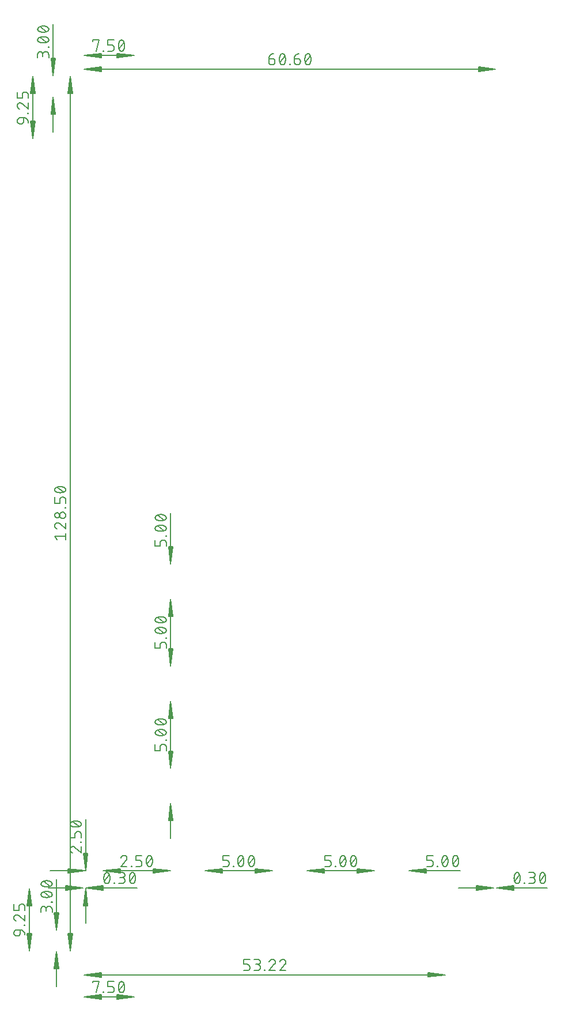
<source format=gbr>
G04 EAGLE Gerber RS-274X export*
G75*
%MOMM*%
%FSLAX34Y34*%
%LPD*%
%INTop Copper*%
%IPPOS*%
%AMOC8*
5,1,8,0,0,1.08239X$1,22.5*%
G01*
%ADD10C,0.130000*%
%ADD11C,0.130000*%
%ADD12C,0.152400*%


D10*
X-19700Y300D03*
X-19700Y1285300D03*
D11*
X-19700Y1284650D02*
X-19700Y950D01*
X-22892Y26300D01*
X-16508Y26300D01*
X-19700Y950D01*
X-21000Y26300D01*
X-18400Y26300D02*
X-19700Y950D01*
X-22300Y26300D01*
X-17100Y26300D02*
X-19700Y950D01*
X-22892Y1259300D02*
X-19700Y1284650D01*
X-22892Y1259300D02*
X-16508Y1259300D01*
X-19700Y1284650D01*
X-21000Y1259300D01*
X-18400Y1259300D02*
X-19700Y1284650D01*
X-22300Y1259300D01*
X-17100Y1259300D02*
X-19700Y1284650D01*
D12*
X-42463Y609071D02*
X-38851Y604556D01*
X-42463Y609071D02*
X-26207Y609071D01*
X-26207Y604556D02*
X-26207Y613587D01*
X-38399Y629218D02*
X-38524Y629216D01*
X-38649Y629210D01*
X-38774Y629201D01*
X-38898Y629187D01*
X-39022Y629170D01*
X-39146Y629149D01*
X-39268Y629124D01*
X-39390Y629095D01*
X-39511Y629063D01*
X-39631Y629027D01*
X-39750Y628987D01*
X-39867Y628944D01*
X-39983Y628897D01*
X-40098Y628846D01*
X-40210Y628792D01*
X-40322Y628734D01*
X-40431Y628674D01*
X-40538Y628609D01*
X-40644Y628542D01*
X-40747Y628471D01*
X-40848Y628397D01*
X-40947Y628320D01*
X-41043Y628240D01*
X-41137Y628157D01*
X-41228Y628072D01*
X-41317Y627983D01*
X-41402Y627892D01*
X-41485Y627798D01*
X-41565Y627702D01*
X-41642Y627603D01*
X-41716Y627502D01*
X-41787Y627399D01*
X-41854Y627293D01*
X-41919Y627186D01*
X-41979Y627077D01*
X-42037Y626965D01*
X-42091Y626853D01*
X-42142Y626738D01*
X-42189Y626622D01*
X-42232Y626505D01*
X-42272Y626386D01*
X-42308Y626266D01*
X-42340Y626145D01*
X-42369Y626023D01*
X-42394Y625901D01*
X-42415Y625777D01*
X-42432Y625653D01*
X-42446Y625529D01*
X-42455Y625404D01*
X-42461Y625279D01*
X-42463Y625154D01*
X-42461Y625011D01*
X-42455Y624869D01*
X-42445Y624726D01*
X-42432Y624584D01*
X-42414Y624443D01*
X-42393Y624301D01*
X-42368Y624161D01*
X-42339Y624021D01*
X-42306Y623882D01*
X-42269Y623744D01*
X-42229Y623607D01*
X-42185Y623472D01*
X-42137Y623337D01*
X-42085Y623204D01*
X-42030Y623072D01*
X-41971Y622942D01*
X-41909Y622814D01*
X-41843Y622687D01*
X-41774Y622562D01*
X-41702Y622439D01*
X-41626Y622319D01*
X-41547Y622200D01*
X-41464Y622083D01*
X-41379Y621969D01*
X-41290Y621857D01*
X-41199Y621748D01*
X-41104Y621641D01*
X-41007Y621536D01*
X-40906Y621435D01*
X-40803Y621336D01*
X-40698Y621240D01*
X-40589Y621147D01*
X-40478Y621057D01*
X-40365Y620970D01*
X-40250Y620886D01*
X-40132Y620806D01*
X-40012Y620728D01*
X-39890Y620654D01*
X-39766Y620584D01*
X-39640Y620516D01*
X-39512Y620453D01*
X-39383Y620392D01*
X-39252Y620335D01*
X-39120Y620282D01*
X-38986Y620233D01*
X-38851Y620187D01*
X-35238Y627863D02*
X-35330Y627957D01*
X-35424Y628047D01*
X-35521Y628135D01*
X-35621Y628220D01*
X-35723Y628302D01*
X-35828Y628381D01*
X-35935Y628456D01*
X-36044Y628528D01*
X-36155Y628597D01*
X-36269Y628663D01*
X-36384Y628725D01*
X-36501Y628784D01*
X-36620Y628839D01*
X-36740Y628890D01*
X-36862Y628938D01*
X-36985Y628983D01*
X-37109Y629023D01*
X-37235Y629060D01*
X-37362Y629093D01*
X-37489Y629122D01*
X-37618Y629148D01*
X-37747Y629169D01*
X-37877Y629187D01*
X-38007Y629200D01*
X-38137Y629210D01*
X-38268Y629216D01*
X-38399Y629218D01*
X-35238Y627864D02*
X-26207Y620187D01*
X-26207Y629218D01*
X-30723Y635818D02*
X-30856Y635820D01*
X-30988Y635826D01*
X-31120Y635836D01*
X-31252Y635849D01*
X-31384Y635867D01*
X-31514Y635888D01*
X-31645Y635913D01*
X-31774Y635942D01*
X-31902Y635975D01*
X-32030Y636011D01*
X-32156Y636051D01*
X-32281Y636095D01*
X-32405Y636143D01*
X-32527Y636194D01*
X-32648Y636249D01*
X-32767Y636307D01*
X-32885Y636369D01*
X-33000Y636434D01*
X-33114Y636503D01*
X-33225Y636574D01*
X-33334Y636650D01*
X-33441Y636728D01*
X-33546Y636809D01*
X-33648Y636894D01*
X-33748Y636981D01*
X-33845Y637071D01*
X-33940Y637164D01*
X-34031Y637260D01*
X-34120Y637358D01*
X-34206Y637459D01*
X-34289Y637563D01*
X-34369Y637669D01*
X-34445Y637777D01*
X-34519Y637887D01*
X-34589Y638000D01*
X-34656Y638114D01*
X-34719Y638231D01*
X-34779Y638349D01*
X-34836Y638469D01*
X-34889Y638591D01*
X-34938Y638714D01*
X-34984Y638838D01*
X-35026Y638964D01*
X-35064Y639091D01*
X-35099Y639219D01*
X-35130Y639348D01*
X-35157Y639477D01*
X-35180Y639608D01*
X-35200Y639739D01*
X-35215Y639871D01*
X-35227Y640003D01*
X-35235Y640135D01*
X-35239Y640268D01*
X-35239Y640400D01*
X-35235Y640533D01*
X-35227Y640665D01*
X-35215Y640797D01*
X-35200Y640929D01*
X-35180Y641060D01*
X-35157Y641191D01*
X-35130Y641320D01*
X-35099Y641449D01*
X-35064Y641577D01*
X-35026Y641704D01*
X-34984Y641830D01*
X-34938Y641954D01*
X-34889Y642077D01*
X-34836Y642199D01*
X-34779Y642319D01*
X-34719Y642437D01*
X-34656Y642554D01*
X-34589Y642668D01*
X-34519Y642781D01*
X-34445Y642891D01*
X-34369Y642999D01*
X-34289Y643105D01*
X-34206Y643209D01*
X-34120Y643310D01*
X-34031Y643408D01*
X-33940Y643504D01*
X-33845Y643597D01*
X-33748Y643687D01*
X-33648Y643774D01*
X-33546Y643859D01*
X-33441Y643940D01*
X-33334Y644018D01*
X-33225Y644094D01*
X-33114Y644165D01*
X-33000Y644234D01*
X-32885Y644299D01*
X-32767Y644361D01*
X-32648Y644419D01*
X-32527Y644474D01*
X-32405Y644525D01*
X-32281Y644573D01*
X-32156Y644617D01*
X-32030Y644657D01*
X-31902Y644693D01*
X-31774Y644726D01*
X-31645Y644755D01*
X-31514Y644780D01*
X-31384Y644801D01*
X-31252Y644819D01*
X-31120Y644832D01*
X-30988Y644842D01*
X-30856Y644848D01*
X-30723Y644850D01*
X-30590Y644848D01*
X-30458Y644842D01*
X-30326Y644832D01*
X-30194Y644819D01*
X-30062Y644801D01*
X-29932Y644780D01*
X-29801Y644755D01*
X-29672Y644726D01*
X-29544Y644693D01*
X-29416Y644657D01*
X-29290Y644617D01*
X-29165Y644573D01*
X-29041Y644525D01*
X-28919Y644474D01*
X-28798Y644419D01*
X-28679Y644361D01*
X-28561Y644299D01*
X-28446Y644234D01*
X-28332Y644165D01*
X-28221Y644094D01*
X-28112Y644018D01*
X-28005Y643940D01*
X-27900Y643859D01*
X-27798Y643774D01*
X-27698Y643687D01*
X-27601Y643597D01*
X-27506Y643504D01*
X-27415Y643408D01*
X-27326Y643310D01*
X-27240Y643209D01*
X-27157Y643105D01*
X-27077Y642999D01*
X-27001Y642891D01*
X-26927Y642781D01*
X-26857Y642668D01*
X-26790Y642554D01*
X-26727Y642437D01*
X-26667Y642319D01*
X-26610Y642199D01*
X-26557Y642077D01*
X-26508Y641954D01*
X-26462Y641830D01*
X-26420Y641704D01*
X-26382Y641577D01*
X-26347Y641449D01*
X-26316Y641320D01*
X-26289Y641191D01*
X-26266Y641060D01*
X-26246Y640929D01*
X-26231Y640797D01*
X-26219Y640665D01*
X-26211Y640533D01*
X-26207Y640400D01*
X-26207Y640268D01*
X-26211Y640135D01*
X-26219Y640003D01*
X-26231Y639871D01*
X-26246Y639739D01*
X-26266Y639608D01*
X-26289Y639477D01*
X-26316Y639348D01*
X-26347Y639219D01*
X-26382Y639091D01*
X-26420Y638964D01*
X-26462Y638838D01*
X-26508Y638714D01*
X-26557Y638591D01*
X-26610Y638469D01*
X-26667Y638349D01*
X-26727Y638231D01*
X-26790Y638114D01*
X-26857Y638000D01*
X-26927Y637887D01*
X-27001Y637777D01*
X-27077Y637669D01*
X-27157Y637563D01*
X-27240Y637459D01*
X-27326Y637358D01*
X-27415Y637260D01*
X-27506Y637164D01*
X-27601Y637071D01*
X-27698Y636981D01*
X-27798Y636894D01*
X-27900Y636809D01*
X-28005Y636728D01*
X-28112Y636650D01*
X-28221Y636574D01*
X-28332Y636503D01*
X-28446Y636434D01*
X-28561Y636369D01*
X-28679Y636307D01*
X-28798Y636249D01*
X-28919Y636194D01*
X-29041Y636143D01*
X-29165Y636095D01*
X-29290Y636051D01*
X-29416Y636011D01*
X-29544Y635975D01*
X-29672Y635942D01*
X-29801Y635913D01*
X-29932Y635888D01*
X-30062Y635867D01*
X-30194Y635849D01*
X-30326Y635836D01*
X-30458Y635826D01*
X-30590Y635820D01*
X-30723Y635818D01*
X-38851Y636722D02*
X-38970Y636724D01*
X-39090Y636730D01*
X-39209Y636740D01*
X-39327Y636754D01*
X-39446Y636771D01*
X-39563Y636793D01*
X-39680Y636818D01*
X-39795Y636848D01*
X-39910Y636881D01*
X-40024Y636918D01*
X-40136Y636958D01*
X-40247Y637003D01*
X-40356Y637051D01*
X-40464Y637102D01*
X-40570Y637157D01*
X-40674Y637216D01*
X-40776Y637278D01*
X-40876Y637343D01*
X-40974Y637412D01*
X-41070Y637484D01*
X-41163Y637559D01*
X-41253Y637636D01*
X-41341Y637717D01*
X-41426Y637801D01*
X-41508Y637888D01*
X-41588Y637977D01*
X-41664Y638069D01*
X-41738Y638163D01*
X-41808Y638260D01*
X-41875Y638358D01*
X-41939Y638459D01*
X-41999Y638563D01*
X-42056Y638668D01*
X-42109Y638775D01*
X-42159Y638883D01*
X-42205Y638993D01*
X-42247Y639105D01*
X-42286Y639218D01*
X-42321Y639332D01*
X-42352Y639447D01*
X-42380Y639564D01*
X-42403Y639681D01*
X-42423Y639798D01*
X-42439Y639917D01*
X-42451Y640036D01*
X-42459Y640155D01*
X-42463Y640274D01*
X-42463Y640394D01*
X-42459Y640513D01*
X-42451Y640632D01*
X-42439Y640751D01*
X-42423Y640870D01*
X-42403Y640987D01*
X-42380Y641104D01*
X-42352Y641221D01*
X-42321Y641336D01*
X-42286Y641450D01*
X-42247Y641563D01*
X-42205Y641675D01*
X-42159Y641785D01*
X-42109Y641893D01*
X-42056Y642000D01*
X-41999Y642105D01*
X-41939Y642209D01*
X-41875Y642310D01*
X-41808Y642408D01*
X-41738Y642505D01*
X-41664Y642599D01*
X-41588Y642691D01*
X-41508Y642780D01*
X-41426Y642867D01*
X-41341Y642951D01*
X-41253Y643032D01*
X-41163Y643109D01*
X-41070Y643184D01*
X-40974Y643256D01*
X-40876Y643325D01*
X-40776Y643390D01*
X-40674Y643452D01*
X-40570Y643511D01*
X-40464Y643566D01*
X-40356Y643617D01*
X-40247Y643665D01*
X-40136Y643710D01*
X-40024Y643750D01*
X-39910Y643787D01*
X-39795Y643820D01*
X-39680Y643850D01*
X-39563Y643875D01*
X-39446Y643897D01*
X-39327Y643914D01*
X-39209Y643928D01*
X-39090Y643938D01*
X-38970Y643944D01*
X-38851Y643946D01*
X-38732Y643944D01*
X-38612Y643938D01*
X-38493Y643928D01*
X-38375Y643914D01*
X-38256Y643897D01*
X-38139Y643875D01*
X-38022Y643850D01*
X-37907Y643820D01*
X-37792Y643787D01*
X-37678Y643750D01*
X-37566Y643710D01*
X-37455Y643665D01*
X-37346Y643617D01*
X-37238Y643566D01*
X-37132Y643511D01*
X-37028Y643452D01*
X-36926Y643390D01*
X-36826Y643325D01*
X-36728Y643256D01*
X-36632Y643184D01*
X-36539Y643109D01*
X-36449Y643032D01*
X-36361Y642951D01*
X-36276Y642867D01*
X-36194Y642780D01*
X-36114Y642691D01*
X-36038Y642599D01*
X-35964Y642505D01*
X-35894Y642408D01*
X-35827Y642310D01*
X-35763Y642209D01*
X-35703Y642105D01*
X-35646Y642000D01*
X-35593Y641893D01*
X-35543Y641785D01*
X-35497Y641675D01*
X-35455Y641563D01*
X-35416Y641450D01*
X-35381Y641336D01*
X-35350Y641221D01*
X-35322Y641104D01*
X-35299Y640987D01*
X-35279Y640870D01*
X-35263Y640751D01*
X-35251Y640632D01*
X-35243Y640513D01*
X-35239Y640394D01*
X-35239Y640274D01*
X-35243Y640155D01*
X-35251Y640036D01*
X-35263Y639917D01*
X-35279Y639798D01*
X-35299Y639681D01*
X-35322Y639564D01*
X-35350Y639447D01*
X-35381Y639332D01*
X-35416Y639218D01*
X-35455Y639105D01*
X-35497Y638993D01*
X-35543Y638883D01*
X-35593Y638775D01*
X-35646Y638668D01*
X-35703Y638563D01*
X-35763Y638459D01*
X-35827Y638358D01*
X-35894Y638260D01*
X-35964Y638163D01*
X-36038Y638069D01*
X-36114Y637977D01*
X-36194Y637888D01*
X-36276Y637801D01*
X-36361Y637717D01*
X-36449Y637636D01*
X-36539Y637559D01*
X-36632Y637484D01*
X-36728Y637412D01*
X-36826Y637343D01*
X-36926Y637278D01*
X-37028Y637216D01*
X-37132Y637157D01*
X-37238Y637102D01*
X-37346Y637051D01*
X-37455Y637003D01*
X-37566Y636958D01*
X-37678Y636918D01*
X-37792Y636881D01*
X-37907Y636848D01*
X-38022Y636818D01*
X-38139Y636793D01*
X-38256Y636771D01*
X-38375Y636754D01*
X-38493Y636740D01*
X-38612Y636730D01*
X-38732Y636724D01*
X-38851Y636722D01*
X-27110Y650824D02*
X-26207Y650824D01*
X-27110Y650824D02*
X-27110Y651727D01*
X-26207Y651727D01*
X-26207Y650824D01*
X-26207Y657702D02*
X-26207Y663121D01*
X-26209Y663239D01*
X-26215Y663357D01*
X-26224Y663475D01*
X-26238Y663592D01*
X-26255Y663709D01*
X-26276Y663826D01*
X-26301Y663941D01*
X-26330Y664056D01*
X-26363Y664170D01*
X-26399Y664282D01*
X-26439Y664393D01*
X-26482Y664503D01*
X-26529Y664612D01*
X-26579Y664719D01*
X-26634Y664824D01*
X-26691Y664927D01*
X-26752Y665028D01*
X-26816Y665128D01*
X-26883Y665225D01*
X-26953Y665320D01*
X-27027Y665412D01*
X-27103Y665503D01*
X-27183Y665590D01*
X-27265Y665675D01*
X-27350Y665757D01*
X-27437Y665837D01*
X-27528Y665913D01*
X-27620Y665987D01*
X-27715Y666057D01*
X-27812Y666124D01*
X-27912Y666188D01*
X-28013Y666249D01*
X-28116Y666306D01*
X-28221Y666361D01*
X-28328Y666411D01*
X-28437Y666458D01*
X-28547Y666501D01*
X-28658Y666541D01*
X-28770Y666577D01*
X-28884Y666610D01*
X-28999Y666639D01*
X-29114Y666664D01*
X-29231Y666685D01*
X-29348Y666702D01*
X-29465Y666716D01*
X-29583Y666725D01*
X-29701Y666731D01*
X-29819Y666733D01*
X-31626Y666733D01*
X-31744Y666731D01*
X-31862Y666725D01*
X-31980Y666716D01*
X-32097Y666702D01*
X-32214Y666685D01*
X-32331Y666664D01*
X-32446Y666639D01*
X-32561Y666610D01*
X-32675Y666577D01*
X-32787Y666541D01*
X-32898Y666501D01*
X-33008Y666458D01*
X-33117Y666411D01*
X-33224Y666361D01*
X-33329Y666306D01*
X-33432Y666249D01*
X-33533Y666188D01*
X-33633Y666124D01*
X-33730Y666057D01*
X-33825Y665987D01*
X-33917Y665913D01*
X-34008Y665837D01*
X-34095Y665757D01*
X-34180Y665675D01*
X-34262Y665590D01*
X-34342Y665503D01*
X-34418Y665412D01*
X-34492Y665320D01*
X-34562Y665225D01*
X-34629Y665128D01*
X-34693Y665028D01*
X-34754Y664927D01*
X-34811Y664824D01*
X-34866Y664719D01*
X-34916Y664612D01*
X-34963Y664503D01*
X-35006Y664393D01*
X-35046Y664282D01*
X-35082Y664170D01*
X-35115Y664056D01*
X-35144Y663941D01*
X-35169Y663826D01*
X-35190Y663709D01*
X-35207Y663592D01*
X-35221Y663475D01*
X-35230Y663357D01*
X-35236Y663239D01*
X-35238Y663121D01*
X-35238Y657702D01*
X-42463Y657702D01*
X-42463Y666733D01*
X-40205Y674688D02*
X-39916Y674551D01*
X-39624Y674421D01*
X-39328Y674298D01*
X-39030Y674183D01*
X-38729Y674074D01*
X-38426Y673973D01*
X-38120Y673879D01*
X-37813Y673792D01*
X-37503Y673713D01*
X-37191Y673641D01*
X-36878Y673577D01*
X-36563Y673520D01*
X-36247Y673470D01*
X-35930Y673428D01*
X-35612Y673394D01*
X-35294Y673367D01*
X-34974Y673348D01*
X-34655Y673337D01*
X-34335Y673333D01*
X-40206Y674688D02*
X-40314Y674727D01*
X-40421Y674770D01*
X-40526Y674816D01*
X-40630Y674867D01*
X-40732Y674920D01*
X-40832Y674977D01*
X-40930Y675038D01*
X-41025Y675102D01*
X-41119Y675169D01*
X-41210Y675240D01*
X-41299Y675313D01*
X-41385Y675390D01*
X-41468Y675469D01*
X-41549Y675551D01*
X-41627Y675636D01*
X-41701Y675724D01*
X-41773Y675814D01*
X-41841Y675906D01*
X-41907Y676001D01*
X-41969Y676098D01*
X-42027Y676197D01*
X-42083Y676299D01*
X-42134Y676401D01*
X-42182Y676506D01*
X-42227Y676612D01*
X-42268Y676720D01*
X-42305Y676829D01*
X-42338Y676939D01*
X-42367Y677051D01*
X-42393Y677163D01*
X-42415Y677276D01*
X-42432Y677390D01*
X-42446Y677504D01*
X-42456Y677619D01*
X-42462Y677734D01*
X-42464Y677849D01*
X-42463Y677849D02*
X-42461Y677964D01*
X-42455Y678079D01*
X-42445Y678194D01*
X-42431Y678308D01*
X-42414Y678422D01*
X-42392Y678535D01*
X-42366Y678647D01*
X-42337Y678759D01*
X-42304Y678869D01*
X-42267Y678978D01*
X-42226Y679086D01*
X-42181Y679192D01*
X-42133Y679297D01*
X-42082Y679399D01*
X-42026Y679500D01*
X-41968Y679600D01*
X-41906Y679697D01*
X-41841Y679791D01*
X-41772Y679884D01*
X-41700Y679974D01*
X-41626Y680062D01*
X-41548Y680147D01*
X-41467Y680229D01*
X-41384Y680308D01*
X-41298Y680385D01*
X-41209Y680458D01*
X-41118Y680529D01*
X-41024Y680596D01*
X-40929Y680660D01*
X-40831Y680721D01*
X-40731Y680778D01*
X-40629Y680831D01*
X-40525Y680882D01*
X-40420Y680928D01*
X-40313Y680971D01*
X-40205Y681010D01*
X-40205Y681009D02*
X-39916Y681146D01*
X-39624Y681276D01*
X-39328Y681399D01*
X-39030Y681514D01*
X-38729Y681623D01*
X-38426Y681724D01*
X-38120Y681818D01*
X-37813Y681905D01*
X-37503Y681984D01*
X-37191Y682056D01*
X-36878Y682120D01*
X-36563Y682177D01*
X-36247Y682227D01*
X-35930Y682269D01*
X-35612Y682303D01*
X-35294Y682330D01*
X-34974Y682349D01*
X-34655Y682360D01*
X-34335Y682364D01*
X-34335Y673334D02*
X-34015Y673338D01*
X-33696Y673349D01*
X-33376Y673368D01*
X-33058Y673395D01*
X-32740Y673429D01*
X-32423Y673471D01*
X-32107Y673521D01*
X-31792Y673578D01*
X-31479Y673642D01*
X-31167Y673714D01*
X-30857Y673793D01*
X-30550Y673880D01*
X-30244Y673974D01*
X-29941Y674075D01*
X-29640Y674184D01*
X-29342Y674299D01*
X-29046Y674422D01*
X-28754Y674552D01*
X-28465Y674689D01*
X-28465Y674688D02*
X-28357Y674727D01*
X-28250Y674770D01*
X-28145Y674816D01*
X-28041Y674867D01*
X-27939Y674920D01*
X-27839Y674977D01*
X-27741Y675038D01*
X-27646Y675102D01*
X-27552Y675169D01*
X-27461Y675240D01*
X-27372Y675313D01*
X-27286Y675390D01*
X-27203Y675469D01*
X-27122Y675551D01*
X-27044Y675636D01*
X-26970Y675724D01*
X-26898Y675814D01*
X-26829Y675907D01*
X-26764Y676001D01*
X-26702Y676098D01*
X-26644Y676198D01*
X-26588Y676299D01*
X-26537Y676401D01*
X-26489Y676506D01*
X-26444Y676612D01*
X-26403Y676720D01*
X-26366Y676829D01*
X-26333Y676939D01*
X-26304Y677051D01*
X-26278Y677163D01*
X-26256Y677276D01*
X-26239Y677390D01*
X-26225Y677504D01*
X-26215Y677619D01*
X-26209Y677734D01*
X-26207Y677849D01*
X-28465Y681009D02*
X-28754Y681146D01*
X-29046Y681276D01*
X-29342Y681399D01*
X-29640Y681514D01*
X-29941Y681623D01*
X-30244Y681724D01*
X-30550Y681818D01*
X-30857Y681905D01*
X-31167Y681984D01*
X-31479Y682056D01*
X-31792Y682120D01*
X-32107Y682177D01*
X-32423Y682227D01*
X-32740Y682269D01*
X-33058Y682303D01*
X-33376Y682330D01*
X-33696Y682349D01*
X-34015Y682360D01*
X-34335Y682364D01*
X-28465Y681010D02*
X-28357Y680971D01*
X-28250Y680928D01*
X-28145Y680882D01*
X-28041Y680831D01*
X-27939Y680778D01*
X-27839Y680721D01*
X-27741Y680660D01*
X-27646Y680596D01*
X-27552Y680529D01*
X-27461Y680458D01*
X-27372Y680385D01*
X-27286Y680308D01*
X-27203Y680229D01*
X-27122Y680147D01*
X-27044Y680062D01*
X-26970Y679974D01*
X-26898Y679884D01*
X-26829Y679791D01*
X-26764Y679697D01*
X-26702Y679600D01*
X-26644Y679500D01*
X-26588Y679399D01*
X-26537Y679296D01*
X-26489Y679192D01*
X-26444Y679086D01*
X-26403Y678978D01*
X-26366Y678869D01*
X-26333Y678759D01*
X-26304Y678647D01*
X-26278Y678535D01*
X-26256Y678422D01*
X-26239Y678308D01*
X-26225Y678194D01*
X-26215Y678079D01*
X-26209Y677964D01*
X-26207Y677849D01*
X-29819Y674236D02*
X-38851Y681461D01*
D10*
X300Y1295300D03*
X606300Y1295300D03*
D11*
X605650Y1295300D02*
X950Y1295300D01*
X26300Y1298492D01*
X26300Y1292108D01*
X950Y1295300D01*
X26300Y1296600D01*
X26300Y1294000D02*
X950Y1295300D01*
X26300Y1297900D01*
X26300Y1292700D02*
X950Y1295300D01*
X580300Y1298492D02*
X605650Y1295300D01*
X580300Y1298492D02*
X580300Y1292108D01*
X605650Y1295300D01*
X580300Y1296600D01*
X580300Y1294000D02*
X605650Y1295300D01*
X580300Y1297900D01*
X580300Y1292700D02*
X605650Y1295300D01*
D12*
X277571Y1310838D02*
X272152Y1310838D01*
X277571Y1310838D02*
X277689Y1310836D01*
X277807Y1310830D01*
X277925Y1310821D01*
X278042Y1310807D01*
X278159Y1310790D01*
X278276Y1310769D01*
X278391Y1310744D01*
X278506Y1310715D01*
X278620Y1310682D01*
X278732Y1310646D01*
X278843Y1310606D01*
X278953Y1310563D01*
X279062Y1310516D01*
X279169Y1310466D01*
X279274Y1310411D01*
X279377Y1310354D01*
X279478Y1310293D01*
X279578Y1310229D01*
X279675Y1310162D01*
X279770Y1310092D01*
X279862Y1310018D01*
X279953Y1309942D01*
X280040Y1309862D01*
X280125Y1309780D01*
X280207Y1309695D01*
X280287Y1309608D01*
X280363Y1309517D01*
X280437Y1309425D01*
X280507Y1309330D01*
X280574Y1309233D01*
X280638Y1309133D01*
X280699Y1309032D01*
X280756Y1308929D01*
X280811Y1308824D01*
X280861Y1308717D01*
X280908Y1308608D01*
X280951Y1308498D01*
X280991Y1308387D01*
X281027Y1308275D01*
X281060Y1308161D01*
X281089Y1308046D01*
X281114Y1307931D01*
X281135Y1307814D01*
X281152Y1307697D01*
X281166Y1307580D01*
X281175Y1307462D01*
X281181Y1307344D01*
X281183Y1307226D01*
X281183Y1306323D01*
X281184Y1306323D02*
X281182Y1306190D01*
X281176Y1306058D01*
X281166Y1305926D01*
X281153Y1305794D01*
X281135Y1305662D01*
X281114Y1305532D01*
X281089Y1305401D01*
X281060Y1305272D01*
X281027Y1305144D01*
X280991Y1305016D01*
X280951Y1304890D01*
X280907Y1304765D01*
X280859Y1304641D01*
X280808Y1304519D01*
X280753Y1304398D01*
X280695Y1304279D01*
X280633Y1304161D01*
X280568Y1304046D01*
X280499Y1303932D01*
X280428Y1303821D01*
X280352Y1303712D01*
X280274Y1303605D01*
X280193Y1303500D01*
X280108Y1303398D01*
X280021Y1303298D01*
X279931Y1303201D01*
X279838Y1303106D01*
X279742Y1303015D01*
X279644Y1302926D01*
X279543Y1302840D01*
X279439Y1302757D01*
X279333Y1302677D01*
X279225Y1302601D01*
X279115Y1302527D01*
X279002Y1302457D01*
X278888Y1302390D01*
X278771Y1302327D01*
X278653Y1302267D01*
X278533Y1302210D01*
X278411Y1302157D01*
X278288Y1302108D01*
X278164Y1302062D01*
X278038Y1302020D01*
X277911Y1301982D01*
X277783Y1301947D01*
X277654Y1301916D01*
X277525Y1301889D01*
X277394Y1301866D01*
X277263Y1301846D01*
X277131Y1301831D01*
X276999Y1301819D01*
X276867Y1301811D01*
X276734Y1301807D01*
X276602Y1301807D01*
X276469Y1301811D01*
X276337Y1301819D01*
X276205Y1301831D01*
X276073Y1301846D01*
X275942Y1301866D01*
X275811Y1301889D01*
X275682Y1301916D01*
X275553Y1301947D01*
X275425Y1301982D01*
X275298Y1302020D01*
X275172Y1302062D01*
X275048Y1302108D01*
X274925Y1302157D01*
X274803Y1302210D01*
X274683Y1302267D01*
X274565Y1302327D01*
X274448Y1302390D01*
X274334Y1302457D01*
X274221Y1302527D01*
X274111Y1302601D01*
X274003Y1302677D01*
X273897Y1302757D01*
X273793Y1302840D01*
X273692Y1302926D01*
X273594Y1303015D01*
X273498Y1303106D01*
X273405Y1303201D01*
X273315Y1303298D01*
X273228Y1303398D01*
X273143Y1303500D01*
X273062Y1303605D01*
X272984Y1303712D01*
X272908Y1303821D01*
X272837Y1303932D01*
X272768Y1304046D01*
X272703Y1304161D01*
X272641Y1304279D01*
X272583Y1304398D01*
X272528Y1304519D01*
X272477Y1304641D01*
X272429Y1304765D01*
X272385Y1304890D01*
X272345Y1305016D01*
X272309Y1305144D01*
X272276Y1305272D01*
X272247Y1305401D01*
X272222Y1305532D01*
X272201Y1305662D01*
X272183Y1305794D01*
X272170Y1305926D01*
X272160Y1306058D01*
X272154Y1306190D01*
X272152Y1306323D01*
X272152Y1310838D01*
X272154Y1311015D01*
X272161Y1311193D01*
X272172Y1311370D01*
X272187Y1311546D01*
X272206Y1311722D01*
X272230Y1311898D01*
X272258Y1312073D01*
X272291Y1312248D01*
X272328Y1312421D01*
X272369Y1312594D01*
X272414Y1312765D01*
X272463Y1312935D01*
X272517Y1313104D01*
X272574Y1313272D01*
X272636Y1313438D01*
X272702Y1313603D01*
X272772Y1313766D01*
X272846Y1313927D01*
X272923Y1314086D01*
X273005Y1314244D01*
X273091Y1314399D01*
X273180Y1314552D01*
X273273Y1314703D01*
X273370Y1314852D01*
X273470Y1314998D01*
X273574Y1315142D01*
X273681Y1315283D01*
X273792Y1315421D01*
X273906Y1315557D01*
X274024Y1315690D01*
X274144Y1315820D01*
X274268Y1315947D01*
X274395Y1316071D01*
X274525Y1316191D01*
X274658Y1316309D01*
X274793Y1316423D01*
X274932Y1316534D01*
X275073Y1316641D01*
X275217Y1316745D01*
X275363Y1316845D01*
X275512Y1316942D01*
X275663Y1317035D01*
X275816Y1317124D01*
X275971Y1317210D01*
X276129Y1317292D01*
X276288Y1317369D01*
X276449Y1317443D01*
X276612Y1317513D01*
X276777Y1317579D01*
X276943Y1317641D01*
X277111Y1317698D01*
X277280Y1317752D01*
X277450Y1317801D01*
X277621Y1317846D01*
X277794Y1317887D01*
X277967Y1317924D01*
X278142Y1317957D01*
X278317Y1317985D01*
X278493Y1318009D01*
X278669Y1318028D01*
X278845Y1318043D01*
X279022Y1318054D01*
X279200Y1318061D01*
X279377Y1318063D01*
X289138Y1315805D02*
X289001Y1315516D01*
X288871Y1315224D01*
X288748Y1314928D01*
X288633Y1314630D01*
X288524Y1314329D01*
X288423Y1314026D01*
X288329Y1313720D01*
X288242Y1313413D01*
X288163Y1313103D01*
X288091Y1312791D01*
X288027Y1312478D01*
X287970Y1312163D01*
X287920Y1311847D01*
X287878Y1311530D01*
X287844Y1311212D01*
X287817Y1310894D01*
X287798Y1310574D01*
X287787Y1310255D01*
X287783Y1309935D01*
X289138Y1315806D02*
X289177Y1315914D01*
X289220Y1316021D01*
X289266Y1316126D01*
X289317Y1316230D01*
X289370Y1316332D01*
X289427Y1316432D01*
X289488Y1316530D01*
X289552Y1316625D01*
X289619Y1316719D01*
X289690Y1316810D01*
X289763Y1316899D01*
X289840Y1316985D01*
X289919Y1317068D01*
X290001Y1317149D01*
X290086Y1317227D01*
X290174Y1317301D01*
X290264Y1317373D01*
X290356Y1317441D01*
X290451Y1317507D01*
X290548Y1317569D01*
X290647Y1317627D01*
X290749Y1317683D01*
X290851Y1317734D01*
X290956Y1317782D01*
X291062Y1317827D01*
X291170Y1317868D01*
X291279Y1317905D01*
X291389Y1317938D01*
X291501Y1317967D01*
X291613Y1317993D01*
X291726Y1318015D01*
X291840Y1318032D01*
X291954Y1318046D01*
X292069Y1318056D01*
X292184Y1318062D01*
X292299Y1318064D01*
X292299Y1318063D02*
X292414Y1318061D01*
X292529Y1318055D01*
X292644Y1318045D01*
X292758Y1318031D01*
X292872Y1318014D01*
X292985Y1317992D01*
X293097Y1317966D01*
X293209Y1317937D01*
X293319Y1317904D01*
X293428Y1317867D01*
X293536Y1317826D01*
X293642Y1317781D01*
X293747Y1317733D01*
X293849Y1317682D01*
X293950Y1317626D01*
X294050Y1317568D01*
X294147Y1317506D01*
X294241Y1317441D01*
X294334Y1317372D01*
X294424Y1317300D01*
X294512Y1317226D01*
X294597Y1317148D01*
X294679Y1317067D01*
X294758Y1316984D01*
X294835Y1316898D01*
X294908Y1316809D01*
X294979Y1316718D01*
X295046Y1316624D01*
X295110Y1316529D01*
X295171Y1316431D01*
X295228Y1316331D01*
X295281Y1316229D01*
X295332Y1316125D01*
X295378Y1316020D01*
X295421Y1315913D01*
X295460Y1315805D01*
X295459Y1315805D02*
X295596Y1315516D01*
X295726Y1315224D01*
X295849Y1314928D01*
X295964Y1314630D01*
X296073Y1314329D01*
X296174Y1314026D01*
X296268Y1313720D01*
X296355Y1313413D01*
X296434Y1313103D01*
X296506Y1312791D01*
X296570Y1312478D01*
X296627Y1312163D01*
X296677Y1311847D01*
X296719Y1311530D01*
X296753Y1311212D01*
X296780Y1310894D01*
X296799Y1310574D01*
X296810Y1310255D01*
X296814Y1309935D01*
X287784Y1309935D02*
X287788Y1309615D01*
X287799Y1309296D01*
X287818Y1308976D01*
X287845Y1308658D01*
X287879Y1308340D01*
X287921Y1308023D01*
X287971Y1307707D01*
X288028Y1307392D01*
X288092Y1307079D01*
X288164Y1306767D01*
X288243Y1306457D01*
X288330Y1306150D01*
X288424Y1305844D01*
X288525Y1305541D01*
X288634Y1305240D01*
X288749Y1304942D01*
X288872Y1304646D01*
X289002Y1304354D01*
X289139Y1304065D01*
X289138Y1304065D02*
X289177Y1303957D01*
X289220Y1303850D01*
X289266Y1303745D01*
X289317Y1303641D01*
X289370Y1303539D01*
X289427Y1303439D01*
X289488Y1303341D01*
X289552Y1303246D01*
X289619Y1303152D01*
X289690Y1303061D01*
X289763Y1302972D01*
X289840Y1302886D01*
X289919Y1302803D01*
X290001Y1302722D01*
X290086Y1302644D01*
X290174Y1302570D01*
X290264Y1302498D01*
X290357Y1302429D01*
X290451Y1302364D01*
X290548Y1302302D01*
X290648Y1302244D01*
X290749Y1302188D01*
X290851Y1302137D01*
X290956Y1302089D01*
X291062Y1302044D01*
X291170Y1302003D01*
X291279Y1301966D01*
X291389Y1301933D01*
X291501Y1301904D01*
X291613Y1301878D01*
X291726Y1301856D01*
X291840Y1301839D01*
X291954Y1301825D01*
X292069Y1301815D01*
X292184Y1301809D01*
X292299Y1301807D01*
X295459Y1304065D02*
X295596Y1304354D01*
X295726Y1304646D01*
X295849Y1304942D01*
X295964Y1305240D01*
X296073Y1305541D01*
X296174Y1305844D01*
X296268Y1306150D01*
X296355Y1306457D01*
X296434Y1306767D01*
X296506Y1307079D01*
X296570Y1307392D01*
X296627Y1307707D01*
X296677Y1308023D01*
X296719Y1308340D01*
X296753Y1308658D01*
X296780Y1308976D01*
X296799Y1309296D01*
X296810Y1309615D01*
X296814Y1309935D01*
X295460Y1304065D02*
X295421Y1303957D01*
X295378Y1303850D01*
X295332Y1303745D01*
X295281Y1303641D01*
X295228Y1303539D01*
X295171Y1303439D01*
X295110Y1303341D01*
X295046Y1303246D01*
X294979Y1303152D01*
X294908Y1303061D01*
X294835Y1302972D01*
X294758Y1302886D01*
X294679Y1302803D01*
X294597Y1302722D01*
X294512Y1302644D01*
X294424Y1302570D01*
X294334Y1302498D01*
X294241Y1302429D01*
X294147Y1302364D01*
X294050Y1302302D01*
X293950Y1302244D01*
X293849Y1302188D01*
X293746Y1302137D01*
X293642Y1302089D01*
X293536Y1302044D01*
X293428Y1302003D01*
X293319Y1301966D01*
X293209Y1301933D01*
X293097Y1301904D01*
X292985Y1301878D01*
X292872Y1301856D01*
X292758Y1301839D01*
X292644Y1301825D01*
X292529Y1301815D01*
X292414Y1301809D01*
X292299Y1301807D01*
X288686Y1305419D02*
X295911Y1314451D01*
X302789Y1302710D02*
X302789Y1301807D01*
X302789Y1302710D02*
X303692Y1302710D01*
X303692Y1301807D01*
X302789Y1301807D01*
X309667Y1310838D02*
X315086Y1310838D01*
X315204Y1310836D01*
X315322Y1310830D01*
X315440Y1310821D01*
X315557Y1310807D01*
X315674Y1310790D01*
X315791Y1310769D01*
X315906Y1310744D01*
X316021Y1310715D01*
X316135Y1310682D01*
X316247Y1310646D01*
X316358Y1310606D01*
X316468Y1310563D01*
X316577Y1310516D01*
X316684Y1310466D01*
X316789Y1310411D01*
X316892Y1310354D01*
X316993Y1310293D01*
X317093Y1310229D01*
X317190Y1310162D01*
X317285Y1310092D01*
X317377Y1310018D01*
X317468Y1309942D01*
X317555Y1309862D01*
X317640Y1309780D01*
X317722Y1309695D01*
X317802Y1309608D01*
X317878Y1309517D01*
X317952Y1309425D01*
X318022Y1309330D01*
X318089Y1309233D01*
X318153Y1309133D01*
X318214Y1309032D01*
X318271Y1308929D01*
X318326Y1308824D01*
X318376Y1308717D01*
X318423Y1308608D01*
X318466Y1308498D01*
X318506Y1308387D01*
X318542Y1308275D01*
X318575Y1308161D01*
X318604Y1308046D01*
X318629Y1307931D01*
X318650Y1307814D01*
X318667Y1307697D01*
X318681Y1307580D01*
X318690Y1307462D01*
X318696Y1307344D01*
X318698Y1307226D01*
X318698Y1306323D01*
X318696Y1306190D01*
X318690Y1306058D01*
X318680Y1305926D01*
X318667Y1305794D01*
X318649Y1305662D01*
X318628Y1305532D01*
X318603Y1305401D01*
X318574Y1305272D01*
X318541Y1305144D01*
X318505Y1305016D01*
X318465Y1304890D01*
X318421Y1304765D01*
X318373Y1304641D01*
X318322Y1304519D01*
X318267Y1304398D01*
X318209Y1304279D01*
X318147Y1304161D01*
X318082Y1304046D01*
X318013Y1303932D01*
X317942Y1303821D01*
X317866Y1303712D01*
X317788Y1303605D01*
X317707Y1303500D01*
X317622Y1303398D01*
X317535Y1303298D01*
X317445Y1303201D01*
X317352Y1303106D01*
X317256Y1303015D01*
X317158Y1302926D01*
X317057Y1302840D01*
X316953Y1302757D01*
X316847Y1302677D01*
X316739Y1302601D01*
X316629Y1302527D01*
X316516Y1302457D01*
X316402Y1302390D01*
X316285Y1302327D01*
X316167Y1302267D01*
X316047Y1302210D01*
X315925Y1302157D01*
X315802Y1302108D01*
X315678Y1302062D01*
X315552Y1302020D01*
X315425Y1301982D01*
X315297Y1301947D01*
X315168Y1301916D01*
X315039Y1301889D01*
X314908Y1301866D01*
X314777Y1301846D01*
X314645Y1301831D01*
X314513Y1301819D01*
X314381Y1301811D01*
X314248Y1301807D01*
X314116Y1301807D01*
X313983Y1301811D01*
X313851Y1301819D01*
X313719Y1301831D01*
X313587Y1301846D01*
X313456Y1301866D01*
X313325Y1301889D01*
X313196Y1301916D01*
X313067Y1301947D01*
X312939Y1301982D01*
X312812Y1302020D01*
X312686Y1302062D01*
X312562Y1302108D01*
X312439Y1302157D01*
X312317Y1302210D01*
X312197Y1302267D01*
X312079Y1302327D01*
X311962Y1302390D01*
X311848Y1302457D01*
X311735Y1302527D01*
X311625Y1302601D01*
X311517Y1302677D01*
X311411Y1302757D01*
X311307Y1302840D01*
X311206Y1302926D01*
X311108Y1303015D01*
X311012Y1303106D01*
X310919Y1303201D01*
X310829Y1303298D01*
X310742Y1303398D01*
X310657Y1303500D01*
X310576Y1303605D01*
X310498Y1303712D01*
X310422Y1303821D01*
X310351Y1303932D01*
X310282Y1304046D01*
X310217Y1304161D01*
X310155Y1304279D01*
X310097Y1304398D01*
X310042Y1304519D01*
X309991Y1304641D01*
X309943Y1304765D01*
X309899Y1304890D01*
X309859Y1305016D01*
X309823Y1305144D01*
X309790Y1305272D01*
X309761Y1305401D01*
X309736Y1305532D01*
X309715Y1305662D01*
X309697Y1305794D01*
X309684Y1305926D01*
X309674Y1306058D01*
X309668Y1306190D01*
X309666Y1306323D01*
X309667Y1306323D02*
X309667Y1310838D01*
X309669Y1311015D01*
X309676Y1311193D01*
X309687Y1311370D01*
X309702Y1311546D01*
X309721Y1311722D01*
X309745Y1311898D01*
X309773Y1312073D01*
X309806Y1312248D01*
X309843Y1312421D01*
X309884Y1312594D01*
X309929Y1312765D01*
X309978Y1312935D01*
X310032Y1313104D01*
X310089Y1313272D01*
X310151Y1313438D01*
X310217Y1313603D01*
X310287Y1313766D01*
X310361Y1313927D01*
X310438Y1314086D01*
X310520Y1314244D01*
X310606Y1314399D01*
X310695Y1314552D01*
X310788Y1314703D01*
X310885Y1314852D01*
X310985Y1314998D01*
X311089Y1315142D01*
X311196Y1315283D01*
X311307Y1315421D01*
X311421Y1315557D01*
X311539Y1315690D01*
X311659Y1315820D01*
X311783Y1315947D01*
X311910Y1316071D01*
X312040Y1316191D01*
X312173Y1316309D01*
X312308Y1316423D01*
X312447Y1316534D01*
X312588Y1316641D01*
X312732Y1316745D01*
X312878Y1316845D01*
X313027Y1316942D01*
X313178Y1317035D01*
X313331Y1317124D01*
X313486Y1317210D01*
X313644Y1317292D01*
X313803Y1317369D01*
X313964Y1317443D01*
X314127Y1317513D01*
X314292Y1317579D01*
X314458Y1317641D01*
X314626Y1317698D01*
X314795Y1317752D01*
X314965Y1317801D01*
X315136Y1317846D01*
X315309Y1317887D01*
X315482Y1317924D01*
X315657Y1317957D01*
X315832Y1317985D01*
X316008Y1318009D01*
X316184Y1318028D01*
X316360Y1318043D01*
X316537Y1318054D01*
X316715Y1318061D01*
X316892Y1318063D01*
X326653Y1315805D02*
X326516Y1315516D01*
X326386Y1315224D01*
X326263Y1314928D01*
X326148Y1314630D01*
X326039Y1314329D01*
X325938Y1314026D01*
X325844Y1313720D01*
X325757Y1313413D01*
X325678Y1313103D01*
X325606Y1312791D01*
X325542Y1312478D01*
X325485Y1312163D01*
X325435Y1311847D01*
X325393Y1311530D01*
X325359Y1311212D01*
X325332Y1310894D01*
X325313Y1310574D01*
X325302Y1310255D01*
X325298Y1309935D01*
X326653Y1315806D02*
X326692Y1315914D01*
X326735Y1316021D01*
X326781Y1316126D01*
X326832Y1316230D01*
X326885Y1316332D01*
X326942Y1316432D01*
X327003Y1316530D01*
X327067Y1316625D01*
X327134Y1316719D01*
X327205Y1316810D01*
X327278Y1316899D01*
X327355Y1316985D01*
X327434Y1317068D01*
X327516Y1317149D01*
X327601Y1317227D01*
X327689Y1317301D01*
X327779Y1317373D01*
X327871Y1317441D01*
X327966Y1317507D01*
X328063Y1317569D01*
X328162Y1317627D01*
X328264Y1317683D01*
X328366Y1317734D01*
X328471Y1317782D01*
X328577Y1317827D01*
X328685Y1317868D01*
X328794Y1317905D01*
X328904Y1317938D01*
X329016Y1317967D01*
X329128Y1317993D01*
X329241Y1318015D01*
X329355Y1318032D01*
X329469Y1318046D01*
X329584Y1318056D01*
X329699Y1318062D01*
X329814Y1318064D01*
X329814Y1318063D02*
X329929Y1318061D01*
X330044Y1318055D01*
X330159Y1318045D01*
X330273Y1318031D01*
X330387Y1318014D01*
X330500Y1317992D01*
X330612Y1317966D01*
X330724Y1317937D01*
X330834Y1317904D01*
X330943Y1317867D01*
X331051Y1317826D01*
X331157Y1317781D01*
X331262Y1317733D01*
X331364Y1317682D01*
X331465Y1317626D01*
X331565Y1317568D01*
X331662Y1317506D01*
X331756Y1317441D01*
X331849Y1317372D01*
X331939Y1317300D01*
X332027Y1317226D01*
X332112Y1317148D01*
X332194Y1317067D01*
X332273Y1316984D01*
X332350Y1316898D01*
X332423Y1316809D01*
X332494Y1316718D01*
X332561Y1316624D01*
X332625Y1316529D01*
X332686Y1316431D01*
X332743Y1316331D01*
X332796Y1316229D01*
X332847Y1316125D01*
X332893Y1316020D01*
X332936Y1315913D01*
X332975Y1315805D01*
X332974Y1315805D02*
X333111Y1315516D01*
X333241Y1315224D01*
X333364Y1314928D01*
X333479Y1314630D01*
X333588Y1314329D01*
X333689Y1314026D01*
X333783Y1313720D01*
X333870Y1313413D01*
X333949Y1313103D01*
X334021Y1312791D01*
X334085Y1312478D01*
X334142Y1312163D01*
X334192Y1311847D01*
X334234Y1311530D01*
X334268Y1311212D01*
X334295Y1310894D01*
X334314Y1310574D01*
X334325Y1310255D01*
X334329Y1309935D01*
X325298Y1309935D02*
X325302Y1309615D01*
X325313Y1309296D01*
X325332Y1308976D01*
X325359Y1308658D01*
X325393Y1308340D01*
X325435Y1308023D01*
X325485Y1307707D01*
X325542Y1307392D01*
X325606Y1307079D01*
X325678Y1306767D01*
X325757Y1306457D01*
X325844Y1306150D01*
X325938Y1305844D01*
X326039Y1305541D01*
X326148Y1305240D01*
X326263Y1304942D01*
X326386Y1304646D01*
X326516Y1304354D01*
X326653Y1304065D01*
X326692Y1303957D01*
X326735Y1303850D01*
X326781Y1303745D01*
X326832Y1303641D01*
X326885Y1303539D01*
X326942Y1303439D01*
X327003Y1303341D01*
X327067Y1303246D01*
X327134Y1303152D01*
X327205Y1303061D01*
X327278Y1302972D01*
X327355Y1302886D01*
X327434Y1302803D01*
X327516Y1302722D01*
X327601Y1302644D01*
X327689Y1302570D01*
X327779Y1302498D01*
X327872Y1302429D01*
X327966Y1302364D01*
X328063Y1302302D01*
X328163Y1302244D01*
X328264Y1302188D01*
X328366Y1302137D01*
X328471Y1302089D01*
X328577Y1302044D01*
X328685Y1302003D01*
X328794Y1301966D01*
X328904Y1301933D01*
X329016Y1301904D01*
X329128Y1301878D01*
X329241Y1301856D01*
X329355Y1301839D01*
X329469Y1301825D01*
X329584Y1301815D01*
X329699Y1301809D01*
X329814Y1301807D01*
X332974Y1304065D02*
X333111Y1304354D01*
X333241Y1304646D01*
X333364Y1304942D01*
X333479Y1305240D01*
X333588Y1305541D01*
X333689Y1305844D01*
X333783Y1306150D01*
X333870Y1306457D01*
X333949Y1306767D01*
X334021Y1307079D01*
X334085Y1307392D01*
X334142Y1307707D01*
X334192Y1308023D01*
X334234Y1308340D01*
X334268Y1308658D01*
X334295Y1308976D01*
X334314Y1309296D01*
X334325Y1309615D01*
X334329Y1309935D01*
X332975Y1304065D02*
X332936Y1303957D01*
X332893Y1303850D01*
X332847Y1303745D01*
X332796Y1303641D01*
X332743Y1303539D01*
X332686Y1303439D01*
X332625Y1303341D01*
X332561Y1303246D01*
X332494Y1303152D01*
X332423Y1303061D01*
X332350Y1302972D01*
X332273Y1302886D01*
X332194Y1302803D01*
X332112Y1302722D01*
X332027Y1302644D01*
X331939Y1302570D01*
X331849Y1302498D01*
X331756Y1302429D01*
X331662Y1302364D01*
X331565Y1302302D01*
X331465Y1302244D01*
X331364Y1302188D01*
X331261Y1302137D01*
X331157Y1302089D01*
X331051Y1302044D01*
X330943Y1302003D01*
X330834Y1301966D01*
X330724Y1301933D01*
X330612Y1301904D01*
X330500Y1301878D01*
X330387Y1301856D01*
X330273Y1301839D01*
X330159Y1301825D01*
X330044Y1301815D01*
X329929Y1301809D01*
X329814Y1301807D01*
X326201Y1305419D02*
X333426Y1314451D01*
D10*
X-39700Y300D03*
X-39700Y30300D03*
D11*
X-39700Y-350D02*
X-39700Y-51700D01*
X-39700Y30950D02*
X-39700Y105928D01*
X-39700Y-350D02*
X-42892Y-25700D01*
X-36508Y-25700D01*
X-39700Y-350D01*
X-41000Y-25700D01*
X-38400Y-25700D02*
X-39700Y-350D01*
X-42300Y-25700D01*
X-37100Y-25700D02*
X-39700Y-350D01*
X-39700Y30950D02*
X-42892Y56300D01*
X-36508Y56300D01*
X-39700Y30950D01*
X-41000Y56300D01*
X-38400Y56300D02*
X-39700Y30950D01*
X-42300Y56300D01*
X-37100Y56300D02*
X-39700Y30950D01*
D12*
X-46207Y57062D02*
X-46207Y61578D01*
X-46209Y61711D01*
X-46215Y61843D01*
X-46225Y61975D01*
X-46238Y62107D01*
X-46256Y62239D01*
X-46277Y62369D01*
X-46302Y62500D01*
X-46331Y62629D01*
X-46364Y62757D01*
X-46400Y62885D01*
X-46440Y63011D01*
X-46484Y63136D01*
X-46532Y63260D01*
X-46583Y63382D01*
X-46638Y63503D01*
X-46696Y63622D01*
X-46758Y63740D01*
X-46823Y63855D01*
X-46892Y63969D01*
X-46963Y64080D01*
X-47039Y64189D01*
X-47117Y64296D01*
X-47198Y64401D01*
X-47283Y64503D01*
X-47370Y64603D01*
X-47460Y64700D01*
X-47553Y64795D01*
X-47649Y64886D01*
X-47747Y64975D01*
X-47848Y65061D01*
X-47952Y65144D01*
X-48058Y65224D01*
X-48166Y65300D01*
X-48276Y65374D01*
X-48389Y65444D01*
X-48503Y65511D01*
X-48620Y65574D01*
X-48738Y65634D01*
X-48858Y65691D01*
X-48980Y65744D01*
X-49103Y65793D01*
X-49227Y65839D01*
X-49353Y65881D01*
X-49480Y65919D01*
X-49608Y65954D01*
X-49737Y65985D01*
X-49866Y66012D01*
X-49997Y66035D01*
X-50128Y66055D01*
X-50260Y66070D01*
X-50392Y66082D01*
X-50524Y66090D01*
X-50657Y66094D01*
X-50789Y66094D01*
X-50922Y66090D01*
X-51054Y66082D01*
X-51186Y66070D01*
X-51318Y66055D01*
X-51449Y66035D01*
X-51580Y66012D01*
X-51709Y65985D01*
X-51838Y65954D01*
X-51966Y65919D01*
X-52093Y65881D01*
X-52219Y65839D01*
X-52343Y65793D01*
X-52466Y65744D01*
X-52588Y65691D01*
X-52708Y65634D01*
X-52826Y65574D01*
X-52943Y65511D01*
X-53057Y65444D01*
X-53170Y65374D01*
X-53280Y65300D01*
X-53388Y65224D01*
X-53494Y65144D01*
X-53598Y65061D01*
X-53699Y64975D01*
X-53797Y64886D01*
X-53893Y64795D01*
X-53986Y64700D01*
X-54076Y64603D01*
X-54163Y64503D01*
X-54248Y64401D01*
X-54329Y64296D01*
X-54407Y64189D01*
X-54483Y64080D01*
X-54554Y63969D01*
X-54623Y63855D01*
X-54688Y63740D01*
X-54750Y63622D01*
X-54808Y63503D01*
X-54863Y63382D01*
X-54914Y63260D01*
X-54962Y63136D01*
X-55006Y63011D01*
X-55046Y62885D01*
X-55082Y62757D01*
X-55115Y62629D01*
X-55144Y62500D01*
X-55169Y62369D01*
X-55190Y62239D01*
X-55208Y62107D01*
X-55221Y61975D01*
X-55231Y61843D01*
X-55237Y61711D01*
X-55239Y61578D01*
X-62463Y62481D02*
X-62463Y57062D01*
X-62463Y62481D02*
X-62461Y62600D01*
X-62455Y62720D01*
X-62445Y62839D01*
X-62431Y62957D01*
X-62414Y63076D01*
X-62392Y63193D01*
X-62367Y63310D01*
X-62337Y63425D01*
X-62304Y63540D01*
X-62267Y63654D01*
X-62227Y63766D01*
X-62182Y63877D01*
X-62134Y63986D01*
X-62083Y64094D01*
X-62028Y64200D01*
X-61969Y64304D01*
X-61907Y64406D01*
X-61842Y64506D01*
X-61773Y64604D01*
X-61701Y64700D01*
X-61626Y64793D01*
X-61549Y64883D01*
X-61468Y64971D01*
X-61384Y65056D01*
X-61297Y65138D01*
X-61208Y65218D01*
X-61116Y65294D01*
X-61022Y65368D01*
X-60925Y65438D01*
X-60827Y65505D01*
X-60726Y65569D01*
X-60622Y65629D01*
X-60517Y65686D01*
X-60410Y65739D01*
X-60302Y65789D01*
X-60192Y65835D01*
X-60080Y65877D01*
X-59967Y65916D01*
X-59853Y65951D01*
X-59738Y65982D01*
X-59621Y66010D01*
X-59504Y66033D01*
X-59387Y66053D01*
X-59268Y66069D01*
X-59149Y66081D01*
X-59030Y66089D01*
X-58911Y66093D01*
X-58791Y66093D01*
X-58672Y66089D01*
X-58553Y66081D01*
X-58434Y66069D01*
X-58315Y66053D01*
X-58198Y66033D01*
X-58081Y66010D01*
X-57964Y65982D01*
X-57849Y65951D01*
X-57735Y65916D01*
X-57622Y65877D01*
X-57510Y65835D01*
X-57400Y65789D01*
X-57292Y65739D01*
X-57185Y65686D01*
X-57080Y65629D01*
X-56976Y65569D01*
X-56875Y65505D01*
X-56777Y65438D01*
X-56680Y65368D01*
X-56586Y65294D01*
X-56494Y65218D01*
X-56405Y65138D01*
X-56318Y65056D01*
X-56234Y64971D01*
X-56153Y64883D01*
X-56076Y64793D01*
X-56001Y64700D01*
X-55929Y64604D01*
X-55860Y64506D01*
X-55795Y64406D01*
X-55733Y64304D01*
X-55674Y64200D01*
X-55619Y64094D01*
X-55568Y63986D01*
X-55520Y63877D01*
X-55475Y63766D01*
X-55435Y63654D01*
X-55398Y63540D01*
X-55365Y63425D01*
X-55335Y63310D01*
X-55310Y63193D01*
X-55288Y63076D01*
X-55271Y62957D01*
X-55257Y62839D01*
X-55247Y62720D01*
X-55241Y62600D01*
X-55239Y62481D01*
X-55238Y62481D02*
X-55238Y58868D01*
X-47110Y72068D02*
X-46207Y72068D01*
X-47110Y72068D02*
X-47110Y72971D01*
X-46207Y72971D01*
X-46207Y72068D01*
X-54335Y78946D02*
X-54655Y78950D01*
X-54974Y78961D01*
X-55294Y78980D01*
X-55612Y79007D01*
X-55930Y79041D01*
X-56247Y79083D01*
X-56563Y79133D01*
X-56878Y79190D01*
X-57191Y79254D01*
X-57503Y79326D01*
X-57813Y79405D01*
X-58120Y79492D01*
X-58426Y79586D01*
X-58729Y79687D01*
X-59030Y79796D01*
X-59328Y79911D01*
X-59624Y80034D01*
X-59916Y80164D01*
X-60205Y80301D01*
X-60206Y80300D02*
X-60314Y80339D01*
X-60421Y80382D01*
X-60526Y80428D01*
X-60630Y80479D01*
X-60732Y80532D01*
X-60832Y80589D01*
X-60930Y80650D01*
X-61025Y80714D01*
X-61119Y80781D01*
X-61210Y80852D01*
X-61299Y80925D01*
X-61385Y81002D01*
X-61468Y81081D01*
X-61549Y81163D01*
X-61627Y81248D01*
X-61701Y81336D01*
X-61773Y81426D01*
X-61841Y81518D01*
X-61907Y81613D01*
X-61969Y81710D01*
X-62027Y81809D01*
X-62083Y81911D01*
X-62134Y82013D01*
X-62182Y82118D01*
X-62227Y82224D01*
X-62268Y82332D01*
X-62305Y82441D01*
X-62338Y82551D01*
X-62367Y82663D01*
X-62393Y82775D01*
X-62415Y82888D01*
X-62432Y83002D01*
X-62446Y83116D01*
X-62456Y83231D01*
X-62462Y83346D01*
X-62464Y83461D01*
X-62463Y83461D02*
X-62461Y83576D01*
X-62455Y83691D01*
X-62445Y83806D01*
X-62431Y83920D01*
X-62414Y84034D01*
X-62392Y84147D01*
X-62366Y84259D01*
X-62337Y84371D01*
X-62304Y84481D01*
X-62267Y84590D01*
X-62226Y84698D01*
X-62181Y84804D01*
X-62133Y84909D01*
X-62082Y85011D01*
X-62026Y85112D01*
X-61968Y85212D01*
X-61906Y85309D01*
X-61841Y85403D01*
X-61772Y85496D01*
X-61700Y85586D01*
X-61626Y85674D01*
X-61548Y85759D01*
X-61467Y85841D01*
X-61384Y85920D01*
X-61298Y85997D01*
X-61209Y86070D01*
X-61118Y86141D01*
X-61024Y86208D01*
X-60929Y86272D01*
X-60831Y86333D01*
X-60731Y86390D01*
X-60629Y86443D01*
X-60525Y86494D01*
X-60420Y86540D01*
X-60313Y86583D01*
X-60205Y86622D01*
X-59916Y86759D01*
X-59624Y86889D01*
X-59328Y87012D01*
X-59030Y87127D01*
X-58729Y87236D01*
X-58426Y87337D01*
X-58120Y87431D01*
X-57813Y87518D01*
X-57503Y87597D01*
X-57191Y87669D01*
X-56878Y87733D01*
X-56563Y87790D01*
X-56247Y87840D01*
X-55930Y87882D01*
X-55612Y87916D01*
X-55294Y87943D01*
X-54974Y87962D01*
X-54655Y87973D01*
X-54335Y87977D01*
X-54335Y78946D02*
X-54015Y78950D01*
X-53696Y78961D01*
X-53376Y78980D01*
X-53058Y79007D01*
X-52740Y79041D01*
X-52423Y79083D01*
X-52107Y79133D01*
X-51792Y79190D01*
X-51479Y79254D01*
X-51167Y79326D01*
X-50857Y79405D01*
X-50550Y79492D01*
X-50244Y79586D01*
X-49941Y79687D01*
X-49640Y79796D01*
X-49342Y79911D01*
X-49046Y80034D01*
X-48754Y80164D01*
X-48465Y80301D01*
X-48465Y80300D02*
X-48357Y80339D01*
X-48250Y80382D01*
X-48145Y80428D01*
X-48041Y80479D01*
X-47939Y80532D01*
X-47839Y80589D01*
X-47741Y80650D01*
X-47646Y80714D01*
X-47552Y80781D01*
X-47461Y80852D01*
X-47372Y80925D01*
X-47286Y81002D01*
X-47203Y81081D01*
X-47122Y81163D01*
X-47044Y81248D01*
X-46970Y81336D01*
X-46898Y81426D01*
X-46829Y81519D01*
X-46764Y81613D01*
X-46702Y81710D01*
X-46644Y81810D01*
X-46588Y81911D01*
X-46537Y82013D01*
X-46489Y82118D01*
X-46444Y82224D01*
X-46403Y82332D01*
X-46366Y82441D01*
X-46333Y82551D01*
X-46304Y82663D01*
X-46278Y82775D01*
X-46256Y82888D01*
X-46239Y83002D01*
X-46225Y83116D01*
X-46215Y83231D01*
X-46209Y83346D01*
X-46207Y83461D01*
X-48465Y86621D02*
X-48754Y86758D01*
X-49046Y86888D01*
X-49342Y87011D01*
X-49640Y87126D01*
X-49941Y87235D01*
X-50244Y87336D01*
X-50550Y87430D01*
X-50857Y87517D01*
X-51167Y87596D01*
X-51479Y87668D01*
X-51792Y87732D01*
X-52107Y87789D01*
X-52423Y87839D01*
X-52740Y87881D01*
X-53058Y87915D01*
X-53376Y87942D01*
X-53696Y87961D01*
X-54015Y87972D01*
X-54335Y87976D01*
X-48465Y86622D02*
X-48357Y86583D01*
X-48250Y86540D01*
X-48145Y86494D01*
X-48041Y86443D01*
X-47939Y86390D01*
X-47839Y86333D01*
X-47741Y86272D01*
X-47646Y86208D01*
X-47552Y86141D01*
X-47461Y86070D01*
X-47372Y85997D01*
X-47286Y85920D01*
X-47203Y85841D01*
X-47122Y85759D01*
X-47044Y85674D01*
X-46970Y85586D01*
X-46898Y85496D01*
X-46829Y85403D01*
X-46764Y85309D01*
X-46702Y85212D01*
X-46644Y85112D01*
X-46588Y85011D01*
X-46537Y84908D01*
X-46489Y84804D01*
X-46444Y84698D01*
X-46403Y84590D01*
X-46366Y84481D01*
X-46333Y84371D01*
X-46304Y84259D01*
X-46278Y84147D01*
X-46256Y84034D01*
X-46239Y83920D01*
X-46225Y83806D01*
X-46215Y83691D01*
X-46209Y83576D01*
X-46207Y83461D01*
X-49819Y79849D02*
X-58851Y87074D01*
X-54335Y94577D02*
X-54655Y94581D01*
X-54974Y94592D01*
X-55294Y94611D01*
X-55612Y94638D01*
X-55930Y94672D01*
X-56247Y94714D01*
X-56563Y94764D01*
X-56878Y94821D01*
X-57191Y94885D01*
X-57503Y94957D01*
X-57813Y95036D01*
X-58120Y95123D01*
X-58426Y95217D01*
X-58729Y95318D01*
X-59030Y95427D01*
X-59328Y95542D01*
X-59624Y95665D01*
X-59916Y95795D01*
X-60205Y95932D01*
X-60206Y95931D02*
X-60314Y95970D01*
X-60421Y96013D01*
X-60526Y96059D01*
X-60630Y96110D01*
X-60732Y96163D01*
X-60832Y96220D01*
X-60930Y96281D01*
X-61025Y96345D01*
X-61119Y96412D01*
X-61210Y96483D01*
X-61299Y96556D01*
X-61385Y96633D01*
X-61468Y96712D01*
X-61549Y96794D01*
X-61627Y96879D01*
X-61701Y96967D01*
X-61773Y97057D01*
X-61841Y97149D01*
X-61907Y97244D01*
X-61969Y97341D01*
X-62027Y97440D01*
X-62083Y97542D01*
X-62134Y97644D01*
X-62182Y97749D01*
X-62227Y97855D01*
X-62268Y97963D01*
X-62305Y98072D01*
X-62338Y98182D01*
X-62367Y98294D01*
X-62393Y98406D01*
X-62415Y98519D01*
X-62432Y98633D01*
X-62446Y98747D01*
X-62456Y98862D01*
X-62462Y98977D01*
X-62464Y99092D01*
X-62463Y99092D02*
X-62461Y99207D01*
X-62455Y99322D01*
X-62445Y99437D01*
X-62431Y99551D01*
X-62414Y99665D01*
X-62392Y99778D01*
X-62366Y99890D01*
X-62337Y100002D01*
X-62304Y100112D01*
X-62267Y100221D01*
X-62226Y100329D01*
X-62181Y100435D01*
X-62133Y100540D01*
X-62082Y100642D01*
X-62026Y100743D01*
X-61968Y100843D01*
X-61906Y100940D01*
X-61841Y101034D01*
X-61772Y101127D01*
X-61700Y101217D01*
X-61626Y101305D01*
X-61548Y101390D01*
X-61467Y101472D01*
X-61384Y101551D01*
X-61298Y101628D01*
X-61209Y101701D01*
X-61118Y101772D01*
X-61024Y101839D01*
X-60929Y101903D01*
X-60831Y101964D01*
X-60731Y102021D01*
X-60629Y102074D01*
X-60525Y102125D01*
X-60420Y102171D01*
X-60313Y102214D01*
X-60205Y102253D01*
X-59916Y102390D01*
X-59624Y102520D01*
X-59328Y102643D01*
X-59030Y102758D01*
X-58729Y102867D01*
X-58426Y102968D01*
X-58120Y103062D01*
X-57813Y103149D01*
X-57503Y103228D01*
X-57191Y103300D01*
X-56878Y103364D01*
X-56563Y103421D01*
X-56247Y103471D01*
X-55930Y103513D01*
X-55612Y103547D01*
X-55294Y103574D01*
X-54974Y103593D01*
X-54655Y103604D01*
X-54335Y103608D01*
X-54335Y94577D02*
X-54015Y94581D01*
X-53696Y94592D01*
X-53376Y94611D01*
X-53058Y94638D01*
X-52740Y94672D01*
X-52423Y94714D01*
X-52107Y94764D01*
X-51792Y94821D01*
X-51479Y94885D01*
X-51167Y94957D01*
X-50857Y95036D01*
X-50550Y95123D01*
X-50244Y95217D01*
X-49941Y95318D01*
X-49640Y95427D01*
X-49342Y95542D01*
X-49046Y95665D01*
X-48754Y95795D01*
X-48465Y95932D01*
X-48465Y95931D02*
X-48357Y95970D01*
X-48250Y96013D01*
X-48145Y96059D01*
X-48041Y96110D01*
X-47939Y96163D01*
X-47839Y96220D01*
X-47741Y96281D01*
X-47646Y96345D01*
X-47552Y96412D01*
X-47461Y96483D01*
X-47372Y96556D01*
X-47286Y96633D01*
X-47203Y96712D01*
X-47122Y96794D01*
X-47044Y96879D01*
X-46970Y96967D01*
X-46898Y97057D01*
X-46829Y97150D01*
X-46764Y97244D01*
X-46702Y97341D01*
X-46644Y97441D01*
X-46588Y97542D01*
X-46537Y97644D01*
X-46489Y97749D01*
X-46444Y97855D01*
X-46403Y97963D01*
X-46366Y98072D01*
X-46333Y98182D01*
X-46304Y98294D01*
X-46278Y98406D01*
X-46256Y98519D01*
X-46239Y98633D01*
X-46225Y98747D01*
X-46215Y98862D01*
X-46209Y98977D01*
X-46207Y99092D01*
X-48465Y102253D02*
X-48754Y102390D01*
X-49046Y102520D01*
X-49342Y102643D01*
X-49640Y102758D01*
X-49941Y102867D01*
X-50244Y102968D01*
X-50550Y103062D01*
X-50857Y103149D01*
X-51167Y103228D01*
X-51479Y103300D01*
X-51792Y103364D01*
X-52107Y103421D01*
X-52423Y103471D01*
X-52740Y103513D01*
X-53058Y103547D01*
X-53376Y103574D01*
X-53696Y103593D01*
X-54015Y103604D01*
X-54335Y103608D01*
X-48465Y102253D02*
X-48357Y102214D01*
X-48250Y102171D01*
X-48145Y102125D01*
X-48041Y102074D01*
X-47939Y102021D01*
X-47839Y101964D01*
X-47741Y101903D01*
X-47646Y101839D01*
X-47552Y101772D01*
X-47461Y101701D01*
X-47372Y101628D01*
X-47286Y101551D01*
X-47203Y101472D01*
X-47122Y101390D01*
X-47044Y101305D01*
X-46970Y101217D01*
X-46898Y101127D01*
X-46829Y101034D01*
X-46764Y100940D01*
X-46702Y100843D01*
X-46644Y100743D01*
X-46588Y100642D01*
X-46537Y100539D01*
X-46489Y100435D01*
X-46444Y100329D01*
X-46403Y100221D01*
X-46366Y100112D01*
X-46333Y100002D01*
X-46304Y99890D01*
X-46278Y99778D01*
X-46256Y99665D01*
X-46239Y99551D01*
X-46225Y99437D01*
X-46215Y99322D01*
X-46209Y99207D01*
X-46207Y99092D01*
X-49819Y95480D02*
X-58851Y102705D01*
D10*
X-44700Y1255300D03*
X-44700Y1285300D03*
D11*
X-44700Y1254650D02*
X-44700Y1203300D01*
X-44700Y1285950D02*
X-44700Y1360928D01*
X-44700Y1254650D02*
X-47892Y1229300D01*
X-41508Y1229300D01*
X-44700Y1254650D01*
X-46000Y1229300D01*
X-43400Y1229300D02*
X-44700Y1254650D01*
X-47300Y1229300D01*
X-42100Y1229300D02*
X-44700Y1254650D01*
X-44700Y1285950D02*
X-47892Y1311300D01*
X-41508Y1311300D01*
X-44700Y1285950D01*
X-46000Y1311300D01*
X-43400Y1311300D02*
X-44700Y1285950D01*
X-47300Y1311300D01*
X-42100Y1311300D02*
X-44700Y1285950D01*
D12*
X-51207Y1312062D02*
X-51207Y1316578D01*
X-51209Y1316711D01*
X-51215Y1316843D01*
X-51225Y1316975D01*
X-51238Y1317107D01*
X-51256Y1317239D01*
X-51277Y1317369D01*
X-51302Y1317500D01*
X-51331Y1317629D01*
X-51364Y1317757D01*
X-51400Y1317885D01*
X-51440Y1318011D01*
X-51484Y1318136D01*
X-51532Y1318260D01*
X-51583Y1318382D01*
X-51638Y1318503D01*
X-51696Y1318622D01*
X-51758Y1318740D01*
X-51823Y1318855D01*
X-51892Y1318969D01*
X-51963Y1319080D01*
X-52039Y1319189D01*
X-52117Y1319296D01*
X-52198Y1319401D01*
X-52283Y1319503D01*
X-52370Y1319603D01*
X-52460Y1319700D01*
X-52553Y1319795D01*
X-52649Y1319886D01*
X-52747Y1319975D01*
X-52848Y1320061D01*
X-52952Y1320144D01*
X-53058Y1320224D01*
X-53166Y1320300D01*
X-53276Y1320374D01*
X-53389Y1320444D01*
X-53503Y1320511D01*
X-53620Y1320574D01*
X-53738Y1320634D01*
X-53858Y1320691D01*
X-53980Y1320744D01*
X-54103Y1320793D01*
X-54227Y1320839D01*
X-54353Y1320881D01*
X-54480Y1320919D01*
X-54608Y1320954D01*
X-54737Y1320985D01*
X-54866Y1321012D01*
X-54997Y1321035D01*
X-55128Y1321055D01*
X-55260Y1321070D01*
X-55392Y1321082D01*
X-55524Y1321090D01*
X-55657Y1321094D01*
X-55789Y1321094D01*
X-55922Y1321090D01*
X-56054Y1321082D01*
X-56186Y1321070D01*
X-56318Y1321055D01*
X-56449Y1321035D01*
X-56580Y1321012D01*
X-56709Y1320985D01*
X-56838Y1320954D01*
X-56966Y1320919D01*
X-57093Y1320881D01*
X-57219Y1320839D01*
X-57343Y1320793D01*
X-57466Y1320744D01*
X-57588Y1320691D01*
X-57708Y1320634D01*
X-57826Y1320574D01*
X-57943Y1320511D01*
X-58057Y1320444D01*
X-58170Y1320374D01*
X-58280Y1320300D01*
X-58388Y1320224D01*
X-58494Y1320144D01*
X-58598Y1320061D01*
X-58699Y1319975D01*
X-58797Y1319886D01*
X-58893Y1319795D01*
X-58986Y1319700D01*
X-59076Y1319603D01*
X-59163Y1319503D01*
X-59248Y1319401D01*
X-59329Y1319296D01*
X-59407Y1319189D01*
X-59483Y1319080D01*
X-59554Y1318969D01*
X-59623Y1318855D01*
X-59688Y1318740D01*
X-59750Y1318622D01*
X-59808Y1318503D01*
X-59863Y1318382D01*
X-59914Y1318260D01*
X-59962Y1318136D01*
X-60006Y1318011D01*
X-60046Y1317885D01*
X-60082Y1317757D01*
X-60115Y1317629D01*
X-60144Y1317500D01*
X-60169Y1317369D01*
X-60190Y1317239D01*
X-60208Y1317107D01*
X-60221Y1316975D01*
X-60231Y1316843D01*
X-60237Y1316711D01*
X-60239Y1316578D01*
X-67463Y1317481D02*
X-67463Y1312062D01*
X-67463Y1317481D02*
X-67461Y1317600D01*
X-67455Y1317720D01*
X-67445Y1317839D01*
X-67431Y1317957D01*
X-67414Y1318076D01*
X-67392Y1318193D01*
X-67367Y1318310D01*
X-67337Y1318425D01*
X-67304Y1318540D01*
X-67267Y1318654D01*
X-67227Y1318766D01*
X-67182Y1318877D01*
X-67134Y1318986D01*
X-67083Y1319094D01*
X-67028Y1319200D01*
X-66969Y1319304D01*
X-66907Y1319406D01*
X-66842Y1319506D01*
X-66773Y1319604D01*
X-66701Y1319700D01*
X-66626Y1319793D01*
X-66549Y1319883D01*
X-66468Y1319971D01*
X-66384Y1320056D01*
X-66297Y1320138D01*
X-66208Y1320218D01*
X-66116Y1320294D01*
X-66022Y1320368D01*
X-65925Y1320438D01*
X-65827Y1320505D01*
X-65726Y1320569D01*
X-65622Y1320629D01*
X-65517Y1320686D01*
X-65410Y1320739D01*
X-65302Y1320789D01*
X-65192Y1320835D01*
X-65080Y1320877D01*
X-64967Y1320916D01*
X-64853Y1320951D01*
X-64738Y1320982D01*
X-64621Y1321010D01*
X-64504Y1321033D01*
X-64387Y1321053D01*
X-64268Y1321069D01*
X-64149Y1321081D01*
X-64030Y1321089D01*
X-63911Y1321093D01*
X-63791Y1321093D01*
X-63672Y1321089D01*
X-63553Y1321081D01*
X-63434Y1321069D01*
X-63315Y1321053D01*
X-63198Y1321033D01*
X-63081Y1321010D01*
X-62964Y1320982D01*
X-62849Y1320951D01*
X-62735Y1320916D01*
X-62622Y1320877D01*
X-62510Y1320835D01*
X-62400Y1320789D01*
X-62292Y1320739D01*
X-62185Y1320686D01*
X-62080Y1320629D01*
X-61976Y1320569D01*
X-61875Y1320505D01*
X-61777Y1320438D01*
X-61680Y1320368D01*
X-61586Y1320294D01*
X-61494Y1320218D01*
X-61405Y1320138D01*
X-61318Y1320056D01*
X-61234Y1319971D01*
X-61153Y1319883D01*
X-61076Y1319793D01*
X-61001Y1319700D01*
X-60929Y1319604D01*
X-60860Y1319506D01*
X-60795Y1319406D01*
X-60733Y1319304D01*
X-60674Y1319200D01*
X-60619Y1319094D01*
X-60568Y1318986D01*
X-60520Y1318877D01*
X-60475Y1318766D01*
X-60435Y1318654D01*
X-60398Y1318540D01*
X-60365Y1318425D01*
X-60335Y1318310D01*
X-60310Y1318193D01*
X-60288Y1318076D01*
X-60271Y1317957D01*
X-60257Y1317839D01*
X-60247Y1317720D01*
X-60241Y1317600D01*
X-60239Y1317481D01*
X-60238Y1317481D02*
X-60238Y1313868D01*
X-52110Y1327068D02*
X-51207Y1327068D01*
X-52110Y1327068D02*
X-52110Y1327971D01*
X-51207Y1327971D01*
X-51207Y1327068D01*
X-59335Y1333946D02*
X-59655Y1333950D01*
X-59974Y1333961D01*
X-60294Y1333980D01*
X-60612Y1334007D01*
X-60930Y1334041D01*
X-61247Y1334083D01*
X-61563Y1334133D01*
X-61878Y1334190D01*
X-62191Y1334254D01*
X-62503Y1334326D01*
X-62813Y1334405D01*
X-63120Y1334492D01*
X-63426Y1334586D01*
X-63729Y1334687D01*
X-64030Y1334796D01*
X-64328Y1334911D01*
X-64624Y1335034D01*
X-64916Y1335164D01*
X-65205Y1335301D01*
X-65206Y1335300D02*
X-65314Y1335339D01*
X-65421Y1335382D01*
X-65526Y1335428D01*
X-65630Y1335479D01*
X-65732Y1335532D01*
X-65832Y1335589D01*
X-65930Y1335650D01*
X-66025Y1335714D01*
X-66119Y1335781D01*
X-66210Y1335852D01*
X-66299Y1335925D01*
X-66385Y1336002D01*
X-66468Y1336081D01*
X-66549Y1336163D01*
X-66627Y1336248D01*
X-66701Y1336336D01*
X-66773Y1336426D01*
X-66841Y1336518D01*
X-66907Y1336613D01*
X-66969Y1336710D01*
X-67027Y1336809D01*
X-67083Y1336911D01*
X-67134Y1337013D01*
X-67182Y1337118D01*
X-67227Y1337224D01*
X-67268Y1337332D01*
X-67305Y1337441D01*
X-67338Y1337551D01*
X-67367Y1337663D01*
X-67393Y1337775D01*
X-67415Y1337888D01*
X-67432Y1338002D01*
X-67446Y1338116D01*
X-67456Y1338231D01*
X-67462Y1338346D01*
X-67464Y1338461D01*
X-67463Y1338461D02*
X-67461Y1338576D01*
X-67455Y1338691D01*
X-67445Y1338806D01*
X-67431Y1338920D01*
X-67414Y1339034D01*
X-67392Y1339147D01*
X-67366Y1339259D01*
X-67337Y1339371D01*
X-67304Y1339481D01*
X-67267Y1339590D01*
X-67226Y1339698D01*
X-67181Y1339804D01*
X-67133Y1339909D01*
X-67082Y1340011D01*
X-67026Y1340112D01*
X-66968Y1340212D01*
X-66906Y1340309D01*
X-66841Y1340403D01*
X-66772Y1340496D01*
X-66700Y1340586D01*
X-66626Y1340674D01*
X-66548Y1340759D01*
X-66467Y1340841D01*
X-66384Y1340920D01*
X-66298Y1340997D01*
X-66209Y1341070D01*
X-66118Y1341141D01*
X-66024Y1341208D01*
X-65929Y1341272D01*
X-65831Y1341333D01*
X-65731Y1341390D01*
X-65629Y1341443D01*
X-65525Y1341494D01*
X-65420Y1341540D01*
X-65313Y1341583D01*
X-65205Y1341622D01*
X-64916Y1341759D01*
X-64624Y1341889D01*
X-64328Y1342012D01*
X-64030Y1342127D01*
X-63729Y1342236D01*
X-63426Y1342337D01*
X-63120Y1342431D01*
X-62813Y1342518D01*
X-62503Y1342597D01*
X-62191Y1342669D01*
X-61878Y1342733D01*
X-61563Y1342790D01*
X-61247Y1342840D01*
X-60930Y1342882D01*
X-60612Y1342916D01*
X-60294Y1342943D01*
X-59974Y1342962D01*
X-59655Y1342973D01*
X-59335Y1342977D01*
X-59335Y1333946D02*
X-59015Y1333950D01*
X-58696Y1333961D01*
X-58376Y1333980D01*
X-58058Y1334007D01*
X-57740Y1334041D01*
X-57423Y1334083D01*
X-57107Y1334133D01*
X-56792Y1334190D01*
X-56479Y1334254D01*
X-56167Y1334326D01*
X-55857Y1334405D01*
X-55550Y1334492D01*
X-55244Y1334586D01*
X-54941Y1334687D01*
X-54640Y1334796D01*
X-54342Y1334911D01*
X-54046Y1335034D01*
X-53754Y1335164D01*
X-53465Y1335301D01*
X-53465Y1335300D02*
X-53357Y1335339D01*
X-53250Y1335382D01*
X-53145Y1335428D01*
X-53041Y1335479D01*
X-52939Y1335532D01*
X-52839Y1335589D01*
X-52741Y1335650D01*
X-52646Y1335714D01*
X-52552Y1335781D01*
X-52461Y1335852D01*
X-52372Y1335925D01*
X-52286Y1336002D01*
X-52203Y1336081D01*
X-52122Y1336163D01*
X-52044Y1336248D01*
X-51970Y1336336D01*
X-51898Y1336426D01*
X-51829Y1336519D01*
X-51764Y1336613D01*
X-51702Y1336710D01*
X-51644Y1336810D01*
X-51588Y1336911D01*
X-51537Y1337013D01*
X-51489Y1337118D01*
X-51444Y1337224D01*
X-51403Y1337332D01*
X-51366Y1337441D01*
X-51333Y1337551D01*
X-51304Y1337663D01*
X-51278Y1337775D01*
X-51256Y1337888D01*
X-51239Y1338002D01*
X-51225Y1338116D01*
X-51215Y1338231D01*
X-51209Y1338346D01*
X-51207Y1338461D01*
X-53465Y1341621D02*
X-53754Y1341758D01*
X-54046Y1341888D01*
X-54342Y1342011D01*
X-54640Y1342126D01*
X-54941Y1342235D01*
X-55244Y1342336D01*
X-55550Y1342430D01*
X-55857Y1342517D01*
X-56167Y1342596D01*
X-56479Y1342668D01*
X-56792Y1342732D01*
X-57107Y1342789D01*
X-57423Y1342839D01*
X-57740Y1342881D01*
X-58058Y1342915D01*
X-58376Y1342942D01*
X-58696Y1342961D01*
X-59015Y1342972D01*
X-59335Y1342976D01*
X-53465Y1341622D02*
X-53357Y1341583D01*
X-53250Y1341540D01*
X-53145Y1341494D01*
X-53041Y1341443D01*
X-52939Y1341390D01*
X-52839Y1341333D01*
X-52741Y1341272D01*
X-52646Y1341208D01*
X-52552Y1341141D01*
X-52461Y1341070D01*
X-52372Y1340997D01*
X-52286Y1340920D01*
X-52203Y1340841D01*
X-52122Y1340759D01*
X-52044Y1340674D01*
X-51970Y1340586D01*
X-51898Y1340496D01*
X-51829Y1340403D01*
X-51764Y1340309D01*
X-51702Y1340212D01*
X-51644Y1340112D01*
X-51588Y1340011D01*
X-51537Y1339908D01*
X-51489Y1339804D01*
X-51444Y1339698D01*
X-51403Y1339590D01*
X-51366Y1339481D01*
X-51333Y1339371D01*
X-51304Y1339259D01*
X-51278Y1339147D01*
X-51256Y1339034D01*
X-51239Y1338920D01*
X-51225Y1338806D01*
X-51215Y1338691D01*
X-51209Y1338576D01*
X-51207Y1338461D01*
X-54819Y1334849D02*
X-63851Y1342074D01*
X-59335Y1349577D02*
X-59655Y1349581D01*
X-59974Y1349592D01*
X-60294Y1349611D01*
X-60612Y1349638D01*
X-60930Y1349672D01*
X-61247Y1349714D01*
X-61563Y1349764D01*
X-61878Y1349821D01*
X-62191Y1349885D01*
X-62503Y1349957D01*
X-62813Y1350036D01*
X-63120Y1350123D01*
X-63426Y1350217D01*
X-63729Y1350318D01*
X-64030Y1350427D01*
X-64328Y1350542D01*
X-64624Y1350665D01*
X-64916Y1350795D01*
X-65205Y1350932D01*
X-65206Y1350931D02*
X-65314Y1350970D01*
X-65421Y1351013D01*
X-65526Y1351059D01*
X-65630Y1351110D01*
X-65732Y1351163D01*
X-65832Y1351220D01*
X-65930Y1351281D01*
X-66025Y1351345D01*
X-66119Y1351412D01*
X-66210Y1351483D01*
X-66299Y1351556D01*
X-66385Y1351633D01*
X-66468Y1351712D01*
X-66549Y1351794D01*
X-66627Y1351879D01*
X-66701Y1351967D01*
X-66773Y1352057D01*
X-66841Y1352149D01*
X-66907Y1352244D01*
X-66969Y1352341D01*
X-67027Y1352440D01*
X-67083Y1352542D01*
X-67134Y1352644D01*
X-67182Y1352749D01*
X-67227Y1352855D01*
X-67268Y1352963D01*
X-67305Y1353072D01*
X-67338Y1353182D01*
X-67367Y1353294D01*
X-67393Y1353406D01*
X-67415Y1353519D01*
X-67432Y1353633D01*
X-67446Y1353747D01*
X-67456Y1353862D01*
X-67462Y1353977D01*
X-67464Y1354092D01*
X-67463Y1354092D02*
X-67461Y1354207D01*
X-67455Y1354322D01*
X-67445Y1354437D01*
X-67431Y1354551D01*
X-67414Y1354665D01*
X-67392Y1354778D01*
X-67366Y1354890D01*
X-67337Y1355002D01*
X-67304Y1355112D01*
X-67267Y1355221D01*
X-67226Y1355329D01*
X-67181Y1355435D01*
X-67133Y1355540D01*
X-67082Y1355642D01*
X-67026Y1355743D01*
X-66968Y1355843D01*
X-66906Y1355940D01*
X-66841Y1356034D01*
X-66772Y1356127D01*
X-66700Y1356217D01*
X-66626Y1356305D01*
X-66548Y1356390D01*
X-66467Y1356472D01*
X-66384Y1356551D01*
X-66298Y1356628D01*
X-66209Y1356701D01*
X-66118Y1356772D01*
X-66024Y1356839D01*
X-65929Y1356903D01*
X-65831Y1356964D01*
X-65731Y1357021D01*
X-65629Y1357074D01*
X-65525Y1357125D01*
X-65420Y1357171D01*
X-65313Y1357214D01*
X-65205Y1357253D01*
X-64916Y1357390D01*
X-64624Y1357520D01*
X-64328Y1357643D01*
X-64030Y1357758D01*
X-63729Y1357867D01*
X-63426Y1357968D01*
X-63120Y1358062D01*
X-62813Y1358149D01*
X-62503Y1358228D01*
X-62191Y1358300D01*
X-61878Y1358364D01*
X-61563Y1358421D01*
X-61247Y1358471D01*
X-60930Y1358513D01*
X-60612Y1358547D01*
X-60294Y1358574D01*
X-59974Y1358593D01*
X-59655Y1358604D01*
X-59335Y1358608D01*
X-59335Y1349577D02*
X-59015Y1349581D01*
X-58696Y1349592D01*
X-58376Y1349611D01*
X-58058Y1349638D01*
X-57740Y1349672D01*
X-57423Y1349714D01*
X-57107Y1349764D01*
X-56792Y1349821D01*
X-56479Y1349885D01*
X-56167Y1349957D01*
X-55857Y1350036D01*
X-55550Y1350123D01*
X-55244Y1350217D01*
X-54941Y1350318D01*
X-54640Y1350427D01*
X-54342Y1350542D01*
X-54046Y1350665D01*
X-53754Y1350795D01*
X-53465Y1350932D01*
X-53465Y1350931D02*
X-53357Y1350970D01*
X-53250Y1351013D01*
X-53145Y1351059D01*
X-53041Y1351110D01*
X-52939Y1351163D01*
X-52839Y1351220D01*
X-52741Y1351281D01*
X-52646Y1351345D01*
X-52552Y1351412D01*
X-52461Y1351483D01*
X-52372Y1351556D01*
X-52286Y1351633D01*
X-52203Y1351712D01*
X-52122Y1351794D01*
X-52044Y1351879D01*
X-51970Y1351967D01*
X-51898Y1352057D01*
X-51829Y1352150D01*
X-51764Y1352244D01*
X-51702Y1352341D01*
X-51644Y1352441D01*
X-51588Y1352542D01*
X-51537Y1352644D01*
X-51489Y1352749D01*
X-51444Y1352855D01*
X-51403Y1352963D01*
X-51366Y1353072D01*
X-51333Y1353182D01*
X-51304Y1353294D01*
X-51278Y1353406D01*
X-51256Y1353519D01*
X-51239Y1353633D01*
X-51225Y1353747D01*
X-51215Y1353862D01*
X-51209Y1353977D01*
X-51207Y1354092D01*
X-53465Y1357253D02*
X-53754Y1357390D01*
X-54046Y1357520D01*
X-54342Y1357643D01*
X-54640Y1357758D01*
X-54941Y1357867D01*
X-55244Y1357968D01*
X-55550Y1358062D01*
X-55857Y1358149D01*
X-56167Y1358228D01*
X-56479Y1358300D01*
X-56792Y1358364D01*
X-57107Y1358421D01*
X-57423Y1358471D01*
X-57740Y1358513D01*
X-58058Y1358547D01*
X-58376Y1358574D01*
X-58696Y1358593D01*
X-59015Y1358604D01*
X-59335Y1358608D01*
X-53465Y1357253D02*
X-53357Y1357214D01*
X-53250Y1357171D01*
X-53145Y1357125D01*
X-53041Y1357074D01*
X-52939Y1357021D01*
X-52839Y1356964D01*
X-52741Y1356903D01*
X-52646Y1356839D01*
X-52552Y1356772D01*
X-52461Y1356701D01*
X-52372Y1356628D01*
X-52286Y1356551D01*
X-52203Y1356472D01*
X-52122Y1356390D01*
X-52044Y1356305D01*
X-51970Y1356217D01*
X-51898Y1356127D01*
X-51829Y1356034D01*
X-51764Y1355940D01*
X-51702Y1355843D01*
X-51644Y1355743D01*
X-51588Y1355642D01*
X-51537Y1355539D01*
X-51489Y1355435D01*
X-51444Y1355329D01*
X-51403Y1355221D01*
X-51366Y1355112D01*
X-51333Y1355002D01*
X-51304Y1354890D01*
X-51278Y1354778D01*
X-51256Y1354665D01*
X-51239Y1354551D01*
X-51225Y1354437D01*
X-51215Y1354322D01*
X-51209Y1354207D01*
X-51207Y1354092D01*
X-54819Y1350480D02*
X-63851Y1357705D01*
D10*
X300Y1315300D03*
X75300Y1315300D03*
D11*
X74650Y1315300D02*
X950Y1315300D01*
X26300Y1318492D01*
X26300Y1312108D01*
X950Y1315300D01*
X26300Y1316600D01*
X26300Y1314000D02*
X950Y1315300D01*
X26300Y1317900D01*
X26300Y1312700D02*
X950Y1315300D01*
X49300Y1318492D02*
X74650Y1315300D01*
X49300Y1318492D02*
X49300Y1312108D01*
X74650Y1315300D01*
X49300Y1316600D01*
X49300Y1314000D02*
X74650Y1315300D01*
X49300Y1317900D01*
X49300Y1312700D02*
X74650Y1315300D01*
D12*
X13748Y1336257D02*
X13748Y1338063D01*
X22779Y1338063D01*
X18264Y1321807D01*
X28754Y1321807D02*
X28754Y1322710D01*
X29657Y1322710D01*
X29657Y1321807D01*
X28754Y1321807D01*
X35632Y1321807D02*
X41050Y1321807D01*
X41168Y1321809D01*
X41286Y1321815D01*
X41404Y1321824D01*
X41521Y1321838D01*
X41638Y1321855D01*
X41755Y1321876D01*
X41870Y1321901D01*
X41985Y1321930D01*
X42099Y1321963D01*
X42211Y1321999D01*
X42322Y1322039D01*
X42432Y1322082D01*
X42541Y1322129D01*
X42648Y1322179D01*
X42753Y1322234D01*
X42856Y1322291D01*
X42957Y1322352D01*
X43057Y1322416D01*
X43154Y1322483D01*
X43249Y1322553D01*
X43341Y1322627D01*
X43432Y1322703D01*
X43519Y1322783D01*
X43604Y1322865D01*
X43686Y1322950D01*
X43766Y1323037D01*
X43842Y1323128D01*
X43916Y1323220D01*
X43986Y1323315D01*
X44053Y1323412D01*
X44117Y1323512D01*
X44178Y1323613D01*
X44235Y1323716D01*
X44290Y1323821D01*
X44340Y1323928D01*
X44387Y1324037D01*
X44430Y1324147D01*
X44470Y1324258D01*
X44506Y1324370D01*
X44539Y1324484D01*
X44568Y1324599D01*
X44593Y1324714D01*
X44614Y1324831D01*
X44631Y1324948D01*
X44645Y1325065D01*
X44654Y1325183D01*
X44660Y1325301D01*
X44662Y1325419D01*
X44663Y1325419D02*
X44663Y1327226D01*
X44662Y1327226D02*
X44660Y1327344D01*
X44654Y1327462D01*
X44645Y1327580D01*
X44631Y1327697D01*
X44614Y1327814D01*
X44593Y1327931D01*
X44568Y1328046D01*
X44539Y1328161D01*
X44506Y1328275D01*
X44470Y1328387D01*
X44430Y1328498D01*
X44387Y1328608D01*
X44340Y1328717D01*
X44290Y1328824D01*
X44235Y1328929D01*
X44178Y1329032D01*
X44117Y1329133D01*
X44053Y1329233D01*
X43986Y1329330D01*
X43916Y1329425D01*
X43842Y1329517D01*
X43766Y1329608D01*
X43686Y1329695D01*
X43604Y1329780D01*
X43519Y1329862D01*
X43432Y1329942D01*
X43341Y1330018D01*
X43249Y1330092D01*
X43154Y1330162D01*
X43057Y1330229D01*
X42957Y1330293D01*
X42856Y1330354D01*
X42753Y1330411D01*
X42648Y1330466D01*
X42541Y1330516D01*
X42432Y1330563D01*
X42322Y1330606D01*
X42211Y1330646D01*
X42099Y1330682D01*
X41985Y1330715D01*
X41870Y1330744D01*
X41755Y1330769D01*
X41638Y1330790D01*
X41521Y1330807D01*
X41404Y1330821D01*
X41286Y1330830D01*
X41168Y1330836D01*
X41050Y1330838D01*
X35632Y1330838D01*
X35632Y1338063D01*
X44663Y1338063D01*
X52618Y1335805D02*
X52481Y1335516D01*
X52351Y1335224D01*
X52228Y1334928D01*
X52113Y1334630D01*
X52004Y1334329D01*
X51903Y1334026D01*
X51809Y1333720D01*
X51722Y1333413D01*
X51643Y1333103D01*
X51571Y1332791D01*
X51507Y1332478D01*
X51450Y1332163D01*
X51400Y1331847D01*
X51358Y1331530D01*
X51324Y1331212D01*
X51297Y1330894D01*
X51278Y1330574D01*
X51267Y1330255D01*
X51263Y1329935D01*
X52618Y1335806D02*
X52657Y1335914D01*
X52700Y1336021D01*
X52746Y1336126D01*
X52797Y1336230D01*
X52850Y1336332D01*
X52907Y1336432D01*
X52968Y1336530D01*
X53032Y1336625D01*
X53099Y1336719D01*
X53170Y1336810D01*
X53243Y1336899D01*
X53320Y1336985D01*
X53399Y1337068D01*
X53481Y1337149D01*
X53566Y1337227D01*
X53654Y1337301D01*
X53744Y1337373D01*
X53836Y1337441D01*
X53931Y1337507D01*
X54028Y1337569D01*
X54127Y1337627D01*
X54229Y1337683D01*
X54331Y1337734D01*
X54436Y1337782D01*
X54542Y1337827D01*
X54650Y1337868D01*
X54759Y1337905D01*
X54869Y1337938D01*
X54981Y1337967D01*
X55093Y1337993D01*
X55206Y1338015D01*
X55320Y1338032D01*
X55434Y1338046D01*
X55549Y1338056D01*
X55664Y1338062D01*
X55779Y1338064D01*
X55779Y1338063D02*
X55894Y1338061D01*
X56009Y1338055D01*
X56124Y1338045D01*
X56238Y1338031D01*
X56352Y1338014D01*
X56465Y1337992D01*
X56577Y1337966D01*
X56689Y1337937D01*
X56799Y1337904D01*
X56908Y1337867D01*
X57016Y1337826D01*
X57122Y1337781D01*
X57227Y1337733D01*
X57329Y1337682D01*
X57430Y1337626D01*
X57530Y1337568D01*
X57627Y1337506D01*
X57721Y1337441D01*
X57814Y1337372D01*
X57904Y1337300D01*
X57992Y1337226D01*
X58077Y1337148D01*
X58159Y1337067D01*
X58238Y1336984D01*
X58315Y1336898D01*
X58388Y1336809D01*
X58459Y1336718D01*
X58526Y1336624D01*
X58590Y1336529D01*
X58651Y1336431D01*
X58708Y1336331D01*
X58761Y1336229D01*
X58812Y1336125D01*
X58858Y1336020D01*
X58901Y1335913D01*
X58940Y1335805D01*
X58939Y1335805D02*
X59076Y1335516D01*
X59206Y1335224D01*
X59329Y1334928D01*
X59444Y1334630D01*
X59553Y1334329D01*
X59654Y1334026D01*
X59748Y1333720D01*
X59835Y1333413D01*
X59914Y1333103D01*
X59986Y1332791D01*
X60050Y1332478D01*
X60107Y1332163D01*
X60157Y1331847D01*
X60199Y1331530D01*
X60233Y1331212D01*
X60260Y1330894D01*
X60279Y1330574D01*
X60290Y1330255D01*
X60294Y1329935D01*
X51263Y1329935D02*
X51267Y1329615D01*
X51278Y1329296D01*
X51297Y1328976D01*
X51324Y1328658D01*
X51358Y1328340D01*
X51400Y1328023D01*
X51450Y1327707D01*
X51507Y1327392D01*
X51571Y1327079D01*
X51643Y1326767D01*
X51722Y1326457D01*
X51809Y1326150D01*
X51903Y1325844D01*
X52004Y1325541D01*
X52113Y1325240D01*
X52228Y1324942D01*
X52351Y1324646D01*
X52481Y1324354D01*
X52618Y1324065D01*
X52657Y1323957D01*
X52700Y1323850D01*
X52746Y1323745D01*
X52797Y1323641D01*
X52850Y1323539D01*
X52907Y1323439D01*
X52968Y1323341D01*
X53032Y1323246D01*
X53099Y1323152D01*
X53170Y1323061D01*
X53243Y1322972D01*
X53320Y1322886D01*
X53399Y1322803D01*
X53481Y1322722D01*
X53566Y1322644D01*
X53654Y1322570D01*
X53744Y1322498D01*
X53837Y1322429D01*
X53931Y1322364D01*
X54028Y1322302D01*
X54128Y1322244D01*
X54229Y1322188D01*
X54331Y1322137D01*
X54436Y1322089D01*
X54542Y1322044D01*
X54650Y1322003D01*
X54759Y1321966D01*
X54869Y1321933D01*
X54981Y1321904D01*
X55093Y1321878D01*
X55206Y1321856D01*
X55320Y1321839D01*
X55434Y1321825D01*
X55549Y1321815D01*
X55664Y1321809D01*
X55779Y1321807D01*
X58939Y1324065D02*
X59076Y1324354D01*
X59206Y1324646D01*
X59329Y1324942D01*
X59444Y1325240D01*
X59553Y1325541D01*
X59654Y1325844D01*
X59748Y1326150D01*
X59835Y1326457D01*
X59914Y1326767D01*
X59986Y1327079D01*
X60050Y1327392D01*
X60107Y1327707D01*
X60157Y1328023D01*
X60199Y1328340D01*
X60233Y1328658D01*
X60260Y1328976D01*
X60279Y1329296D01*
X60290Y1329615D01*
X60294Y1329935D01*
X58940Y1324065D02*
X58901Y1323957D01*
X58858Y1323850D01*
X58812Y1323745D01*
X58761Y1323641D01*
X58708Y1323539D01*
X58651Y1323439D01*
X58590Y1323341D01*
X58526Y1323246D01*
X58459Y1323152D01*
X58388Y1323061D01*
X58315Y1322972D01*
X58238Y1322886D01*
X58159Y1322803D01*
X58077Y1322722D01*
X57992Y1322644D01*
X57904Y1322570D01*
X57814Y1322498D01*
X57721Y1322429D01*
X57627Y1322364D01*
X57530Y1322302D01*
X57430Y1322244D01*
X57329Y1322188D01*
X57226Y1322137D01*
X57122Y1322089D01*
X57016Y1322044D01*
X56908Y1322003D01*
X56799Y1321966D01*
X56689Y1321933D01*
X56577Y1321904D01*
X56465Y1321878D01*
X56352Y1321856D01*
X56238Y1321839D01*
X56124Y1321825D01*
X56009Y1321815D01*
X55894Y1321809D01*
X55779Y1321807D01*
X52166Y1325419D02*
X59391Y1334451D01*
D10*
X-79700Y300D03*
X-79700Y92800D03*
D11*
X-79700Y92150D02*
X-79700Y950D01*
X-82892Y26300D01*
X-76508Y26300D01*
X-79700Y950D01*
X-81000Y26300D01*
X-78400Y26300D02*
X-79700Y950D01*
X-82300Y26300D01*
X-77100Y26300D02*
X-79700Y950D01*
X-82892Y66800D02*
X-79700Y92150D01*
X-82892Y66800D02*
X-76508Y66800D01*
X-79700Y92150D01*
X-81000Y66800D01*
X-78400Y66800D02*
X-79700Y92150D01*
X-82300Y66800D01*
X-77100Y66800D02*
X-79700Y92150D01*
D12*
X-93432Y31529D02*
X-93432Y26111D01*
X-93434Y25993D01*
X-93440Y25875D01*
X-93449Y25757D01*
X-93463Y25640D01*
X-93480Y25523D01*
X-93501Y25406D01*
X-93526Y25291D01*
X-93555Y25176D01*
X-93588Y25062D01*
X-93624Y24950D01*
X-93664Y24839D01*
X-93707Y24729D01*
X-93754Y24620D01*
X-93804Y24513D01*
X-93859Y24408D01*
X-93916Y24305D01*
X-93977Y24204D01*
X-94041Y24104D01*
X-94108Y24007D01*
X-94178Y23912D01*
X-94252Y23820D01*
X-94328Y23729D01*
X-94408Y23642D01*
X-94490Y23557D01*
X-94575Y23475D01*
X-94662Y23395D01*
X-94753Y23319D01*
X-94845Y23245D01*
X-94940Y23175D01*
X-95037Y23108D01*
X-95137Y23044D01*
X-95238Y22983D01*
X-95341Y22926D01*
X-95446Y22871D01*
X-95553Y22821D01*
X-95662Y22774D01*
X-95772Y22731D01*
X-95883Y22691D01*
X-95995Y22655D01*
X-96109Y22622D01*
X-96224Y22593D01*
X-96339Y22568D01*
X-96456Y22547D01*
X-96573Y22530D01*
X-96690Y22516D01*
X-96808Y22507D01*
X-96926Y22501D01*
X-97044Y22499D01*
X-97044Y22498D02*
X-97947Y22498D01*
X-98080Y22500D01*
X-98212Y22506D01*
X-98344Y22516D01*
X-98476Y22529D01*
X-98608Y22547D01*
X-98738Y22568D01*
X-98869Y22593D01*
X-98998Y22622D01*
X-99126Y22655D01*
X-99254Y22691D01*
X-99380Y22731D01*
X-99505Y22775D01*
X-99629Y22823D01*
X-99751Y22874D01*
X-99872Y22929D01*
X-99991Y22987D01*
X-100109Y23049D01*
X-100224Y23114D01*
X-100338Y23183D01*
X-100449Y23254D01*
X-100558Y23330D01*
X-100665Y23408D01*
X-100770Y23489D01*
X-100872Y23574D01*
X-100972Y23661D01*
X-101069Y23751D01*
X-101164Y23844D01*
X-101255Y23940D01*
X-101344Y24038D01*
X-101430Y24139D01*
X-101513Y24243D01*
X-101593Y24349D01*
X-101669Y24457D01*
X-101743Y24567D01*
X-101813Y24680D01*
X-101880Y24794D01*
X-101943Y24911D01*
X-102003Y25029D01*
X-102060Y25149D01*
X-102113Y25271D01*
X-102162Y25394D01*
X-102208Y25518D01*
X-102250Y25644D01*
X-102288Y25771D01*
X-102323Y25899D01*
X-102354Y26028D01*
X-102381Y26157D01*
X-102404Y26288D01*
X-102424Y26419D01*
X-102439Y26551D01*
X-102451Y26683D01*
X-102459Y26815D01*
X-102463Y26948D01*
X-102463Y27080D01*
X-102459Y27213D01*
X-102451Y27345D01*
X-102439Y27477D01*
X-102424Y27609D01*
X-102404Y27740D01*
X-102381Y27871D01*
X-102354Y28000D01*
X-102323Y28129D01*
X-102288Y28257D01*
X-102250Y28384D01*
X-102208Y28510D01*
X-102162Y28634D01*
X-102113Y28757D01*
X-102060Y28879D01*
X-102003Y28999D01*
X-101943Y29117D01*
X-101880Y29234D01*
X-101813Y29348D01*
X-101743Y29461D01*
X-101669Y29571D01*
X-101593Y29679D01*
X-101513Y29785D01*
X-101430Y29889D01*
X-101344Y29990D01*
X-101255Y30088D01*
X-101164Y30184D01*
X-101069Y30277D01*
X-100972Y30367D01*
X-100872Y30454D01*
X-100770Y30539D01*
X-100665Y30620D01*
X-100558Y30698D01*
X-100449Y30774D01*
X-100338Y30845D01*
X-100224Y30914D01*
X-100109Y30979D01*
X-99991Y31041D01*
X-99872Y31099D01*
X-99751Y31154D01*
X-99629Y31205D01*
X-99505Y31253D01*
X-99380Y31297D01*
X-99254Y31337D01*
X-99126Y31373D01*
X-98998Y31406D01*
X-98869Y31435D01*
X-98738Y31460D01*
X-98608Y31481D01*
X-98476Y31499D01*
X-98344Y31512D01*
X-98212Y31522D01*
X-98080Y31528D01*
X-97947Y31530D01*
X-97947Y31529D02*
X-93432Y31529D01*
X-93257Y31527D01*
X-93083Y31521D01*
X-92909Y31510D01*
X-92735Y31495D01*
X-92561Y31476D01*
X-92388Y31453D01*
X-92216Y31426D01*
X-92044Y31394D01*
X-91873Y31359D01*
X-91703Y31319D01*
X-91534Y31275D01*
X-91366Y31227D01*
X-91199Y31175D01*
X-91034Y31119D01*
X-90870Y31059D01*
X-90707Y30996D01*
X-90547Y30928D01*
X-90387Y30856D01*
X-90230Y30781D01*
X-90074Y30701D01*
X-89921Y30618D01*
X-89769Y30532D01*
X-89620Y30441D01*
X-89473Y30347D01*
X-89328Y30250D01*
X-89185Y30149D01*
X-89045Y30045D01*
X-88908Y29937D01*
X-88773Y29826D01*
X-88641Y29712D01*
X-88512Y29595D01*
X-88385Y29474D01*
X-88262Y29351D01*
X-88141Y29224D01*
X-88024Y29095D01*
X-87910Y28963D01*
X-87799Y28828D01*
X-87691Y28691D01*
X-87587Y28551D01*
X-87486Y28408D01*
X-87389Y28263D01*
X-87295Y28116D01*
X-87204Y27967D01*
X-87118Y27815D01*
X-87035Y27662D01*
X-86955Y27506D01*
X-86880Y27349D01*
X-86808Y27189D01*
X-86740Y27029D01*
X-86677Y26866D01*
X-86617Y26702D01*
X-86561Y26537D01*
X-86509Y26370D01*
X-86461Y26202D01*
X-86417Y26033D01*
X-86377Y25863D01*
X-86342Y25692D01*
X-86310Y25520D01*
X-86283Y25348D01*
X-86260Y25175D01*
X-86241Y25001D01*
X-86226Y24827D01*
X-86215Y24653D01*
X-86209Y24479D01*
X-86207Y24304D01*
X-86207Y37504D02*
X-87110Y37504D01*
X-87110Y38407D01*
X-86207Y38407D01*
X-86207Y37504D01*
X-98399Y53413D02*
X-98524Y53411D01*
X-98649Y53405D01*
X-98774Y53396D01*
X-98898Y53382D01*
X-99022Y53365D01*
X-99146Y53344D01*
X-99268Y53319D01*
X-99390Y53290D01*
X-99511Y53258D01*
X-99631Y53222D01*
X-99750Y53182D01*
X-99867Y53139D01*
X-99983Y53092D01*
X-100098Y53041D01*
X-100210Y52987D01*
X-100322Y52929D01*
X-100431Y52869D01*
X-100538Y52804D01*
X-100644Y52737D01*
X-100747Y52666D01*
X-100848Y52592D01*
X-100947Y52515D01*
X-101043Y52435D01*
X-101137Y52352D01*
X-101228Y52267D01*
X-101317Y52178D01*
X-101402Y52087D01*
X-101485Y51993D01*
X-101565Y51897D01*
X-101642Y51798D01*
X-101716Y51697D01*
X-101787Y51594D01*
X-101854Y51488D01*
X-101919Y51381D01*
X-101979Y51272D01*
X-102037Y51160D01*
X-102091Y51048D01*
X-102142Y50933D01*
X-102189Y50817D01*
X-102232Y50700D01*
X-102272Y50581D01*
X-102308Y50461D01*
X-102340Y50340D01*
X-102369Y50218D01*
X-102394Y50096D01*
X-102415Y49972D01*
X-102432Y49848D01*
X-102446Y49724D01*
X-102455Y49599D01*
X-102461Y49474D01*
X-102463Y49349D01*
X-102461Y49206D01*
X-102455Y49064D01*
X-102445Y48921D01*
X-102432Y48779D01*
X-102414Y48638D01*
X-102393Y48496D01*
X-102368Y48356D01*
X-102339Y48216D01*
X-102306Y48077D01*
X-102269Y47939D01*
X-102229Y47802D01*
X-102185Y47667D01*
X-102137Y47532D01*
X-102085Y47399D01*
X-102030Y47267D01*
X-101971Y47137D01*
X-101909Y47009D01*
X-101843Y46882D01*
X-101774Y46757D01*
X-101702Y46634D01*
X-101626Y46514D01*
X-101547Y46395D01*
X-101464Y46278D01*
X-101379Y46164D01*
X-101290Y46052D01*
X-101199Y45943D01*
X-101104Y45836D01*
X-101007Y45731D01*
X-100906Y45630D01*
X-100803Y45531D01*
X-100698Y45435D01*
X-100589Y45342D01*
X-100478Y45252D01*
X-100365Y45165D01*
X-100250Y45081D01*
X-100132Y45001D01*
X-100012Y44923D01*
X-99890Y44849D01*
X-99766Y44779D01*
X-99640Y44711D01*
X-99512Y44648D01*
X-99383Y44587D01*
X-99252Y44530D01*
X-99120Y44477D01*
X-98986Y44428D01*
X-98851Y44382D01*
X-95238Y52058D02*
X-95330Y52152D01*
X-95424Y52242D01*
X-95521Y52330D01*
X-95621Y52415D01*
X-95723Y52497D01*
X-95828Y52576D01*
X-95935Y52651D01*
X-96044Y52723D01*
X-96155Y52792D01*
X-96269Y52858D01*
X-96384Y52920D01*
X-96501Y52979D01*
X-96620Y53034D01*
X-96740Y53085D01*
X-96862Y53133D01*
X-96985Y53178D01*
X-97109Y53218D01*
X-97235Y53255D01*
X-97362Y53288D01*
X-97489Y53317D01*
X-97618Y53343D01*
X-97747Y53364D01*
X-97877Y53382D01*
X-98007Y53395D01*
X-98137Y53405D01*
X-98268Y53411D01*
X-98399Y53413D01*
X-95238Y52058D02*
X-86207Y44382D01*
X-86207Y53413D01*
X-86207Y60013D02*
X-86207Y65432D01*
X-86209Y65550D01*
X-86215Y65668D01*
X-86224Y65786D01*
X-86238Y65903D01*
X-86255Y66020D01*
X-86276Y66137D01*
X-86301Y66252D01*
X-86330Y66367D01*
X-86363Y66481D01*
X-86399Y66593D01*
X-86439Y66704D01*
X-86482Y66814D01*
X-86529Y66923D01*
X-86579Y67030D01*
X-86634Y67135D01*
X-86691Y67238D01*
X-86752Y67339D01*
X-86816Y67439D01*
X-86883Y67536D01*
X-86953Y67631D01*
X-87027Y67723D01*
X-87103Y67814D01*
X-87183Y67901D01*
X-87265Y67986D01*
X-87350Y68068D01*
X-87437Y68148D01*
X-87528Y68224D01*
X-87620Y68298D01*
X-87715Y68368D01*
X-87812Y68435D01*
X-87912Y68499D01*
X-88013Y68560D01*
X-88116Y68617D01*
X-88221Y68672D01*
X-88328Y68722D01*
X-88437Y68769D01*
X-88547Y68812D01*
X-88658Y68852D01*
X-88770Y68888D01*
X-88884Y68921D01*
X-88999Y68950D01*
X-89114Y68975D01*
X-89231Y68996D01*
X-89348Y69013D01*
X-89465Y69027D01*
X-89583Y69036D01*
X-89701Y69042D01*
X-89819Y69044D01*
X-91626Y69044D01*
X-91744Y69042D01*
X-91862Y69036D01*
X-91980Y69027D01*
X-92097Y69013D01*
X-92214Y68996D01*
X-92331Y68975D01*
X-92446Y68950D01*
X-92561Y68921D01*
X-92675Y68888D01*
X-92787Y68852D01*
X-92898Y68812D01*
X-93008Y68769D01*
X-93117Y68722D01*
X-93224Y68672D01*
X-93329Y68617D01*
X-93432Y68560D01*
X-93533Y68499D01*
X-93633Y68435D01*
X-93730Y68368D01*
X-93825Y68298D01*
X-93917Y68224D01*
X-94008Y68148D01*
X-94095Y68068D01*
X-94180Y67986D01*
X-94262Y67901D01*
X-94342Y67814D01*
X-94418Y67723D01*
X-94492Y67631D01*
X-94562Y67536D01*
X-94629Y67439D01*
X-94693Y67339D01*
X-94754Y67238D01*
X-94811Y67135D01*
X-94866Y67030D01*
X-94916Y66923D01*
X-94963Y66814D01*
X-95006Y66704D01*
X-95046Y66593D01*
X-95082Y66481D01*
X-95115Y66367D01*
X-95144Y66252D01*
X-95169Y66137D01*
X-95190Y66020D01*
X-95207Y65903D01*
X-95221Y65786D01*
X-95230Y65668D01*
X-95236Y65550D01*
X-95238Y65432D01*
X-95238Y60013D01*
X-102463Y60013D01*
X-102463Y69044D01*
D10*
X-74700Y1192800D03*
X-74700Y1285300D03*
D11*
X-74700Y1284650D02*
X-74700Y1193450D01*
X-77892Y1218800D01*
X-71508Y1218800D01*
X-74700Y1193450D01*
X-76000Y1218800D01*
X-73400Y1218800D02*
X-74700Y1193450D01*
X-77300Y1218800D01*
X-72100Y1218800D02*
X-74700Y1193450D01*
X-77892Y1259300D02*
X-74700Y1284650D01*
X-77892Y1259300D02*
X-71508Y1259300D01*
X-74700Y1284650D01*
X-76000Y1259300D01*
X-73400Y1259300D02*
X-74700Y1284650D01*
X-77300Y1259300D01*
X-72100Y1259300D02*
X-74700Y1284650D01*
D12*
X-88432Y1224029D02*
X-88432Y1218611D01*
X-88434Y1218493D01*
X-88440Y1218375D01*
X-88449Y1218257D01*
X-88463Y1218140D01*
X-88480Y1218023D01*
X-88501Y1217906D01*
X-88526Y1217791D01*
X-88555Y1217676D01*
X-88588Y1217562D01*
X-88624Y1217450D01*
X-88664Y1217339D01*
X-88707Y1217229D01*
X-88754Y1217120D01*
X-88804Y1217013D01*
X-88859Y1216908D01*
X-88916Y1216805D01*
X-88977Y1216704D01*
X-89041Y1216604D01*
X-89108Y1216507D01*
X-89178Y1216412D01*
X-89252Y1216320D01*
X-89328Y1216229D01*
X-89408Y1216142D01*
X-89490Y1216057D01*
X-89575Y1215975D01*
X-89662Y1215895D01*
X-89753Y1215819D01*
X-89845Y1215745D01*
X-89940Y1215675D01*
X-90037Y1215608D01*
X-90137Y1215544D01*
X-90238Y1215483D01*
X-90341Y1215426D01*
X-90446Y1215371D01*
X-90553Y1215321D01*
X-90662Y1215274D01*
X-90772Y1215231D01*
X-90883Y1215191D01*
X-90995Y1215155D01*
X-91109Y1215122D01*
X-91224Y1215093D01*
X-91339Y1215068D01*
X-91456Y1215047D01*
X-91573Y1215030D01*
X-91690Y1215016D01*
X-91808Y1215007D01*
X-91926Y1215001D01*
X-92044Y1214999D01*
X-92044Y1214998D02*
X-92947Y1214998D01*
X-93080Y1215000D01*
X-93212Y1215006D01*
X-93344Y1215016D01*
X-93476Y1215029D01*
X-93608Y1215047D01*
X-93738Y1215068D01*
X-93869Y1215093D01*
X-93998Y1215122D01*
X-94126Y1215155D01*
X-94254Y1215191D01*
X-94380Y1215231D01*
X-94505Y1215275D01*
X-94629Y1215323D01*
X-94751Y1215374D01*
X-94872Y1215429D01*
X-94991Y1215487D01*
X-95109Y1215549D01*
X-95224Y1215614D01*
X-95338Y1215683D01*
X-95449Y1215754D01*
X-95558Y1215830D01*
X-95665Y1215908D01*
X-95770Y1215989D01*
X-95872Y1216074D01*
X-95972Y1216161D01*
X-96069Y1216251D01*
X-96164Y1216344D01*
X-96255Y1216440D01*
X-96344Y1216538D01*
X-96430Y1216639D01*
X-96513Y1216743D01*
X-96593Y1216849D01*
X-96669Y1216957D01*
X-96743Y1217067D01*
X-96813Y1217180D01*
X-96880Y1217294D01*
X-96943Y1217411D01*
X-97003Y1217529D01*
X-97060Y1217649D01*
X-97113Y1217771D01*
X-97162Y1217894D01*
X-97208Y1218018D01*
X-97250Y1218144D01*
X-97288Y1218271D01*
X-97323Y1218399D01*
X-97354Y1218528D01*
X-97381Y1218657D01*
X-97404Y1218788D01*
X-97424Y1218919D01*
X-97439Y1219051D01*
X-97451Y1219183D01*
X-97459Y1219315D01*
X-97463Y1219448D01*
X-97463Y1219580D01*
X-97459Y1219713D01*
X-97451Y1219845D01*
X-97439Y1219977D01*
X-97424Y1220109D01*
X-97404Y1220240D01*
X-97381Y1220371D01*
X-97354Y1220500D01*
X-97323Y1220629D01*
X-97288Y1220757D01*
X-97250Y1220884D01*
X-97208Y1221010D01*
X-97162Y1221134D01*
X-97113Y1221257D01*
X-97060Y1221379D01*
X-97003Y1221499D01*
X-96943Y1221617D01*
X-96880Y1221734D01*
X-96813Y1221848D01*
X-96743Y1221961D01*
X-96669Y1222071D01*
X-96593Y1222179D01*
X-96513Y1222285D01*
X-96430Y1222389D01*
X-96344Y1222490D01*
X-96255Y1222588D01*
X-96164Y1222684D01*
X-96069Y1222777D01*
X-95972Y1222867D01*
X-95872Y1222954D01*
X-95770Y1223039D01*
X-95665Y1223120D01*
X-95558Y1223198D01*
X-95449Y1223274D01*
X-95338Y1223345D01*
X-95224Y1223414D01*
X-95109Y1223479D01*
X-94991Y1223541D01*
X-94872Y1223599D01*
X-94751Y1223654D01*
X-94629Y1223705D01*
X-94505Y1223753D01*
X-94380Y1223797D01*
X-94254Y1223837D01*
X-94126Y1223873D01*
X-93998Y1223906D01*
X-93869Y1223935D01*
X-93738Y1223960D01*
X-93608Y1223981D01*
X-93476Y1223999D01*
X-93344Y1224012D01*
X-93212Y1224022D01*
X-93080Y1224028D01*
X-92947Y1224030D01*
X-92947Y1224029D02*
X-88432Y1224029D01*
X-88257Y1224027D01*
X-88083Y1224021D01*
X-87909Y1224010D01*
X-87735Y1223995D01*
X-87561Y1223976D01*
X-87388Y1223953D01*
X-87216Y1223926D01*
X-87044Y1223894D01*
X-86873Y1223859D01*
X-86703Y1223819D01*
X-86534Y1223775D01*
X-86366Y1223727D01*
X-86199Y1223675D01*
X-86034Y1223619D01*
X-85870Y1223559D01*
X-85707Y1223496D01*
X-85547Y1223428D01*
X-85387Y1223356D01*
X-85230Y1223281D01*
X-85074Y1223201D01*
X-84921Y1223118D01*
X-84769Y1223032D01*
X-84620Y1222941D01*
X-84473Y1222847D01*
X-84328Y1222750D01*
X-84185Y1222649D01*
X-84045Y1222545D01*
X-83908Y1222437D01*
X-83773Y1222326D01*
X-83641Y1222212D01*
X-83512Y1222095D01*
X-83385Y1221974D01*
X-83262Y1221851D01*
X-83141Y1221724D01*
X-83024Y1221595D01*
X-82910Y1221463D01*
X-82799Y1221328D01*
X-82691Y1221191D01*
X-82587Y1221051D01*
X-82486Y1220908D01*
X-82389Y1220763D01*
X-82295Y1220616D01*
X-82204Y1220467D01*
X-82118Y1220315D01*
X-82035Y1220162D01*
X-81955Y1220006D01*
X-81880Y1219849D01*
X-81808Y1219689D01*
X-81740Y1219529D01*
X-81677Y1219366D01*
X-81617Y1219202D01*
X-81561Y1219037D01*
X-81509Y1218870D01*
X-81461Y1218702D01*
X-81417Y1218533D01*
X-81377Y1218363D01*
X-81342Y1218192D01*
X-81310Y1218020D01*
X-81283Y1217848D01*
X-81260Y1217675D01*
X-81241Y1217501D01*
X-81226Y1217327D01*
X-81215Y1217153D01*
X-81209Y1216979D01*
X-81207Y1216804D01*
X-81207Y1230004D02*
X-82110Y1230004D01*
X-82110Y1230907D01*
X-81207Y1230907D01*
X-81207Y1230004D01*
X-93399Y1245913D02*
X-93524Y1245911D01*
X-93649Y1245905D01*
X-93774Y1245896D01*
X-93898Y1245882D01*
X-94022Y1245865D01*
X-94146Y1245844D01*
X-94268Y1245819D01*
X-94390Y1245790D01*
X-94511Y1245758D01*
X-94631Y1245722D01*
X-94750Y1245682D01*
X-94867Y1245639D01*
X-94983Y1245592D01*
X-95098Y1245541D01*
X-95210Y1245487D01*
X-95322Y1245429D01*
X-95431Y1245369D01*
X-95538Y1245304D01*
X-95644Y1245237D01*
X-95747Y1245166D01*
X-95848Y1245092D01*
X-95947Y1245015D01*
X-96043Y1244935D01*
X-96137Y1244852D01*
X-96228Y1244767D01*
X-96317Y1244678D01*
X-96402Y1244587D01*
X-96485Y1244493D01*
X-96565Y1244397D01*
X-96642Y1244298D01*
X-96716Y1244197D01*
X-96787Y1244094D01*
X-96854Y1243988D01*
X-96919Y1243881D01*
X-96979Y1243772D01*
X-97037Y1243660D01*
X-97091Y1243548D01*
X-97142Y1243433D01*
X-97189Y1243317D01*
X-97232Y1243200D01*
X-97272Y1243081D01*
X-97308Y1242961D01*
X-97340Y1242840D01*
X-97369Y1242718D01*
X-97394Y1242596D01*
X-97415Y1242472D01*
X-97432Y1242348D01*
X-97446Y1242224D01*
X-97455Y1242099D01*
X-97461Y1241974D01*
X-97463Y1241849D01*
X-97461Y1241706D01*
X-97455Y1241564D01*
X-97445Y1241421D01*
X-97432Y1241279D01*
X-97414Y1241138D01*
X-97393Y1240996D01*
X-97368Y1240856D01*
X-97339Y1240716D01*
X-97306Y1240577D01*
X-97269Y1240439D01*
X-97229Y1240302D01*
X-97185Y1240167D01*
X-97137Y1240032D01*
X-97085Y1239899D01*
X-97030Y1239767D01*
X-96971Y1239637D01*
X-96909Y1239509D01*
X-96843Y1239382D01*
X-96774Y1239257D01*
X-96702Y1239134D01*
X-96626Y1239014D01*
X-96547Y1238895D01*
X-96464Y1238778D01*
X-96379Y1238664D01*
X-96290Y1238552D01*
X-96199Y1238443D01*
X-96104Y1238336D01*
X-96007Y1238231D01*
X-95906Y1238130D01*
X-95803Y1238031D01*
X-95698Y1237935D01*
X-95589Y1237842D01*
X-95478Y1237752D01*
X-95365Y1237665D01*
X-95250Y1237581D01*
X-95132Y1237501D01*
X-95012Y1237423D01*
X-94890Y1237349D01*
X-94766Y1237279D01*
X-94640Y1237211D01*
X-94512Y1237148D01*
X-94383Y1237087D01*
X-94252Y1237030D01*
X-94120Y1236977D01*
X-93986Y1236928D01*
X-93851Y1236882D01*
X-90238Y1244558D02*
X-90330Y1244652D01*
X-90424Y1244742D01*
X-90521Y1244830D01*
X-90621Y1244915D01*
X-90723Y1244997D01*
X-90828Y1245076D01*
X-90935Y1245151D01*
X-91044Y1245223D01*
X-91155Y1245292D01*
X-91269Y1245358D01*
X-91384Y1245420D01*
X-91501Y1245479D01*
X-91620Y1245534D01*
X-91740Y1245585D01*
X-91862Y1245633D01*
X-91985Y1245678D01*
X-92109Y1245718D01*
X-92235Y1245755D01*
X-92362Y1245788D01*
X-92489Y1245817D01*
X-92618Y1245843D01*
X-92747Y1245864D01*
X-92877Y1245882D01*
X-93007Y1245895D01*
X-93137Y1245905D01*
X-93268Y1245911D01*
X-93399Y1245913D01*
X-90238Y1244558D02*
X-81207Y1236882D01*
X-81207Y1245913D01*
X-81207Y1252513D02*
X-81207Y1257932D01*
X-81209Y1258050D01*
X-81215Y1258168D01*
X-81224Y1258286D01*
X-81238Y1258403D01*
X-81255Y1258520D01*
X-81276Y1258637D01*
X-81301Y1258752D01*
X-81330Y1258867D01*
X-81363Y1258981D01*
X-81399Y1259093D01*
X-81439Y1259204D01*
X-81482Y1259314D01*
X-81529Y1259423D01*
X-81579Y1259530D01*
X-81634Y1259635D01*
X-81691Y1259738D01*
X-81752Y1259839D01*
X-81816Y1259939D01*
X-81883Y1260036D01*
X-81953Y1260131D01*
X-82027Y1260223D01*
X-82103Y1260314D01*
X-82183Y1260401D01*
X-82265Y1260486D01*
X-82350Y1260568D01*
X-82437Y1260648D01*
X-82528Y1260724D01*
X-82620Y1260798D01*
X-82715Y1260868D01*
X-82812Y1260935D01*
X-82912Y1260999D01*
X-83013Y1261060D01*
X-83116Y1261117D01*
X-83221Y1261172D01*
X-83328Y1261222D01*
X-83437Y1261269D01*
X-83547Y1261312D01*
X-83658Y1261352D01*
X-83770Y1261388D01*
X-83884Y1261421D01*
X-83999Y1261450D01*
X-84114Y1261475D01*
X-84231Y1261496D01*
X-84348Y1261513D01*
X-84465Y1261527D01*
X-84583Y1261536D01*
X-84701Y1261542D01*
X-84819Y1261544D01*
X-86626Y1261544D01*
X-86744Y1261542D01*
X-86862Y1261536D01*
X-86980Y1261527D01*
X-87097Y1261513D01*
X-87214Y1261496D01*
X-87331Y1261475D01*
X-87446Y1261450D01*
X-87561Y1261421D01*
X-87675Y1261388D01*
X-87787Y1261352D01*
X-87898Y1261312D01*
X-88008Y1261269D01*
X-88117Y1261222D01*
X-88224Y1261172D01*
X-88329Y1261117D01*
X-88432Y1261060D01*
X-88533Y1260999D01*
X-88633Y1260935D01*
X-88730Y1260868D01*
X-88825Y1260798D01*
X-88917Y1260724D01*
X-89008Y1260648D01*
X-89095Y1260568D01*
X-89180Y1260486D01*
X-89262Y1260401D01*
X-89342Y1260314D01*
X-89418Y1260223D01*
X-89492Y1260131D01*
X-89562Y1260036D01*
X-89629Y1259939D01*
X-89693Y1259839D01*
X-89754Y1259738D01*
X-89811Y1259635D01*
X-89866Y1259530D01*
X-89916Y1259423D01*
X-89963Y1259314D01*
X-90006Y1259204D01*
X-90046Y1259093D01*
X-90082Y1258981D01*
X-90115Y1258867D01*
X-90144Y1258752D01*
X-90169Y1258637D01*
X-90190Y1258520D01*
X-90207Y1258403D01*
X-90221Y1258286D01*
X-90230Y1258168D01*
X-90236Y1258050D01*
X-90238Y1257932D01*
X-90238Y1252513D01*
X-97463Y1252513D01*
X-97463Y1261544D01*
D10*
X300Y-34700D03*
X532500Y-34600D03*
D11*
X531850Y-34600D02*
X950Y-34700D01*
X26299Y-31503D01*
X26301Y-37888D01*
X950Y-34700D01*
X26300Y-33395D01*
X26300Y-35995D02*
X950Y-34700D01*
X26300Y-32095D01*
X26300Y-37295D02*
X950Y-34700D01*
X506499Y-31413D02*
X531850Y-34600D01*
X506501Y-37797D02*
X506499Y-31413D01*
X506501Y-37797D02*
X531850Y-34600D01*
X506500Y-33305D01*
X506500Y-35905D02*
X531850Y-34600D01*
X506500Y-32005D01*
X506501Y-37205D02*
X531850Y-34600D01*
D12*
X240670Y-28149D02*
X235251Y-28149D01*
X240670Y-28149D02*
X240788Y-28147D01*
X240906Y-28141D01*
X241024Y-28132D01*
X241141Y-28118D01*
X241258Y-28101D01*
X241375Y-28080D01*
X241490Y-28055D01*
X241605Y-28026D01*
X241719Y-27993D01*
X241831Y-27957D01*
X241942Y-27917D01*
X242052Y-27874D01*
X242161Y-27827D01*
X242268Y-27777D01*
X242373Y-27722D01*
X242476Y-27665D01*
X242577Y-27604D01*
X242677Y-27540D01*
X242774Y-27473D01*
X242869Y-27403D01*
X242961Y-27329D01*
X243052Y-27253D01*
X243139Y-27173D01*
X243224Y-27091D01*
X243306Y-27006D01*
X243386Y-26919D01*
X243462Y-26828D01*
X243536Y-26736D01*
X243606Y-26641D01*
X243673Y-26544D01*
X243737Y-26444D01*
X243798Y-26343D01*
X243855Y-26240D01*
X243910Y-26135D01*
X243960Y-26028D01*
X244007Y-25919D01*
X244050Y-25809D01*
X244090Y-25698D01*
X244126Y-25586D01*
X244159Y-25472D01*
X244188Y-25357D01*
X244213Y-25242D01*
X244234Y-25125D01*
X244251Y-25008D01*
X244265Y-24891D01*
X244274Y-24773D01*
X244280Y-24655D01*
X244282Y-24537D01*
X244282Y-22730D01*
X244280Y-22612D01*
X244274Y-22494D01*
X244265Y-22376D01*
X244251Y-22259D01*
X244234Y-22142D01*
X244213Y-22025D01*
X244188Y-21910D01*
X244159Y-21795D01*
X244126Y-21681D01*
X244090Y-21569D01*
X244050Y-21458D01*
X244007Y-21348D01*
X243960Y-21239D01*
X243910Y-21132D01*
X243855Y-21027D01*
X243798Y-20924D01*
X243737Y-20823D01*
X243673Y-20723D01*
X243606Y-20626D01*
X243536Y-20531D01*
X243462Y-20439D01*
X243386Y-20348D01*
X243306Y-20261D01*
X243224Y-20176D01*
X243139Y-20094D01*
X243052Y-20014D01*
X242961Y-19938D01*
X242869Y-19864D01*
X242774Y-19794D01*
X242677Y-19727D01*
X242577Y-19663D01*
X242476Y-19602D01*
X242373Y-19545D01*
X242268Y-19490D01*
X242161Y-19440D01*
X242052Y-19393D01*
X241942Y-19350D01*
X241831Y-19310D01*
X241719Y-19274D01*
X241605Y-19241D01*
X241490Y-19212D01*
X241375Y-19187D01*
X241258Y-19166D01*
X241141Y-19149D01*
X241024Y-19135D01*
X240906Y-19126D01*
X240788Y-19120D01*
X240670Y-19118D01*
X235251Y-19118D01*
X235251Y-11893D01*
X244282Y-11893D01*
X250882Y-28149D02*
X255398Y-28149D01*
X255531Y-28147D01*
X255663Y-28141D01*
X255795Y-28131D01*
X255927Y-28118D01*
X256059Y-28100D01*
X256189Y-28079D01*
X256320Y-28054D01*
X256449Y-28025D01*
X256577Y-27992D01*
X256705Y-27956D01*
X256831Y-27916D01*
X256956Y-27872D01*
X257080Y-27824D01*
X257202Y-27773D01*
X257323Y-27718D01*
X257442Y-27660D01*
X257560Y-27598D01*
X257675Y-27533D01*
X257789Y-27464D01*
X257900Y-27393D01*
X258009Y-27317D01*
X258116Y-27239D01*
X258221Y-27158D01*
X258323Y-27073D01*
X258423Y-26986D01*
X258520Y-26896D01*
X258615Y-26803D01*
X258706Y-26707D01*
X258795Y-26609D01*
X258881Y-26508D01*
X258964Y-26404D01*
X259044Y-26298D01*
X259120Y-26190D01*
X259194Y-26080D01*
X259264Y-25967D01*
X259331Y-25853D01*
X259394Y-25736D01*
X259454Y-25618D01*
X259511Y-25498D01*
X259564Y-25376D01*
X259613Y-25253D01*
X259659Y-25129D01*
X259701Y-25003D01*
X259739Y-24876D01*
X259774Y-24748D01*
X259805Y-24619D01*
X259832Y-24490D01*
X259855Y-24359D01*
X259875Y-24228D01*
X259890Y-24096D01*
X259902Y-23964D01*
X259910Y-23832D01*
X259914Y-23699D01*
X259914Y-23567D01*
X259910Y-23434D01*
X259902Y-23302D01*
X259890Y-23170D01*
X259875Y-23038D01*
X259855Y-22907D01*
X259832Y-22776D01*
X259805Y-22647D01*
X259774Y-22518D01*
X259739Y-22390D01*
X259701Y-22263D01*
X259659Y-22137D01*
X259613Y-22013D01*
X259564Y-21890D01*
X259511Y-21768D01*
X259454Y-21648D01*
X259394Y-21530D01*
X259331Y-21413D01*
X259264Y-21299D01*
X259194Y-21186D01*
X259120Y-21076D01*
X259044Y-20968D01*
X258964Y-20862D01*
X258881Y-20758D01*
X258795Y-20657D01*
X258706Y-20559D01*
X258615Y-20463D01*
X258520Y-20370D01*
X258423Y-20280D01*
X258323Y-20193D01*
X258221Y-20108D01*
X258116Y-20027D01*
X258009Y-19949D01*
X257900Y-19873D01*
X257789Y-19802D01*
X257675Y-19733D01*
X257560Y-19668D01*
X257442Y-19606D01*
X257323Y-19548D01*
X257202Y-19493D01*
X257080Y-19442D01*
X256956Y-19394D01*
X256831Y-19350D01*
X256705Y-19310D01*
X256577Y-19274D01*
X256449Y-19241D01*
X256320Y-19212D01*
X256189Y-19187D01*
X256059Y-19166D01*
X255927Y-19148D01*
X255795Y-19135D01*
X255663Y-19125D01*
X255531Y-19119D01*
X255398Y-19117D01*
X256301Y-11893D02*
X250882Y-11893D01*
X256301Y-11893D02*
X256420Y-11895D01*
X256540Y-11901D01*
X256659Y-11911D01*
X256777Y-11925D01*
X256896Y-11942D01*
X257013Y-11964D01*
X257130Y-11989D01*
X257245Y-12019D01*
X257360Y-12052D01*
X257474Y-12089D01*
X257586Y-12129D01*
X257697Y-12174D01*
X257806Y-12222D01*
X257914Y-12273D01*
X258020Y-12328D01*
X258124Y-12387D01*
X258226Y-12449D01*
X258326Y-12514D01*
X258424Y-12583D01*
X258520Y-12655D01*
X258613Y-12730D01*
X258703Y-12807D01*
X258791Y-12888D01*
X258876Y-12972D01*
X258958Y-13059D01*
X259038Y-13148D01*
X259114Y-13240D01*
X259188Y-13334D01*
X259258Y-13431D01*
X259325Y-13529D01*
X259389Y-13630D01*
X259449Y-13734D01*
X259506Y-13839D01*
X259559Y-13946D01*
X259609Y-14054D01*
X259655Y-14164D01*
X259697Y-14276D01*
X259736Y-14389D01*
X259771Y-14503D01*
X259802Y-14618D01*
X259830Y-14735D01*
X259853Y-14852D01*
X259873Y-14969D01*
X259889Y-15088D01*
X259901Y-15207D01*
X259909Y-15326D01*
X259913Y-15445D01*
X259913Y-15565D01*
X259909Y-15684D01*
X259901Y-15803D01*
X259889Y-15922D01*
X259873Y-16041D01*
X259853Y-16158D01*
X259830Y-16275D01*
X259802Y-16392D01*
X259771Y-16507D01*
X259736Y-16621D01*
X259697Y-16734D01*
X259655Y-16846D01*
X259609Y-16956D01*
X259559Y-17064D01*
X259506Y-17171D01*
X259449Y-17276D01*
X259389Y-17380D01*
X259325Y-17481D01*
X259258Y-17579D01*
X259188Y-17676D01*
X259114Y-17770D01*
X259038Y-17862D01*
X258958Y-17951D01*
X258876Y-18038D01*
X258791Y-18122D01*
X258703Y-18203D01*
X258613Y-18280D01*
X258520Y-18355D01*
X258424Y-18427D01*
X258326Y-18496D01*
X258226Y-18561D01*
X258124Y-18623D01*
X258020Y-18682D01*
X257914Y-18737D01*
X257806Y-18788D01*
X257697Y-18836D01*
X257586Y-18881D01*
X257474Y-18921D01*
X257360Y-18958D01*
X257245Y-18991D01*
X257130Y-19021D01*
X257013Y-19046D01*
X256896Y-19068D01*
X256777Y-19085D01*
X256659Y-19099D01*
X256540Y-19109D01*
X256420Y-19115D01*
X256301Y-19117D01*
X256301Y-19118D02*
X252688Y-19118D01*
X265888Y-27246D02*
X265888Y-28149D01*
X265888Y-27246D02*
X266791Y-27246D01*
X266791Y-28149D01*
X265888Y-28149D01*
X281797Y-15957D02*
X281795Y-15832D01*
X281789Y-15707D01*
X281780Y-15582D01*
X281766Y-15458D01*
X281749Y-15334D01*
X281728Y-15210D01*
X281703Y-15088D01*
X281674Y-14966D01*
X281642Y-14845D01*
X281606Y-14725D01*
X281566Y-14606D01*
X281523Y-14489D01*
X281476Y-14373D01*
X281425Y-14258D01*
X281371Y-14146D01*
X281313Y-14034D01*
X281253Y-13925D01*
X281188Y-13818D01*
X281121Y-13712D01*
X281050Y-13609D01*
X280976Y-13508D01*
X280899Y-13409D01*
X280819Y-13313D01*
X280736Y-13219D01*
X280651Y-13128D01*
X280562Y-13039D01*
X280471Y-12954D01*
X280377Y-12871D01*
X280281Y-12791D01*
X280182Y-12714D01*
X280081Y-12640D01*
X279978Y-12569D01*
X279872Y-12502D01*
X279765Y-12437D01*
X279656Y-12377D01*
X279544Y-12319D01*
X279432Y-12265D01*
X279317Y-12214D01*
X279201Y-12167D01*
X279084Y-12124D01*
X278965Y-12084D01*
X278845Y-12048D01*
X278724Y-12016D01*
X278602Y-11987D01*
X278480Y-11962D01*
X278356Y-11941D01*
X278232Y-11924D01*
X278108Y-11910D01*
X277983Y-11901D01*
X277858Y-11895D01*
X277733Y-11893D01*
X277590Y-11895D01*
X277448Y-11901D01*
X277305Y-11911D01*
X277163Y-11924D01*
X277022Y-11942D01*
X276880Y-11963D01*
X276740Y-11988D01*
X276600Y-12017D01*
X276461Y-12050D01*
X276323Y-12087D01*
X276186Y-12127D01*
X276051Y-12171D01*
X275916Y-12219D01*
X275783Y-12271D01*
X275651Y-12326D01*
X275521Y-12385D01*
X275393Y-12447D01*
X275266Y-12513D01*
X275141Y-12582D01*
X275018Y-12654D01*
X274897Y-12730D01*
X274779Y-12809D01*
X274662Y-12892D01*
X274548Y-12977D01*
X274436Y-13066D01*
X274327Y-13157D01*
X274220Y-13252D01*
X274115Y-13349D01*
X274014Y-13450D01*
X273915Y-13553D01*
X273819Y-13658D01*
X273726Y-13767D01*
X273636Y-13878D01*
X273549Y-13991D01*
X273465Y-14106D01*
X273385Y-14224D01*
X273307Y-14344D01*
X273233Y-14466D01*
X273163Y-14590D01*
X273095Y-14716D01*
X273032Y-14844D01*
X272971Y-14973D01*
X272914Y-15104D01*
X272861Y-15236D01*
X272812Y-15370D01*
X272766Y-15505D01*
X280442Y-19118D02*
X280536Y-19026D01*
X280626Y-18932D01*
X280714Y-18835D01*
X280799Y-18735D01*
X280881Y-18633D01*
X280959Y-18528D01*
X281035Y-18421D01*
X281107Y-18312D01*
X281176Y-18201D01*
X281242Y-18087D01*
X281304Y-17972D01*
X281363Y-17855D01*
X281418Y-17736D01*
X281469Y-17616D01*
X281517Y-17494D01*
X281562Y-17371D01*
X281602Y-17247D01*
X281639Y-17121D01*
X281672Y-16994D01*
X281701Y-16867D01*
X281727Y-16738D01*
X281748Y-16609D01*
X281766Y-16479D01*
X281779Y-16349D01*
X281789Y-16219D01*
X281795Y-16088D01*
X281797Y-15957D01*
X280442Y-19118D02*
X272766Y-28149D01*
X281797Y-28149D01*
X297428Y-15957D02*
X297426Y-15832D01*
X297420Y-15707D01*
X297411Y-15582D01*
X297397Y-15458D01*
X297380Y-15334D01*
X297359Y-15210D01*
X297334Y-15088D01*
X297305Y-14966D01*
X297273Y-14845D01*
X297237Y-14725D01*
X297197Y-14606D01*
X297154Y-14489D01*
X297107Y-14373D01*
X297056Y-14258D01*
X297002Y-14146D01*
X296944Y-14034D01*
X296884Y-13925D01*
X296819Y-13818D01*
X296752Y-13712D01*
X296681Y-13609D01*
X296607Y-13508D01*
X296530Y-13409D01*
X296450Y-13313D01*
X296367Y-13219D01*
X296282Y-13128D01*
X296193Y-13039D01*
X296102Y-12954D01*
X296008Y-12871D01*
X295912Y-12791D01*
X295813Y-12714D01*
X295712Y-12640D01*
X295609Y-12569D01*
X295503Y-12502D01*
X295396Y-12437D01*
X295287Y-12377D01*
X295175Y-12319D01*
X295063Y-12265D01*
X294948Y-12214D01*
X294832Y-12167D01*
X294715Y-12124D01*
X294596Y-12084D01*
X294476Y-12048D01*
X294355Y-12016D01*
X294233Y-11987D01*
X294111Y-11962D01*
X293987Y-11941D01*
X293863Y-11924D01*
X293739Y-11910D01*
X293614Y-11901D01*
X293489Y-11895D01*
X293364Y-11893D01*
X293221Y-11895D01*
X293079Y-11901D01*
X292936Y-11911D01*
X292794Y-11924D01*
X292653Y-11942D01*
X292511Y-11963D01*
X292371Y-11988D01*
X292231Y-12017D01*
X292092Y-12050D01*
X291954Y-12087D01*
X291817Y-12127D01*
X291682Y-12171D01*
X291547Y-12219D01*
X291414Y-12271D01*
X291282Y-12326D01*
X291152Y-12385D01*
X291024Y-12447D01*
X290897Y-12513D01*
X290772Y-12582D01*
X290649Y-12654D01*
X290528Y-12730D01*
X290410Y-12809D01*
X290293Y-12892D01*
X290179Y-12977D01*
X290067Y-13066D01*
X289958Y-13157D01*
X289851Y-13252D01*
X289746Y-13349D01*
X289645Y-13450D01*
X289546Y-13553D01*
X289450Y-13658D01*
X289357Y-13767D01*
X289267Y-13878D01*
X289180Y-13991D01*
X289096Y-14106D01*
X289016Y-14224D01*
X288938Y-14344D01*
X288864Y-14466D01*
X288794Y-14590D01*
X288726Y-14716D01*
X288663Y-14844D01*
X288602Y-14973D01*
X288545Y-15104D01*
X288492Y-15236D01*
X288443Y-15370D01*
X288397Y-15505D01*
X296073Y-19118D02*
X296167Y-19026D01*
X296257Y-18932D01*
X296345Y-18835D01*
X296430Y-18735D01*
X296512Y-18633D01*
X296590Y-18528D01*
X296666Y-18421D01*
X296738Y-18312D01*
X296807Y-18201D01*
X296873Y-18087D01*
X296935Y-17972D01*
X296994Y-17855D01*
X297049Y-17736D01*
X297100Y-17616D01*
X297148Y-17494D01*
X297193Y-17371D01*
X297233Y-17247D01*
X297270Y-17121D01*
X297303Y-16994D01*
X297332Y-16867D01*
X297358Y-16738D01*
X297379Y-16609D01*
X297397Y-16479D01*
X297410Y-16349D01*
X297420Y-16219D01*
X297426Y-16088D01*
X297428Y-15957D01*
X296073Y-19118D02*
X288397Y-28149D01*
X297428Y-28149D01*
D10*
X300Y-67200D03*
X75300Y-67200D03*
D11*
X74650Y-67200D02*
X950Y-67200D01*
X26300Y-64008D01*
X26300Y-70392D01*
X950Y-67200D01*
X26300Y-65900D01*
X26300Y-68500D02*
X950Y-67200D01*
X26300Y-64600D01*
X26300Y-69800D02*
X950Y-67200D01*
X49300Y-64008D02*
X74650Y-67200D01*
X49300Y-64008D02*
X49300Y-70392D01*
X74650Y-67200D01*
X49300Y-65900D01*
X49300Y-68500D02*
X74650Y-67200D01*
X49300Y-64600D01*
X49300Y-69800D02*
X74650Y-67200D01*
D12*
X13748Y-46243D02*
X13748Y-44437D01*
X22779Y-44437D01*
X18264Y-60693D01*
X28754Y-60693D02*
X28754Y-59790D01*
X29657Y-59790D01*
X29657Y-60693D01*
X28754Y-60693D01*
X35632Y-60693D02*
X41050Y-60693D01*
X41168Y-60691D01*
X41286Y-60685D01*
X41404Y-60676D01*
X41521Y-60662D01*
X41638Y-60645D01*
X41755Y-60624D01*
X41870Y-60599D01*
X41985Y-60570D01*
X42099Y-60537D01*
X42211Y-60501D01*
X42322Y-60461D01*
X42432Y-60418D01*
X42541Y-60371D01*
X42648Y-60321D01*
X42753Y-60266D01*
X42856Y-60209D01*
X42957Y-60148D01*
X43057Y-60084D01*
X43154Y-60017D01*
X43249Y-59947D01*
X43341Y-59873D01*
X43432Y-59797D01*
X43519Y-59717D01*
X43604Y-59635D01*
X43686Y-59550D01*
X43766Y-59463D01*
X43842Y-59372D01*
X43916Y-59280D01*
X43986Y-59185D01*
X44053Y-59088D01*
X44117Y-58988D01*
X44178Y-58887D01*
X44235Y-58784D01*
X44290Y-58679D01*
X44340Y-58572D01*
X44387Y-58463D01*
X44430Y-58353D01*
X44470Y-58242D01*
X44506Y-58130D01*
X44539Y-58016D01*
X44568Y-57901D01*
X44593Y-57786D01*
X44614Y-57669D01*
X44631Y-57552D01*
X44645Y-57435D01*
X44654Y-57317D01*
X44660Y-57199D01*
X44662Y-57081D01*
X44663Y-57081D02*
X44663Y-55274D01*
X44662Y-55274D02*
X44660Y-55156D01*
X44654Y-55038D01*
X44645Y-54920D01*
X44631Y-54803D01*
X44614Y-54686D01*
X44593Y-54569D01*
X44568Y-54454D01*
X44539Y-54339D01*
X44506Y-54225D01*
X44470Y-54113D01*
X44430Y-54002D01*
X44387Y-53892D01*
X44340Y-53783D01*
X44290Y-53676D01*
X44235Y-53571D01*
X44178Y-53468D01*
X44117Y-53367D01*
X44053Y-53267D01*
X43986Y-53170D01*
X43916Y-53075D01*
X43842Y-52983D01*
X43766Y-52892D01*
X43686Y-52805D01*
X43604Y-52720D01*
X43519Y-52638D01*
X43432Y-52558D01*
X43341Y-52482D01*
X43249Y-52408D01*
X43154Y-52338D01*
X43057Y-52271D01*
X42957Y-52207D01*
X42856Y-52146D01*
X42753Y-52089D01*
X42648Y-52034D01*
X42541Y-51984D01*
X42432Y-51937D01*
X42322Y-51894D01*
X42211Y-51854D01*
X42099Y-51818D01*
X41985Y-51785D01*
X41870Y-51756D01*
X41755Y-51731D01*
X41638Y-51710D01*
X41521Y-51693D01*
X41404Y-51679D01*
X41286Y-51670D01*
X41168Y-51664D01*
X41050Y-51662D01*
X35632Y-51662D01*
X35632Y-44437D01*
X44663Y-44437D01*
X52618Y-46695D02*
X52481Y-46984D01*
X52351Y-47276D01*
X52228Y-47572D01*
X52113Y-47870D01*
X52004Y-48171D01*
X51903Y-48474D01*
X51809Y-48780D01*
X51722Y-49087D01*
X51643Y-49397D01*
X51571Y-49709D01*
X51507Y-50022D01*
X51450Y-50337D01*
X51400Y-50653D01*
X51358Y-50970D01*
X51324Y-51288D01*
X51297Y-51606D01*
X51278Y-51926D01*
X51267Y-52245D01*
X51263Y-52565D01*
X52619Y-46694D02*
X52658Y-46586D01*
X52701Y-46479D01*
X52747Y-46374D01*
X52797Y-46271D01*
X52851Y-46169D01*
X52908Y-46069D01*
X52969Y-45971D01*
X53033Y-45875D01*
X53100Y-45782D01*
X53170Y-45691D01*
X53244Y-45602D01*
X53320Y-45516D01*
X53400Y-45433D01*
X53482Y-45352D01*
X53567Y-45274D01*
X53654Y-45200D01*
X53745Y-45128D01*
X53837Y-45059D01*
X53932Y-44994D01*
X54029Y-44932D01*
X54128Y-44873D01*
X54229Y-44818D01*
X54332Y-44767D01*
X54437Y-44719D01*
X54543Y-44674D01*
X54650Y-44633D01*
X54759Y-44596D01*
X54870Y-44563D01*
X54981Y-44534D01*
X55093Y-44508D01*
X55206Y-44486D01*
X55320Y-44469D01*
X55434Y-44455D01*
X55549Y-44445D01*
X55664Y-44439D01*
X55779Y-44437D01*
X55894Y-44439D01*
X56009Y-44445D01*
X56124Y-44455D01*
X56238Y-44469D01*
X56352Y-44486D01*
X56465Y-44508D01*
X56577Y-44534D01*
X56689Y-44563D01*
X56799Y-44596D01*
X56908Y-44633D01*
X57016Y-44674D01*
X57122Y-44719D01*
X57227Y-44767D01*
X57329Y-44818D01*
X57431Y-44874D01*
X57530Y-44932D01*
X57627Y-44994D01*
X57722Y-45060D01*
X57814Y-45128D01*
X57904Y-45200D01*
X57992Y-45274D01*
X58077Y-45352D01*
X58159Y-45433D01*
X58238Y-45516D01*
X58315Y-45602D01*
X58388Y-45691D01*
X58459Y-45782D01*
X58526Y-45876D01*
X58590Y-45971D01*
X58651Y-46069D01*
X58708Y-46169D01*
X58761Y-46271D01*
X58812Y-46375D01*
X58858Y-46480D01*
X58901Y-46587D01*
X58940Y-46695D01*
X58939Y-46695D02*
X59076Y-46984D01*
X59206Y-47276D01*
X59329Y-47572D01*
X59444Y-47870D01*
X59553Y-48171D01*
X59654Y-48474D01*
X59748Y-48780D01*
X59835Y-49087D01*
X59914Y-49397D01*
X59986Y-49709D01*
X60050Y-50022D01*
X60107Y-50337D01*
X60157Y-50653D01*
X60199Y-50970D01*
X60233Y-51288D01*
X60260Y-51606D01*
X60279Y-51926D01*
X60290Y-52245D01*
X60294Y-52565D01*
X51263Y-52565D02*
X51267Y-52885D01*
X51278Y-53204D01*
X51297Y-53524D01*
X51324Y-53842D01*
X51358Y-54160D01*
X51400Y-54477D01*
X51450Y-54793D01*
X51507Y-55108D01*
X51571Y-55421D01*
X51643Y-55733D01*
X51722Y-56043D01*
X51809Y-56350D01*
X51903Y-56656D01*
X52004Y-56959D01*
X52113Y-57260D01*
X52228Y-57558D01*
X52351Y-57854D01*
X52481Y-58146D01*
X52618Y-58435D01*
X52618Y-58436D02*
X52657Y-58544D01*
X52700Y-58651D01*
X52746Y-58756D01*
X52797Y-58860D01*
X52850Y-58962D01*
X52907Y-59062D01*
X52968Y-59160D01*
X53032Y-59255D01*
X53099Y-59349D01*
X53170Y-59440D01*
X53243Y-59529D01*
X53320Y-59615D01*
X53399Y-59698D01*
X53481Y-59779D01*
X53566Y-59857D01*
X53654Y-59931D01*
X53744Y-60003D01*
X53837Y-60072D01*
X53931Y-60137D01*
X54028Y-60199D01*
X54128Y-60257D01*
X54229Y-60313D01*
X54331Y-60364D01*
X54436Y-60412D01*
X54542Y-60457D01*
X54650Y-60498D01*
X54759Y-60535D01*
X54869Y-60568D01*
X54981Y-60597D01*
X55093Y-60623D01*
X55206Y-60645D01*
X55320Y-60662D01*
X55434Y-60676D01*
X55549Y-60686D01*
X55664Y-60692D01*
X55779Y-60694D01*
X58939Y-58435D02*
X59076Y-58146D01*
X59206Y-57854D01*
X59329Y-57558D01*
X59444Y-57260D01*
X59553Y-56959D01*
X59654Y-56656D01*
X59748Y-56350D01*
X59835Y-56043D01*
X59914Y-55733D01*
X59986Y-55421D01*
X60050Y-55108D01*
X60107Y-54793D01*
X60157Y-54477D01*
X60199Y-54160D01*
X60233Y-53842D01*
X60260Y-53524D01*
X60279Y-53204D01*
X60290Y-52885D01*
X60294Y-52565D01*
X58940Y-58435D02*
X58901Y-58543D01*
X58858Y-58650D01*
X58812Y-58755D01*
X58761Y-58859D01*
X58708Y-58961D01*
X58651Y-59061D01*
X58590Y-59159D01*
X58526Y-59254D01*
X58459Y-59348D01*
X58388Y-59439D01*
X58315Y-59528D01*
X58238Y-59614D01*
X58159Y-59697D01*
X58077Y-59778D01*
X57992Y-59856D01*
X57904Y-59930D01*
X57814Y-60002D01*
X57721Y-60071D01*
X57627Y-60136D01*
X57530Y-60198D01*
X57430Y-60256D01*
X57329Y-60312D01*
X57226Y-60363D01*
X57122Y-60411D01*
X57016Y-60456D01*
X56908Y-60497D01*
X56799Y-60534D01*
X56689Y-60567D01*
X56577Y-60596D01*
X56465Y-60622D01*
X56352Y-60644D01*
X56238Y-60661D01*
X56124Y-60675D01*
X56009Y-60685D01*
X55894Y-60691D01*
X55779Y-60693D01*
X52166Y-57081D02*
X59391Y-48049D01*
D10*
X0Y93000D03*
X3000Y93000D03*
D11*
X-650Y93000D02*
X-52000Y93000D01*
X3650Y93000D02*
X78628Y93000D01*
X-650Y93000D02*
X-26000Y96192D01*
X-26000Y89808D01*
X-650Y93000D01*
X-26000Y94300D01*
X-26000Y91700D02*
X-650Y93000D01*
X-26000Y95600D01*
X-26000Y90400D02*
X-650Y93000D01*
X3650Y93000D02*
X29000Y96192D01*
X29000Y89808D01*
X3650Y93000D01*
X29000Y94300D01*
X29000Y91700D02*
X3650Y93000D01*
X29000Y95600D01*
X29000Y90400D02*
X3650Y93000D01*
D12*
X29762Y107635D02*
X29766Y107955D01*
X29777Y108274D01*
X29796Y108594D01*
X29823Y108912D01*
X29857Y109230D01*
X29899Y109547D01*
X29949Y109863D01*
X30006Y110178D01*
X30070Y110491D01*
X30142Y110803D01*
X30221Y111113D01*
X30308Y111420D01*
X30402Y111726D01*
X30503Y112029D01*
X30612Y112330D01*
X30727Y112628D01*
X30850Y112924D01*
X30980Y113216D01*
X31117Y113505D01*
X31117Y113506D02*
X31156Y113614D01*
X31199Y113721D01*
X31245Y113826D01*
X31296Y113930D01*
X31349Y114032D01*
X31406Y114132D01*
X31467Y114230D01*
X31531Y114325D01*
X31598Y114419D01*
X31669Y114510D01*
X31742Y114599D01*
X31819Y114685D01*
X31898Y114768D01*
X31980Y114849D01*
X32065Y114927D01*
X32153Y115001D01*
X32243Y115073D01*
X32335Y115141D01*
X32430Y115207D01*
X32527Y115269D01*
X32626Y115327D01*
X32728Y115383D01*
X32830Y115434D01*
X32935Y115482D01*
X33041Y115527D01*
X33149Y115568D01*
X33258Y115605D01*
X33368Y115638D01*
X33480Y115667D01*
X33592Y115693D01*
X33705Y115715D01*
X33819Y115732D01*
X33933Y115746D01*
X34048Y115756D01*
X34163Y115762D01*
X34278Y115764D01*
X34278Y115763D02*
X34393Y115761D01*
X34508Y115755D01*
X34623Y115745D01*
X34737Y115731D01*
X34851Y115714D01*
X34964Y115692D01*
X35076Y115666D01*
X35188Y115637D01*
X35298Y115604D01*
X35407Y115567D01*
X35515Y115526D01*
X35621Y115481D01*
X35726Y115433D01*
X35828Y115382D01*
X35929Y115326D01*
X36029Y115268D01*
X36126Y115206D01*
X36220Y115141D01*
X36313Y115072D01*
X36403Y115000D01*
X36491Y114926D01*
X36576Y114848D01*
X36658Y114767D01*
X36737Y114684D01*
X36814Y114598D01*
X36887Y114509D01*
X36958Y114418D01*
X37025Y114324D01*
X37089Y114229D01*
X37150Y114131D01*
X37207Y114031D01*
X37260Y113929D01*
X37311Y113825D01*
X37357Y113720D01*
X37400Y113613D01*
X37439Y113505D01*
X37438Y113505D02*
X37575Y113216D01*
X37705Y112924D01*
X37828Y112628D01*
X37943Y112330D01*
X38052Y112029D01*
X38153Y111726D01*
X38247Y111420D01*
X38334Y111113D01*
X38413Y110803D01*
X38485Y110491D01*
X38549Y110178D01*
X38606Y109863D01*
X38656Y109547D01*
X38698Y109230D01*
X38732Y108912D01*
X38759Y108594D01*
X38778Y108274D01*
X38789Y107955D01*
X38793Y107635D01*
X29762Y107635D02*
X29766Y107315D01*
X29777Y106996D01*
X29796Y106676D01*
X29823Y106358D01*
X29857Y106040D01*
X29899Y105723D01*
X29949Y105407D01*
X30006Y105092D01*
X30070Y104779D01*
X30142Y104467D01*
X30221Y104157D01*
X30308Y103850D01*
X30402Y103544D01*
X30503Y103241D01*
X30612Y102940D01*
X30727Y102642D01*
X30850Y102346D01*
X30980Y102054D01*
X31117Y101765D01*
X31156Y101657D01*
X31199Y101550D01*
X31245Y101445D01*
X31296Y101341D01*
X31349Y101239D01*
X31406Y101139D01*
X31467Y101041D01*
X31531Y100946D01*
X31598Y100852D01*
X31669Y100761D01*
X31742Y100672D01*
X31819Y100586D01*
X31898Y100503D01*
X31980Y100422D01*
X32065Y100344D01*
X32153Y100270D01*
X32243Y100198D01*
X32336Y100129D01*
X32430Y100064D01*
X32527Y100002D01*
X32627Y99944D01*
X32728Y99888D01*
X32830Y99837D01*
X32935Y99789D01*
X33041Y99744D01*
X33149Y99703D01*
X33258Y99666D01*
X33368Y99633D01*
X33480Y99604D01*
X33592Y99578D01*
X33705Y99556D01*
X33819Y99539D01*
X33933Y99525D01*
X34048Y99515D01*
X34163Y99509D01*
X34278Y99507D01*
X37438Y101765D02*
X37575Y102054D01*
X37705Y102346D01*
X37828Y102642D01*
X37943Y102940D01*
X38052Y103241D01*
X38153Y103544D01*
X38247Y103850D01*
X38334Y104157D01*
X38413Y104467D01*
X38485Y104779D01*
X38549Y105092D01*
X38606Y105407D01*
X38656Y105723D01*
X38698Y106040D01*
X38732Y106358D01*
X38759Y106676D01*
X38778Y106996D01*
X38789Y107315D01*
X38793Y107635D01*
X37439Y101765D02*
X37400Y101657D01*
X37357Y101550D01*
X37311Y101445D01*
X37260Y101341D01*
X37207Y101239D01*
X37150Y101139D01*
X37089Y101041D01*
X37025Y100946D01*
X36958Y100852D01*
X36887Y100761D01*
X36814Y100672D01*
X36737Y100586D01*
X36658Y100503D01*
X36576Y100422D01*
X36491Y100344D01*
X36403Y100270D01*
X36313Y100198D01*
X36220Y100129D01*
X36126Y100064D01*
X36029Y100002D01*
X35929Y99944D01*
X35828Y99888D01*
X35725Y99837D01*
X35621Y99789D01*
X35515Y99744D01*
X35407Y99703D01*
X35298Y99666D01*
X35188Y99633D01*
X35076Y99604D01*
X34964Y99578D01*
X34851Y99556D01*
X34737Y99539D01*
X34623Y99525D01*
X34508Y99515D01*
X34393Y99509D01*
X34278Y99507D01*
X30665Y103119D02*
X37890Y112151D01*
X44768Y100410D02*
X44768Y99507D01*
X44768Y100410D02*
X45671Y100410D01*
X45671Y99507D01*
X44768Y99507D01*
X51646Y99507D02*
X56161Y99507D01*
X56294Y99509D01*
X56426Y99515D01*
X56558Y99525D01*
X56690Y99538D01*
X56822Y99556D01*
X56952Y99577D01*
X57083Y99602D01*
X57212Y99631D01*
X57340Y99664D01*
X57468Y99700D01*
X57594Y99740D01*
X57719Y99784D01*
X57843Y99832D01*
X57965Y99883D01*
X58086Y99938D01*
X58205Y99996D01*
X58323Y100058D01*
X58438Y100123D01*
X58552Y100192D01*
X58663Y100263D01*
X58772Y100339D01*
X58879Y100417D01*
X58984Y100498D01*
X59086Y100583D01*
X59186Y100670D01*
X59283Y100760D01*
X59378Y100853D01*
X59469Y100949D01*
X59558Y101047D01*
X59644Y101148D01*
X59727Y101252D01*
X59807Y101358D01*
X59883Y101466D01*
X59957Y101576D01*
X60027Y101689D01*
X60094Y101803D01*
X60157Y101920D01*
X60217Y102038D01*
X60274Y102158D01*
X60327Y102280D01*
X60376Y102403D01*
X60422Y102527D01*
X60464Y102653D01*
X60502Y102780D01*
X60537Y102908D01*
X60568Y103037D01*
X60595Y103166D01*
X60618Y103297D01*
X60638Y103428D01*
X60653Y103560D01*
X60665Y103692D01*
X60673Y103824D01*
X60677Y103957D01*
X60677Y104089D01*
X60673Y104222D01*
X60665Y104354D01*
X60653Y104486D01*
X60638Y104618D01*
X60618Y104749D01*
X60595Y104880D01*
X60568Y105009D01*
X60537Y105138D01*
X60502Y105266D01*
X60464Y105393D01*
X60422Y105519D01*
X60376Y105643D01*
X60327Y105766D01*
X60274Y105888D01*
X60217Y106008D01*
X60157Y106126D01*
X60094Y106243D01*
X60027Y106357D01*
X59957Y106470D01*
X59883Y106580D01*
X59807Y106688D01*
X59727Y106794D01*
X59644Y106898D01*
X59558Y106999D01*
X59469Y107097D01*
X59378Y107193D01*
X59283Y107286D01*
X59186Y107376D01*
X59086Y107463D01*
X58984Y107548D01*
X58879Y107629D01*
X58772Y107707D01*
X58663Y107783D01*
X58552Y107854D01*
X58438Y107923D01*
X58323Y107988D01*
X58205Y108050D01*
X58086Y108108D01*
X57965Y108163D01*
X57843Y108214D01*
X57719Y108262D01*
X57594Y108306D01*
X57468Y108346D01*
X57340Y108382D01*
X57212Y108415D01*
X57083Y108444D01*
X56952Y108469D01*
X56822Y108490D01*
X56690Y108508D01*
X56558Y108521D01*
X56426Y108531D01*
X56294Y108537D01*
X56161Y108539D01*
X57064Y115763D02*
X51646Y115763D01*
X57064Y115763D02*
X57183Y115761D01*
X57303Y115755D01*
X57422Y115745D01*
X57540Y115731D01*
X57659Y115714D01*
X57776Y115692D01*
X57893Y115667D01*
X58008Y115637D01*
X58123Y115604D01*
X58237Y115567D01*
X58349Y115527D01*
X58460Y115482D01*
X58569Y115434D01*
X58677Y115383D01*
X58783Y115328D01*
X58887Y115269D01*
X58989Y115207D01*
X59089Y115142D01*
X59187Y115073D01*
X59283Y115001D01*
X59376Y114926D01*
X59466Y114849D01*
X59554Y114768D01*
X59639Y114684D01*
X59721Y114597D01*
X59801Y114508D01*
X59877Y114416D01*
X59951Y114322D01*
X60021Y114225D01*
X60088Y114127D01*
X60152Y114026D01*
X60212Y113922D01*
X60269Y113817D01*
X60322Y113710D01*
X60372Y113602D01*
X60418Y113492D01*
X60460Y113380D01*
X60499Y113267D01*
X60534Y113153D01*
X60565Y113038D01*
X60593Y112921D01*
X60616Y112804D01*
X60636Y112687D01*
X60652Y112568D01*
X60664Y112449D01*
X60672Y112330D01*
X60676Y112211D01*
X60676Y112091D01*
X60672Y111972D01*
X60664Y111853D01*
X60652Y111734D01*
X60636Y111615D01*
X60616Y111498D01*
X60593Y111381D01*
X60565Y111264D01*
X60534Y111149D01*
X60499Y111035D01*
X60460Y110922D01*
X60418Y110810D01*
X60372Y110700D01*
X60322Y110592D01*
X60269Y110485D01*
X60212Y110380D01*
X60152Y110276D01*
X60088Y110175D01*
X60021Y110077D01*
X59951Y109980D01*
X59877Y109886D01*
X59801Y109794D01*
X59721Y109705D01*
X59639Y109618D01*
X59554Y109534D01*
X59466Y109453D01*
X59376Y109376D01*
X59283Y109301D01*
X59187Y109229D01*
X59089Y109160D01*
X58989Y109095D01*
X58887Y109033D01*
X58783Y108974D01*
X58677Y108919D01*
X58569Y108868D01*
X58460Y108820D01*
X58349Y108775D01*
X58237Y108735D01*
X58123Y108698D01*
X58008Y108665D01*
X57893Y108635D01*
X57776Y108610D01*
X57659Y108588D01*
X57540Y108571D01*
X57422Y108557D01*
X57303Y108547D01*
X57183Y108541D01*
X57064Y108539D01*
X57064Y108538D02*
X53452Y108538D01*
X67277Y107635D02*
X67281Y107955D01*
X67292Y108274D01*
X67311Y108594D01*
X67338Y108912D01*
X67372Y109230D01*
X67414Y109547D01*
X67464Y109863D01*
X67521Y110178D01*
X67585Y110491D01*
X67657Y110803D01*
X67736Y111113D01*
X67823Y111420D01*
X67917Y111726D01*
X68018Y112029D01*
X68127Y112330D01*
X68242Y112628D01*
X68365Y112924D01*
X68495Y113216D01*
X68632Y113505D01*
X68631Y113506D02*
X68670Y113614D01*
X68713Y113721D01*
X68759Y113826D01*
X68810Y113930D01*
X68863Y114032D01*
X68920Y114132D01*
X68981Y114230D01*
X69045Y114325D01*
X69112Y114419D01*
X69183Y114510D01*
X69256Y114599D01*
X69333Y114685D01*
X69412Y114768D01*
X69494Y114849D01*
X69579Y114927D01*
X69667Y115001D01*
X69757Y115073D01*
X69849Y115141D01*
X69944Y115207D01*
X70041Y115269D01*
X70140Y115327D01*
X70242Y115383D01*
X70344Y115434D01*
X70449Y115482D01*
X70555Y115527D01*
X70663Y115568D01*
X70772Y115605D01*
X70882Y115638D01*
X70994Y115667D01*
X71106Y115693D01*
X71219Y115715D01*
X71333Y115732D01*
X71447Y115746D01*
X71562Y115756D01*
X71677Y115762D01*
X71792Y115764D01*
X71792Y115763D02*
X71907Y115761D01*
X72022Y115755D01*
X72137Y115745D01*
X72251Y115731D01*
X72365Y115714D01*
X72478Y115692D01*
X72590Y115666D01*
X72702Y115637D01*
X72812Y115604D01*
X72921Y115567D01*
X73029Y115526D01*
X73135Y115481D01*
X73240Y115433D01*
X73342Y115382D01*
X73443Y115326D01*
X73543Y115268D01*
X73640Y115206D01*
X73734Y115141D01*
X73827Y115072D01*
X73917Y115000D01*
X74005Y114926D01*
X74090Y114848D01*
X74172Y114767D01*
X74251Y114684D01*
X74328Y114598D01*
X74401Y114509D01*
X74472Y114418D01*
X74539Y114324D01*
X74603Y114229D01*
X74664Y114131D01*
X74721Y114031D01*
X74774Y113929D01*
X74825Y113825D01*
X74871Y113720D01*
X74914Y113613D01*
X74953Y113505D01*
X75090Y113216D01*
X75220Y112924D01*
X75343Y112628D01*
X75458Y112330D01*
X75567Y112029D01*
X75668Y111726D01*
X75762Y111420D01*
X75849Y111113D01*
X75928Y110803D01*
X76000Y110491D01*
X76064Y110178D01*
X76121Y109863D01*
X76171Y109547D01*
X76213Y109230D01*
X76247Y108912D01*
X76274Y108594D01*
X76293Y108274D01*
X76304Y107955D01*
X76308Y107635D01*
X67277Y107635D02*
X67281Y107315D01*
X67292Y106996D01*
X67311Y106676D01*
X67338Y106358D01*
X67372Y106040D01*
X67414Y105723D01*
X67464Y105407D01*
X67521Y105092D01*
X67585Y104779D01*
X67657Y104467D01*
X67736Y104157D01*
X67823Y103850D01*
X67917Y103544D01*
X68018Y103241D01*
X68127Y102940D01*
X68242Y102642D01*
X68365Y102346D01*
X68495Y102054D01*
X68632Y101765D01*
X68631Y101765D02*
X68670Y101657D01*
X68713Y101550D01*
X68759Y101445D01*
X68810Y101341D01*
X68863Y101239D01*
X68920Y101139D01*
X68981Y101041D01*
X69045Y100946D01*
X69112Y100852D01*
X69183Y100761D01*
X69256Y100672D01*
X69333Y100586D01*
X69412Y100503D01*
X69494Y100422D01*
X69579Y100344D01*
X69667Y100270D01*
X69757Y100198D01*
X69850Y100129D01*
X69944Y100064D01*
X70041Y100002D01*
X70141Y99944D01*
X70242Y99888D01*
X70344Y99837D01*
X70449Y99789D01*
X70555Y99744D01*
X70663Y99703D01*
X70772Y99666D01*
X70882Y99633D01*
X70994Y99604D01*
X71106Y99578D01*
X71219Y99556D01*
X71333Y99539D01*
X71447Y99525D01*
X71562Y99515D01*
X71677Y99509D01*
X71792Y99507D01*
X74953Y101765D02*
X75090Y102054D01*
X75220Y102346D01*
X75343Y102642D01*
X75458Y102940D01*
X75567Y103241D01*
X75668Y103544D01*
X75762Y103850D01*
X75849Y104157D01*
X75928Y104467D01*
X76000Y104779D01*
X76064Y105092D01*
X76121Y105407D01*
X76171Y105723D01*
X76213Y106040D01*
X76247Y106358D01*
X76274Y106676D01*
X76293Y106996D01*
X76304Y107315D01*
X76308Y107635D01*
X74953Y101765D02*
X74914Y101657D01*
X74871Y101550D01*
X74825Y101445D01*
X74774Y101341D01*
X74721Y101239D01*
X74664Y101139D01*
X74603Y101041D01*
X74539Y100946D01*
X74472Y100852D01*
X74401Y100761D01*
X74328Y100672D01*
X74251Y100586D01*
X74172Y100503D01*
X74090Y100422D01*
X74005Y100344D01*
X73917Y100270D01*
X73827Y100198D01*
X73734Y100129D01*
X73640Y100064D01*
X73543Y100002D01*
X73443Y99944D01*
X73342Y99888D01*
X73239Y99837D01*
X73135Y99789D01*
X73029Y99744D01*
X72921Y99703D01*
X72812Y99666D01*
X72702Y99633D01*
X72590Y99604D01*
X72478Y99578D01*
X72365Y99556D01*
X72251Y99539D01*
X72137Y99525D01*
X72022Y99515D01*
X71907Y99509D01*
X71792Y99507D01*
X68180Y103119D02*
X75405Y112151D01*
D10*
X603000Y93000D03*
X606000Y93000D03*
D11*
X602350Y93000D02*
X551000Y93000D01*
X606650Y93000D02*
X681628Y93000D01*
X602350Y93000D02*
X577000Y96192D01*
X577000Y89808D01*
X602350Y93000D01*
X577000Y94300D01*
X577000Y91700D02*
X602350Y93000D01*
X577000Y95600D01*
X577000Y90400D02*
X602350Y93000D01*
X606650Y93000D02*
X632000Y96192D01*
X632000Y89808D01*
X606650Y93000D01*
X632000Y94300D01*
X632000Y91700D02*
X606650Y93000D01*
X632000Y95600D01*
X632000Y90400D02*
X606650Y93000D01*
D12*
X632762Y107635D02*
X632766Y107955D01*
X632777Y108274D01*
X632796Y108594D01*
X632823Y108912D01*
X632857Y109230D01*
X632899Y109547D01*
X632949Y109863D01*
X633006Y110178D01*
X633070Y110491D01*
X633142Y110803D01*
X633221Y111113D01*
X633308Y111420D01*
X633402Y111726D01*
X633503Y112029D01*
X633612Y112330D01*
X633727Y112628D01*
X633850Y112924D01*
X633980Y113216D01*
X634117Y113505D01*
X634117Y113506D02*
X634156Y113614D01*
X634199Y113721D01*
X634245Y113826D01*
X634296Y113930D01*
X634349Y114032D01*
X634406Y114132D01*
X634467Y114230D01*
X634531Y114325D01*
X634598Y114419D01*
X634669Y114510D01*
X634742Y114599D01*
X634819Y114685D01*
X634898Y114768D01*
X634980Y114849D01*
X635065Y114927D01*
X635153Y115001D01*
X635243Y115073D01*
X635335Y115141D01*
X635430Y115207D01*
X635527Y115269D01*
X635626Y115327D01*
X635728Y115383D01*
X635830Y115434D01*
X635935Y115482D01*
X636041Y115527D01*
X636149Y115568D01*
X636258Y115605D01*
X636368Y115638D01*
X636480Y115667D01*
X636592Y115693D01*
X636705Y115715D01*
X636819Y115732D01*
X636933Y115746D01*
X637048Y115756D01*
X637163Y115762D01*
X637278Y115764D01*
X637278Y115763D02*
X637393Y115761D01*
X637508Y115755D01*
X637623Y115745D01*
X637737Y115731D01*
X637851Y115714D01*
X637964Y115692D01*
X638076Y115666D01*
X638188Y115637D01*
X638298Y115604D01*
X638407Y115567D01*
X638515Y115526D01*
X638621Y115481D01*
X638726Y115433D01*
X638828Y115382D01*
X638929Y115326D01*
X639029Y115268D01*
X639126Y115206D01*
X639220Y115141D01*
X639313Y115072D01*
X639403Y115000D01*
X639491Y114926D01*
X639576Y114848D01*
X639658Y114767D01*
X639737Y114684D01*
X639814Y114598D01*
X639887Y114509D01*
X639958Y114418D01*
X640025Y114324D01*
X640089Y114229D01*
X640150Y114131D01*
X640207Y114031D01*
X640260Y113929D01*
X640311Y113825D01*
X640357Y113720D01*
X640400Y113613D01*
X640439Y113505D01*
X640438Y113505D02*
X640575Y113216D01*
X640705Y112924D01*
X640828Y112628D01*
X640943Y112330D01*
X641052Y112029D01*
X641153Y111726D01*
X641247Y111420D01*
X641334Y111113D01*
X641413Y110803D01*
X641485Y110491D01*
X641549Y110178D01*
X641606Y109863D01*
X641656Y109547D01*
X641698Y109230D01*
X641732Y108912D01*
X641759Y108594D01*
X641778Y108274D01*
X641789Y107955D01*
X641793Y107635D01*
X632762Y107635D02*
X632766Y107315D01*
X632777Y106996D01*
X632796Y106676D01*
X632823Y106358D01*
X632857Y106040D01*
X632899Y105723D01*
X632949Y105407D01*
X633006Y105092D01*
X633070Y104779D01*
X633142Y104467D01*
X633221Y104157D01*
X633308Y103850D01*
X633402Y103544D01*
X633503Y103241D01*
X633612Y102940D01*
X633727Y102642D01*
X633850Y102346D01*
X633980Y102054D01*
X634117Y101765D01*
X634156Y101657D01*
X634199Y101550D01*
X634245Y101445D01*
X634296Y101341D01*
X634349Y101239D01*
X634406Y101139D01*
X634467Y101041D01*
X634531Y100946D01*
X634598Y100852D01*
X634669Y100761D01*
X634742Y100672D01*
X634819Y100586D01*
X634898Y100503D01*
X634980Y100422D01*
X635065Y100344D01*
X635153Y100270D01*
X635243Y100198D01*
X635336Y100129D01*
X635430Y100064D01*
X635527Y100002D01*
X635627Y99944D01*
X635728Y99888D01*
X635830Y99837D01*
X635935Y99789D01*
X636041Y99744D01*
X636149Y99703D01*
X636258Y99666D01*
X636368Y99633D01*
X636480Y99604D01*
X636592Y99578D01*
X636705Y99556D01*
X636819Y99539D01*
X636933Y99525D01*
X637048Y99515D01*
X637163Y99509D01*
X637278Y99507D01*
X640438Y101765D02*
X640575Y102054D01*
X640705Y102346D01*
X640828Y102642D01*
X640943Y102940D01*
X641052Y103241D01*
X641153Y103544D01*
X641247Y103850D01*
X641334Y104157D01*
X641413Y104467D01*
X641485Y104779D01*
X641549Y105092D01*
X641606Y105407D01*
X641656Y105723D01*
X641698Y106040D01*
X641732Y106358D01*
X641759Y106676D01*
X641778Y106996D01*
X641789Y107315D01*
X641793Y107635D01*
X640439Y101765D02*
X640400Y101657D01*
X640357Y101550D01*
X640311Y101445D01*
X640260Y101341D01*
X640207Y101239D01*
X640150Y101139D01*
X640089Y101041D01*
X640025Y100946D01*
X639958Y100852D01*
X639887Y100761D01*
X639814Y100672D01*
X639737Y100586D01*
X639658Y100503D01*
X639576Y100422D01*
X639491Y100344D01*
X639403Y100270D01*
X639313Y100198D01*
X639220Y100129D01*
X639126Y100064D01*
X639029Y100002D01*
X638929Y99944D01*
X638828Y99888D01*
X638725Y99837D01*
X638621Y99789D01*
X638515Y99744D01*
X638407Y99703D01*
X638298Y99666D01*
X638188Y99633D01*
X638076Y99604D01*
X637964Y99578D01*
X637851Y99556D01*
X637737Y99539D01*
X637623Y99525D01*
X637508Y99515D01*
X637393Y99509D01*
X637278Y99507D01*
X633665Y103119D02*
X640890Y112151D01*
X647768Y100410D02*
X647768Y99507D01*
X647768Y100410D02*
X648671Y100410D01*
X648671Y99507D01*
X647768Y99507D01*
X654646Y99507D02*
X659161Y99507D01*
X659294Y99509D01*
X659426Y99515D01*
X659558Y99525D01*
X659690Y99538D01*
X659822Y99556D01*
X659952Y99577D01*
X660083Y99602D01*
X660212Y99631D01*
X660340Y99664D01*
X660468Y99700D01*
X660594Y99740D01*
X660719Y99784D01*
X660843Y99832D01*
X660965Y99883D01*
X661086Y99938D01*
X661205Y99996D01*
X661323Y100058D01*
X661438Y100123D01*
X661552Y100192D01*
X661663Y100263D01*
X661772Y100339D01*
X661879Y100417D01*
X661984Y100498D01*
X662086Y100583D01*
X662186Y100670D01*
X662283Y100760D01*
X662378Y100853D01*
X662469Y100949D01*
X662558Y101047D01*
X662644Y101148D01*
X662727Y101252D01*
X662807Y101358D01*
X662883Y101466D01*
X662957Y101576D01*
X663027Y101689D01*
X663094Y101803D01*
X663157Y101920D01*
X663217Y102038D01*
X663274Y102158D01*
X663327Y102280D01*
X663376Y102403D01*
X663422Y102527D01*
X663464Y102653D01*
X663502Y102780D01*
X663537Y102908D01*
X663568Y103037D01*
X663595Y103166D01*
X663618Y103297D01*
X663638Y103428D01*
X663653Y103560D01*
X663665Y103692D01*
X663673Y103824D01*
X663677Y103957D01*
X663677Y104089D01*
X663673Y104222D01*
X663665Y104354D01*
X663653Y104486D01*
X663638Y104618D01*
X663618Y104749D01*
X663595Y104880D01*
X663568Y105009D01*
X663537Y105138D01*
X663502Y105266D01*
X663464Y105393D01*
X663422Y105519D01*
X663376Y105643D01*
X663327Y105766D01*
X663274Y105888D01*
X663217Y106008D01*
X663157Y106126D01*
X663094Y106243D01*
X663027Y106357D01*
X662957Y106470D01*
X662883Y106580D01*
X662807Y106688D01*
X662727Y106794D01*
X662644Y106898D01*
X662558Y106999D01*
X662469Y107097D01*
X662378Y107193D01*
X662283Y107286D01*
X662186Y107376D01*
X662086Y107463D01*
X661984Y107548D01*
X661879Y107629D01*
X661772Y107707D01*
X661663Y107783D01*
X661552Y107854D01*
X661438Y107923D01*
X661323Y107988D01*
X661205Y108050D01*
X661086Y108108D01*
X660965Y108163D01*
X660843Y108214D01*
X660719Y108262D01*
X660594Y108306D01*
X660468Y108346D01*
X660340Y108382D01*
X660212Y108415D01*
X660083Y108444D01*
X659952Y108469D01*
X659822Y108490D01*
X659690Y108508D01*
X659558Y108521D01*
X659426Y108531D01*
X659294Y108537D01*
X659161Y108539D01*
X660064Y115763D02*
X654646Y115763D01*
X660064Y115763D02*
X660183Y115761D01*
X660303Y115755D01*
X660422Y115745D01*
X660540Y115731D01*
X660659Y115714D01*
X660776Y115692D01*
X660893Y115667D01*
X661008Y115637D01*
X661123Y115604D01*
X661237Y115567D01*
X661349Y115527D01*
X661460Y115482D01*
X661569Y115434D01*
X661677Y115383D01*
X661783Y115328D01*
X661887Y115269D01*
X661989Y115207D01*
X662089Y115142D01*
X662187Y115073D01*
X662283Y115001D01*
X662376Y114926D01*
X662466Y114849D01*
X662554Y114768D01*
X662639Y114684D01*
X662721Y114597D01*
X662801Y114508D01*
X662877Y114416D01*
X662951Y114322D01*
X663021Y114225D01*
X663088Y114127D01*
X663152Y114026D01*
X663212Y113922D01*
X663269Y113817D01*
X663322Y113710D01*
X663372Y113602D01*
X663418Y113492D01*
X663460Y113380D01*
X663499Y113267D01*
X663534Y113153D01*
X663565Y113038D01*
X663593Y112921D01*
X663616Y112804D01*
X663636Y112687D01*
X663652Y112568D01*
X663664Y112449D01*
X663672Y112330D01*
X663676Y112211D01*
X663676Y112091D01*
X663672Y111972D01*
X663664Y111853D01*
X663652Y111734D01*
X663636Y111615D01*
X663616Y111498D01*
X663593Y111381D01*
X663565Y111264D01*
X663534Y111149D01*
X663499Y111035D01*
X663460Y110922D01*
X663418Y110810D01*
X663372Y110700D01*
X663322Y110592D01*
X663269Y110485D01*
X663212Y110380D01*
X663152Y110276D01*
X663088Y110175D01*
X663021Y110077D01*
X662951Y109980D01*
X662877Y109886D01*
X662801Y109794D01*
X662721Y109705D01*
X662639Y109618D01*
X662554Y109534D01*
X662466Y109453D01*
X662376Y109376D01*
X662283Y109301D01*
X662187Y109229D01*
X662089Y109160D01*
X661989Y109095D01*
X661887Y109033D01*
X661783Y108974D01*
X661677Y108919D01*
X661569Y108868D01*
X661460Y108820D01*
X661349Y108775D01*
X661237Y108735D01*
X661123Y108698D01*
X661008Y108665D01*
X660893Y108635D01*
X660776Y108610D01*
X660659Y108588D01*
X660540Y108571D01*
X660422Y108557D01*
X660303Y108547D01*
X660183Y108541D01*
X660064Y108539D01*
X660064Y108538D02*
X656452Y108538D01*
X670277Y107635D02*
X670281Y107955D01*
X670292Y108274D01*
X670311Y108594D01*
X670338Y108912D01*
X670372Y109230D01*
X670414Y109547D01*
X670464Y109863D01*
X670521Y110178D01*
X670585Y110491D01*
X670657Y110803D01*
X670736Y111113D01*
X670823Y111420D01*
X670917Y111726D01*
X671018Y112029D01*
X671127Y112330D01*
X671242Y112628D01*
X671365Y112924D01*
X671495Y113216D01*
X671632Y113505D01*
X671631Y113506D02*
X671670Y113614D01*
X671713Y113721D01*
X671759Y113826D01*
X671810Y113930D01*
X671863Y114032D01*
X671920Y114132D01*
X671981Y114230D01*
X672045Y114325D01*
X672112Y114419D01*
X672183Y114510D01*
X672256Y114599D01*
X672333Y114685D01*
X672412Y114768D01*
X672494Y114849D01*
X672579Y114927D01*
X672667Y115001D01*
X672757Y115073D01*
X672849Y115141D01*
X672944Y115207D01*
X673041Y115269D01*
X673140Y115327D01*
X673242Y115383D01*
X673344Y115434D01*
X673449Y115482D01*
X673555Y115527D01*
X673663Y115568D01*
X673772Y115605D01*
X673882Y115638D01*
X673994Y115667D01*
X674106Y115693D01*
X674219Y115715D01*
X674333Y115732D01*
X674447Y115746D01*
X674562Y115756D01*
X674677Y115762D01*
X674792Y115764D01*
X674792Y115763D02*
X674907Y115761D01*
X675022Y115755D01*
X675137Y115745D01*
X675251Y115731D01*
X675365Y115714D01*
X675478Y115692D01*
X675590Y115666D01*
X675702Y115637D01*
X675812Y115604D01*
X675921Y115567D01*
X676029Y115526D01*
X676135Y115481D01*
X676240Y115433D01*
X676342Y115382D01*
X676443Y115326D01*
X676543Y115268D01*
X676640Y115206D01*
X676734Y115141D01*
X676827Y115072D01*
X676917Y115000D01*
X677005Y114926D01*
X677090Y114848D01*
X677172Y114767D01*
X677251Y114684D01*
X677328Y114598D01*
X677401Y114509D01*
X677472Y114418D01*
X677539Y114324D01*
X677603Y114229D01*
X677664Y114131D01*
X677721Y114031D01*
X677774Y113929D01*
X677825Y113825D01*
X677871Y113720D01*
X677914Y113613D01*
X677953Y113505D01*
X678090Y113216D01*
X678220Y112924D01*
X678343Y112628D01*
X678458Y112330D01*
X678567Y112029D01*
X678668Y111726D01*
X678762Y111420D01*
X678849Y111113D01*
X678928Y110803D01*
X679000Y110491D01*
X679064Y110178D01*
X679121Y109863D01*
X679171Y109547D01*
X679213Y109230D01*
X679247Y108912D01*
X679274Y108594D01*
X679293Y108274D01*
X679304Y107955D01*
X679308Y107635D01*
X670277Y107635D02*
X670281Y107315D01*
X670292Y106996D01*
X670311Y106676D01*
X670338Y106358D01*
X670372Y106040D01*
X670414Y105723D01*
X670464Y105407D01*
X670521Y105092D01*
X670585Y104779D01*
X670657Y104467D01*
X670736Y104157D01*
X670823Y103850D01*
X670917Y103544D01*
X671018Y103241D01*
X671127Y102940D01*
X671242Y102642D01*
X671365Y102346D01*
X671495Y102054D01*
X671632Y101765D01*
X671631Y101765D02*
X671670Y101657D01*
X671713Y101550D01*
X671759Y101445D01*
X671810Y101341D01*
X671863Y101239D01*
X671920Y101139D01*
X671981Y101041D01*
X672045Y100946D01*
X672112Y100852D01*
X672183Y100761D01*
X672256Y100672D01*
X672333Y100586D01*
X672412Y100503D01*
X672494Y100422D01*
X672579Y100344D01*
X672667Y100270D01*
X672757Y100198D01*
X672850Y100129D01*
X672944Y100064D01*
X673041Y100002D01*
X673141Y99944D01*
X673242Y99888D01*
X673344Y99837D01*
X673449Y99789D01*
X673555Y99744D01*
X673663Y99703D01*
X673772Y99666D01*
X673882Y99633D01*
X673994Y99604D01*
X674106Y99578D01*
X674219Y99556D01*
X674333Y99539D01*
X674447Y99525D01*
X674562Y99515D01*
X674677Y99509D01*
X674792Y99507D01*
X677953Y101765D02*
X678090Y102054D01*
X678220Y102346D01*
X678343Y102642D01*
X678458Y102940D01*
X678567Y103241D01*
X678668Y103544D01*
X678762Y103850D01*
X678849Y104157D01*
X678928Y104467D01*
X679000Y104779D01*
X679064Y105092D01*
X679121Y105407D01*
X679171Y105723D01*
X679213Y106040D01*
X679247Y106358D01*
X679274Y106676D01*
X679293Y106996D01*
X679304Y107315D01*
X679308Y107635D01*
X677953Y101765D02*
X677914Y101657D01*
X677871Y101550D01*
X677825Y101445D01*
X677774Y101341D01*
X677721Y101239D01*
X677664Y101139D01*
X677603Y101041D01*
X677539Y100946D01*
X677472Y100852D01*
X677401Y100761D01*
X677328Y100672D01*
X677251Y100586D01*
X677172Y100503D01*
X677090Y100422D01*
X677005Y100344D01*
X676917Y100270D01*
X676827Y100198D01*
X676734Y100129D01*
X676640Y100064D01*
X676543Y100002D01*
X676443Y99944D01*
X676342Y99888D01*
X676239Y99837D01*
X676135Y99789D01*
X676029Y99744D01*
X675921Y99703D01*
X675812Y99666D01*
X675702Y99633D01*
X675590Y99604D01*
X675478Y99578D01*
X675365Y99556D01*
X675251Y99539D01*
X675137Y99525D01*
X675022Y99515D01*
X674907Y99509D01*
X674792Y99507D01*
X671180Y103119D02*
X678405Y112151D01*
D10*
X3000Y118000D03*
X28000Y118000D03*
D11*
X2350Y118000D02*
X-49000Y118000D01*
X28650Y118000D02*
X103628Y118000D01*
X2350Y118000D02*
X-23000Y121192D01*
X-23000Y114808D01*
X2350Y118000D01*
X-23000Y119300D01*
X-23000Y116700D02*
X2350Y118000D01*
X-23000Y120600D01*
X-23000Y115400D02*
X2350Y118000D01*
X28650Y118000D02*
X54000Y121192D01*
X54000Y114808D01*
X28650Y118000D01*
X54000Y119300D01*
X54000Y116700D02*
X28650Y118000D01*
X54000Y120600D01*
X54000Y115400D02*
X28650Y118000D01*
D12*
X59729Y140763D02*
X59854Y140761D01*
X59979Y140755D01*
X60104Y140746D01*
X60228Y140732D01*
X60352Y140715D01*
X60476Y140694D01*
X60598Y140669D01*
X60720Y140640D01*
X60841Y140608D01*
X60961Y140572D01*
X61080Y140532D01*
X61197Y140489D01*
X61313Y140442D01*
X61428Y140391D01*
X61540Y140337D01*
X61652Y140279D01*
X61761Y140219D01*
X61868Y140154D01*
X61974Y140087D01*
X62077Y140016D01*
X62178Y139942D01*
X62277Y139865D01*
X62373Y139785D01*
X62467Y139702D01*
X62558Y139617D01*
X62647Y139528D01*
X62732Y139437D01*
X62815Y139343D01*
X62895Y139247D01*
X62972Y139148D01*
X63046Y139047D01*
X63117Y138944D01*
X63184Y138838D01*
X63249Y138731D01*
X63309Y138622D01*
X63367Y138510D01*
X63421Y138398D01*
X63472Y138283D01*
X63519Y138167D01*
X63562Y138050D01*
X63602Y137931D01*
X63638Y137811D01*
X63670Y137690D01*
X63699Y137568D01*
X63724Y137446D01*
X63745Y137322D01*
X63762Y137198D01*
X63776Y137074D01*
X63785Y136949D01*
X63791Y136824D01*
X63793Y136699D01*
X59729Y140763D02*
X59586Y140761D01*
X59444Y140755D01*
X59301Y140745D01*
X59159Y140732D01*
X59018Y140714D01*
X58876Y140693D01*
X58736Y140668D01*
X58596Y140639D01*
X58457Y140606D01*
X58319Y140569D01*
X58182Y140529D01*
X58047Y140485D01*
X57912Y140437D01*
X57779Y140385D01*
X57647Y140330D01*
X57517Y140271D01*
X57389Y140209D01*
X57262Y140143D01*
X57137Y140074D01*
X57014Y140002D01*
X56894Y139926D01*
X56775Y139847D01*
X56658Y139764D01*
X56544Y139679D01*
X56432Y139590D01*
X56323Y139499D01*
X56216Y139404D01*
X56111Y139307D01*
X56010Y139206D01*
X55911Y139103D01*
X55815Y138998D01*
X55722Y138889D01*
X55632Y138778D01*
X55545Y138665D01*
X55461Y138550D01*
X55381Y138432D01*
X55303Y138312D01*
X55229Y138190D01*
X55159Y138066D01*
X55091Y137940D01*
X55028Y137812D01*
X54967Y137683D01*
X54910Y137552D01*
X54857Y137420D01*
X54808Y137286D01*
X54762Y137151D01*
X62438Y133538D02*
X62532Y133630D01*
X62622Y133724D01*
X62710Y133821D01*
X62795Y133921D01*
X62877Y134023D01*
X62956Y134128D01*
X63031Y134235D01*
X63103Y134344D01*
X63172Y134455D01*
X63238Y134569D01*
X63300Y134684D01*
X63359Y134801D01*
X63414Y134920D01*
X63465Y135040D01*
X63513Y135162D01*
X63558Y135285D01*
X63598Y135409D01*
X63635Y135535D01*
X63668Y135662D01*
X63697Y135789D01*
X63723Y135918D01*
X63744Y136047D01*
X63762Y136177D01*
X63775Y136307D01*
X63785Y136437D01*
X63791Y136568D01*
X63793Y136699D01*
X62438Y133538D02*
X54762Y124507D01*
X63793Y124507D01*
X69768Y124507D02*
X69768Y125410D01*
X70671Y125410D01*
X70671Y124507D01*
X69768Y124507D01*
X76646Y124507D02*
X82064Y124507D01*
X82182Y124509D01*
X82300Y124515D01*
X82418Y124524D01*
X82535Y124538D01*
X82652Y124555D01*
X82769Y124576D01*
X82884Y124601D01*
X82999Y124630D01*
X83113Y124663D01*
X83225Y124699D01*
X83336Y124739D01*
X83446Y124782D01*
X83555Y124829D01*
X83662Y124879D01*
X83767Y124934D01*
X83870Y124991D01*
X83971Y125052D01*
X84071Y125116D01*
X84168Y125183D01*
X84263Y125253D01*
X84355Y125327D01*
X84446Y125403D01*
X84533Y125483D01*
X84618Y125565D01*
X84700Y125650D01*
X84780Y125737D01*
X84856Y125828D01*
X84930Y125920D01*
X85000Y126015D01*
X85067Y126112D01*
X85131Y126212D01*
X85192Y126313D01*
X85249Y126416D01*
X85304Y126521D01*
X85354Y126628D01*
X85401Y126737D01*
X85444Y126847D01*
X85484Y126958D01*
X85520Y127070D01*
X85553Y127184D01*
X85582Y127299D01*
X85607Y127414D01*
X85628Y127531D01*
X85645Y127648D01*
X85659Y127765D01*
X85668Y127883D01*
X85674Y128001D01*
X85676Y128119D01*
X85677Y128119D02*
X85677Y129926D01*
X85676Y129926D02*
X85674Y130044D01*
X85668Y130162D01*
X85659Y130280D01*
X85645Y130397D01*
X85628Y130514D01*
X85607Y130631D01*
X85582Y130746D01*
X85553Y130861D01*
X85520Y130975D01*
X85484Y131087D01*
X85444Y131198D01*
X85401Y131308D01*
X85354Y131417D01*
X85304Y131524D01*
X85249Y131629D01*
X85192Y131732D01*
X85131Y131833D01*
X85067Y131933D01*
X85000Y132030D01*
X84930Y132125D01*
X84856Y132217D01*
X84780Y132308D01*
X84700Y132395D01*
X84618Y132480D01*
X84533Y132562D01*
X84446Y132642D01*
X84355Y132718D01*
X84263Y132792D01*
X84168Y132862D01*
X84071Y132929D01*
X83971Y132993D01*
X83870Y133054D01*
X83767Y133111D01*
X83662Y133166D01*
X83555Y133216D01*
X83446Y133263D01*
X83336Y133306D01*
X83225Y133346D01*
X83113Y133382D01*
X82999Y133415D01*
X82884Y133444D01*
X82769Y133469D01*
X82652Y133490D01*
X82535Y133507D01*
X82418Y133521D01*
X82300Y133530D01*
X82182Y133536D01*
X82064Y133538D01*
X76646Y133538D01*
X76646Y140763D01*
X85677Y140763D01*
X93632Y138505D02*
X93495Y138216D01*
X93365Y137924D01*
X93242Y137628D01*
X93127Y137330D01*
X93018Y137029D01*
X92917Y136726D01*
X92823Y136420D01*
X92736Y136113D01*
X92657Y135803D01*
X92585Y135491D01*
X92521Y135178D01*
X92464Y134863D01*
X92414Y134547D01*
X92372Y134230D01*
X92338Y133912D01*
X92311Y133594D01*
X92292Y133274D01*
X92281Y132955D01*
X92277Y132635D01*
X93631Y138506D02*
X93670Y138614D01*
X93713Y138721D01*
X93759Y138826D01*
X93810Y138930D01*
X93863Y139032D01*
X93920Y139132D01*
X93981Y139230D01*
X94045Y139325D01*
X94112Y139419D01*
X94183Y139510D01*
X94256Y139599D01*
X94333Y139685D01*
X94412Y139768D01*
X94494Y139849D01*
X94579Y139927D01*
X94667Y140001D01*
X94757Y140073D01*
X94849Y140141D01*
X94944Y140207D01*
X95041Y140269D01*
X95140Y140327D01*
X95242Y140383D01*
X95344Y140434D01*
X95449Y140482D01*
X95555Y140527D01*
X95663Y140568D01*
X95772Y140605D01*
X95882Y140638D01*
X95994Y140667D01*
X96106Y140693D01*
X96219Y140715D01*
X96333Y140732D01*
X96447Y140746D01*
X96562Y140756D01*
X96677Y140762D01*
X96792Y140764D01*
X96792Y140763D02*
X96907Y140761D01*
X97022Y140755D01*
X97137Y140745D01*
X97251Y140731D01*
X97365Y140714D01*
X97478Y140692D01*
X97590Y140666D01*
X97702Y140637D01*
X97812Y140604D01*
X97921Y140567D01*
X98029Y140526D01*
X98135Y140481D01*
X98240Y140433D01*
X98342Y140382D01*
X98443Y140326D01*
X98543Y140268D01*
X98640Y140206D01*
X98734Y140141D01*
X98827Y140072D01*
X98917Y140000D01*
X99005Y139926D01*
X99090Y139848D01*
X99172Y139767D01*
X99251Y139684D01*
X99328Y139598D01*
X99401Y139509D01*
X99472Y139418D01*
X99539Y139324D01*
X99603Y139229D01*
X99664Y139131D01*
X99721Y139031D01*
X99774Y138929D01*
X99825Y138825D01*
X99871Y138720D01*
X99914Y138613D01*
X99953Y138505D01*
X100090Y138216D01*
X100220Y137924D01*
X100343Y137628D01*
X100458Y137330D01*
X100567Y137029D01*
X100668Y136726D01*
X100762Y136420D01*
X100849Y136113D01*
X100928Y135803D01*
X101000Y135491D01*
X101064Y135178D01*
X101121Y134863D01*
X101171Y134547D01*
X101213Y134230D01*
X101247Y133912D01*
X101274Y133594D01*
X101293Y133274D01*
X101304Y132955D01*
X101308Y132635D01*
X92277Y132635D02*
X92281Y132315D01*
X92292Y131996D01*
X92311Y131676D01*
X92338Y131358D01*
X92372Y131040D01*
X92414Y130723D01*
X92464Y130407D01*
X92521Y130092D01*
X92585Y129779D01*
X92657Y129467D01*
X92736Y129157D01*
X92823Y128850D01*
X92917Y128544D01*
X93018Y128241D01*
X93127Y127940D01*
X93242Y127642D01*
X93365Y127346D01*
X93495Y127054D01*
X93632Y126765D01*
X93631Y126765D02*
X93670Y126657D01*
X93713Y126550D01*
X93759Y126445D01*
X93810Y126341D01*
X93863Y126239D01*
X93920Y126139D01*
X93981Y126041D01*
X94045Y125946D01*
X94112Y125852D01*
X94183Y125761D01*
X94256Y125672D01*
X94333Y125586D01*
X94412Y125503D01*
X94494Y125422D01*
X94579Y125344D01*
X94667Y125270D01*
X94757Y125198D01*
X94850Y125129D01*
X94944Y125064D01*
X95041Y125002D01*
X95141Y124944D01*
X95242Y124888D01*
X95344Y124837D01*
X95449Y124789D01*
X95555Y124744D01*
X95663Y124703D01*
X95772Y124666D01*
X95882Y124633D01*
X95994Y124604D01*
X96106Y124578D01*
X96219Y124556D01*
X96333Y124539D01*
X96447Y124525D01*
X96562Y124515D01*
X96677Y124509D01*
X96792Y124507D01*
X99953Y126765D02*
X100090Y127054D01*
X100220Y127346D01*
X100343Y127642D01*
X100458Y127940D01*
X100567Y128241D01*
X100668Y128544D01*
X100762Y128850D01*
X100849Y129157D01*
X100928Y129467D01*
X101000Y129779D01*
X101064Y130092D01*
X101121Y130407D01*
X101171Y130723D01*
X101213Y131040D01*
X101247Y131358D01*
X101274Y131676D01*
X101293Y131996D01*
X101304Y132315D01*
X101308Y132635D01*
X99953Y126765D02*
X99914Y126657D01*
X99871Y126550D01*
X99825Y126445D01*
X99774Y126341D01*
X99721Y126239D01*
X99664Y126139D01*
X99603Y126041D01*
X99539Y125946D01*
X99472Y125852D01*
X99401Y125761D01*
X99328Y125672D01*
X99251Y125586D01*
X99172Y125503D01*
X99090Y125422D01*
X99005Y125344D01*
X98917Y125270D01*
X98827Y125198D01*
X98734Y125129D01*
X98640Y125064D01*
X98543Y125002D01*
X98443Y124944D01*
X98342Y124888D01*
X98239Y124837D01*
X98135Y124789D01*
X98029Y124744D01*
X97921Y124703D01*
X97812Y124666D01*
X97702Y124633D01*
X97590Y124604D01*
X97478Y124578D01*
X97365Y124556D01*
X97251Y124539D01*
X97137Y124525D01*
X97022Y124515D01*
X96907Y124509D01*
X96792Y124507D01*
X93180Y128119D02*
X100405Y137151D01*
D10*
X3000Y93000D03*
X3000Y118000D03*
D11*
X3000Y92350D02*
X3000Y41000D01*
X3000Y118650D02*
X3000Y193628D01*
X3000Y92350D02*
X-192Y67000D01*
X6192Y67000D01*
X3000Y92350D01*
X1700Y67000D01*
X4300Y67000D02*
X3000Y92350D01*
X400Y67000D01*
X5600Y67000D02*
X3000Y92350D01*
X3000Y118650D02*
X-192Y144000D01*
X6192Y144000D01*
X3000Y118650D01*
X1700Y144000D01*
X4300Y144000D02*
X3000Y118650D01*
X400Y144000D01*
X5600Y144000D02*
X3000Y118650D01*
D12*
X-19763Y149729D02*
X-19761Y149854D01*
X-19755Y149979D01*
X-19746Y150104D01*
X-19732Y150228D01*
X-19715Y150352D01*
X-19694Y150476D01*
X-19669Y150598D01*
X-19640Y150720D01*
X-19608Y150841D01*
X-19572Y150961D01*
X-19532Y151080D01*
X-19489Y151197D01*
X-19442Y151313D01*
X-19391Y151428D01*
X-19337Y151540D01*
X-19279Y151652D01*
X-19219Y151761D01*
X-19154Y151868D01*
X-19087Y151974D01*
X-19016Y152077D01*
X-18942Y152178D01*
X-18865Y152277D01*
X-18785Y152373D01*
X-18702Y152467D01*
X-18617Y152558D01*
X-18528Y152647D01*
X-18437Y152732D01*
X-18343Y152815D01*
X-18247Y152895D01*
X-18148Y152972D01*
X-18047Y153046D01*
X-17944Y153117D01*
X-17838Y153184D01*
X-17731Y153249D01*
X-17622Y153309D01*
X-17510Y153367D01*
X-17398Y153421D01*
X-17283Y153472D01*
X-17167Y153519D01*
X-17050Y153562D01*
X-16931Y153602D01*
X-16811Y153638D01*
X-16690Y153670D01*
X-16568Y153699D01*
X-16446Y153724D01*
X-16322Y153745D01*
X-16198Y153762D01*
X-16074Y153776D01*
X-15949Y153785D01*
X-15824Y153791D01*
X-15699Y153793D01*
X-19763Y149729D02*
X-19761Y149586D01*
X-19755Y149444D01*
X-19745Y149301D01*
X-19732Y149159D01*
X-19714Y149018D01*
X-19693Y148876D01*
X-19668Y148736D01*
X-19639Y148596D01*
X-19606Y148457D01*
X-19569Y148319D01*
X-19529Y148182D01*
X-19485Y148047D01*
X-19437Y147912D01*
X-19385Y147779D01*
X-19330Y147647D01*
X-19271Y147517D01*
X-19209Y147389D01*
X-19143Y147262D01*
X-19074Y147137D01*
X-19002Y147014D01*
X-18926Y146894D01*
X-18847Y146775D01*
X-18764Y146658D01*
X-18679Y146544D01*
X-18590Y146432D01*
X-18499Y146323D01*
X-18404Y146216D01*
X-18307Y146111D01*
X-18206Y146010D01*
X-18103Y145911D01*
X-17998Y145815D01*
X-17889Y145722D01*
X-17778Y145632D01*
X-17665Y145545D01*
X-17550Y145461D01*
X-17432Y145381D01*
X-17312Y145303D01*
X-17190Y145229D01*
X-17066Y145159D01*
X-16940Y145091D01*
X-16812Y145028D01*
X-16683Y144967D01*
X-16552Y144910D01*
X-16420Y144857D01*
X-16286Y144808D01*
X-16151Y144762D01*
X-12538Y152438D02*
X-12630Y152532D01*
X-12724Y152622D01*
X-12821Y152710D01*
X-12921Y152795D01*
X-13023Y152877D01*
X-13128Y152956D01*
X-13235Y153031D01*
X-13344Y153103D01*
X-13455Y153172D01*
X-13569Y153238D01*
X-13684Y153300D01*
X-13801Y153359D01*
X-13920Y153414D01*
X-14040Y153465D01*
X-14162Y153513D01*
X-14285Y153558D01*
X-14409Y153598D01*
X-14535Y153635D01*
X-14662Y153668D01*
X-14789Y153697D01*
X-14918Y153723D01*
X-15047Y153744D01*
X-15177Y153762D01*
X-15307Y153775D01*
X-15437Y153785D01*
X-15568Y153791D01*
X-15699Y153793D01*
X-12538Y152438D02*
X-3507Y144762D01*
X-3507Y153793D01*
X-3507Y159768D02*
X-4410Y159768D01*
X-4410Y160671D01*
X-3507Y160671D01*
X-3507Y159768D01*
X-3507Y166646D02*
X-3507Y172064D01*
X-3509Y172182D01*
X-3515Y172300D01*
X-3524Y172418D01*
X-3538Y172535D01*
X-3555Y172652D01*
X-3576Y172769D01*
X-3601Y172884D01*
X-3630Y172999D01*
X-3663Y173113D01*
X-3699Y173225D01*
X-3739Y173336D01*
X-3782Y173446D01*
X-3829Y173555D01*
X-3879Y173662D01*
X-3934Y173767D01*
X-3991Y173870D01*
X-4052Y173971D01*
X-4116Y174071D01*
X-4183Y174168D01*
X-4253Y174263D01*
X-4327Y174355D01*
X-4403Y174446D01*
X-4483Y174533D01*
X-4565Y174618D01*
X-4650Y174700D01*
X-4737Y174780D01*
X-4828Y174856D01*
X-4920Y174930D01*
X-5015Y175000D01*
X-5112Y175067D01*
X-5212Y175131D01*
X-5313Y175192D01*
X-5416Y175249D01*
X-5521Y175304D01*
X-5628Y175354D01*
X-5737Y175401D01*
X-5847Y175444D01*
X-5958Y175484D01*
X-6070Y175520D01*
X-6184Y175553D01*
X-6299Y175582D01*
X-6414Y175607D01*
X-6531Y175628D01*
X-6648Y175645D01*
X-6765Y175659D01*
X-6883Y175668D01*
X-7001Y175674D01*
X-7119Y175676D01*
X-7119Y175677D02*
X-8926Y175677D01*
X-8926Y175676D02*
X-9044Y175674D01*
X-9162Y175668D01*
X-9280Y175659D01*
X-9397Y175645D01*
X-9514Y175628D01*
X-9631Y175607D01*
X-9746Y175582D01*
X-9861Y175553D01*
X-9975Y175520D01*
X-10087Y175484D01*
X-10198Y175444D01*
X-10308Y175401D01*
X-10417Y175354D01*
X-10524Y175304D01*
X-10629Y175249D01*
X-10732Y175192D01*
X-10833Y175131D01*
X-10933Y175067D01*
X-11030Y175000D01*
X-11125Y174930D01*
X-11217Y174856D01*
X-11308Y174780D01*
X-11395Y174700D01*
X-11480Y174618D01*
X-11562Y174533D01*
X-11642Y174446D01*
X-11718Y174355D01*
X-11792Y174263D01*
X-11862Y174168D01*
X-11929Y174071D01*
X-11993Y173971D01*
X-12054Y173870D01*
X-12111Y173767D01*
X-12166Y173662D01*
X-12216Y173555D01*
X-12263Y173446D01*
X-12306Y173336D01*
X-12346Y173225D01*
X-12382Y173113D01*
X-12415Y172999D01*
X-12444Y172884D01*
X-12469Y172769D01*
X-12490Y172652D01*
X-12507Y172535D01*
X-12521Y172418D01*
X-12530Y172300D01*
X-12536Y172182D01*
X-12538Y172064D01*
X-12538Y166646D01*
X-19763Y166646D01*
X-19763Y175677D01*
X-17505Y183632D02*
X-17216Y183495D01*
X-16924Y183365D01*
X-16628Y183242D01*
X-16330Y183127D01*
X-16029Y183018D01*
X-15726Y182917D01*
X-15420Y182823D01*
X-15113Y182736D01*
X-14803Y182657D01*
X-14491Y182585D01*
X-14178Y182521D01*
X-13863Y182464D01*
X-13547Y182414D01*
X-13230Y182372D01*
X-12912Y182338D01*
X-12594Y182311D01*
X-12274Y182292D01*
X-11955Y182281D01*
X-11635Y182277D01*
X-17506Y183631D02*
X-17614Y183670D01*
X-17721Y183713D01*
X-17826Y183759D01*
X-17930Y183810D01*
X-18032Y183863D01*
X-18132Y183920D01*
X-18230Y183981D01*
X-18325Y184045D01*
X-18419Y184112D01*
X-18510Y184183D01*
X-18599Y184256D01*
X-18685Y184333D01*
X-18768Y184412D01*
X-18849Y184494D01*
X-18927Y184579D01*
X-19001Y184667D01*
X-19073Y184757D01*
X-19141Y184849D01*
X-19207Y184944D01*
X-19269Y185041D01*
X-19327Y185140D01*
X-19383Y185242D01*
X-19434Y185344D01*
X-19482Y185449D01*
X-19527Y185555D01*
X-19568Y185663D01*
X-19605Y185772D01*
X-19638Y185882D01*
X-19667Y185994D01*
X-19693Y186106D01*
X-19715Y186219D01*
X-19732Y186333D01*
X-19746Y186447D01*
X-19756Y186562D01*
X-19762Y186677D01*
X-19764Y186792D01*
X-19763Y186792D02*
X-19761Y186907D01*
X-19755Y187022D01*
X-19745Y187137D01*
X-19731Y187251D01*
X-19714Y187365D01*
X-19692Y187478D01*
X-19666Y187590D01*
X-19637Y187702D01*
X-19604Y187812D01*
X-19567Y187921D01*
X-19526Y188029D01*
X-19481Y188135D01*
X-19433Y188240D01*
X-19382Y188342D01*
X-19326Y188443D01*
X-19268Y188543D01*
X-19206Y188640D01*
X-19141Y188734D01*
X-19072Y188827D01*
X-19000Y188917D01*
X-18926Y189005D01*
X-18848Y189090D01*
X-18767Y189172D01*
X-18684Y189251D01*
X-18598Y189328D01*
X-18509Y189401D01*
X-18418Y189472D01*
X-18324Y189539D01*
X-18229Y189603D01*
X-18131Y189664D01*
X-18031Y189721D01*
X-17929Y189774D01*
X-17825Y189825D01*
X-17720Y189871D01*
X-17613Y189914D01*
X-17505Y189953D01*
X-17216Y190090D01*
X-16924Y190220D01*
X-16628Y190343D01*
X-16330Y190458D01*
X-16029Y190567D01*
X-15726Y190668D01*
X-15420Y190762D01*
X-15113Y190849D01*
X-14803Y190928D01*
X-14491Y191000D01*
X-14178Y191064D01*
X-13863Y191121D01*
X-13547Y191171D01*
X-13230Y191213D01*
X-12912Y191247D01*
X-12594Y191274D01*
X-12274Y191293D01*
X-11955Y191304D01*
X-11635Y191308D01*
X-11635Y182277D02*
X-11315Y182281D01*
X-10996Y182292D01*
X-10676Y182311D01*
X-10358Y182338D01*
X-10040Y182372D01*
X-9723Y182414D01*
X-9407Y182464D01*
X-9092Y182521D01*
X-8779Y182585D01*
X-8467Y182657D01*
X-8157Y182736D01*
X-7850Y182823D01*
X-7544Y182917D01*
X-7241Y183018D01*
X-6940Y183127D01*
X-6642Y183242D01*
X-6346Y183365D01*
X-6054Y183495D01*
X-5765Y183632D01*
X-5765Y183631D02*
X-5657Y183670D01*
X-5550Y183713D01*
X-5445Y183759D01*
X-5341Y183810D01*
X-5239Y183863D01*
X-5139Y183920D01*
X-5041Y183981D01*
X-4946Y184045D01*
X-4852Y184112D01*
X-4761Y184183D01*
X-4672Y184256D01*
X-4586Y184333D01*
X-4503Y184412D01*
X-4422Y184494D01*
X-4344Y184579D01*
X-4270Y184667D01*
X-4198Y184757D01*
X-4129Y184850D01*
X-4064Y184944D01*
X-4002Y185041D01*
X-3944Y185141D01*
X-3888Y185242D01*
X-3837Y185344D01*
X-3789Y185449D01*
X-3744Y185555D01*
X-3703Y185663D01*
X-3666Y185772D01*
X-3633Y185882D01*
X-3604Y185994D01*
X-3578Y186106D01*
X-3556Y186219D01*
X-3539Y186333D01*
X-3525Y186447D01*
X-3515Y186562D01*
X-3509Y186677D01*
X-3507Y186792D01*
X-5765Y189953D02*
X-6054Y190090D01*
X-6346Y190220D01*
X-6642Y190343D01*
X-6940Y190458D01*
X-7241Y190567D01*
X-7544Y190668D01*
X-7850Y190762D01*
X-8157Y190849D01*
X-8467Y190928D01*
X-8779Y191000D01*
X-9092Y191064D01*
X-9407Y191121D01*
X-9723Y191171D01*
X-10040Y191213D01*
X-10358Y191247D01*
X-10676Y191274D01*
X-10996Y191293D01*
X-11315Y191304D01*
X-11635Y191308D01*
X-5765Y189953D02*
X-5657Y189914D01*
X-5550Y189871D01*
X-5445Y189825D01*
X-5341Y189774D01*
X-5239Y189721D01*
X-5139Y189664D01*
X-5041Y189603D01*
X-4946Y189539D01*
X-4852Y189472D01*
X-4761Y189401D01*
X-4672Y189328D01*
X-4586Y189251D01*
X-4503Y189172D01*
X-4422Y189090D01*
X-4344Y189005D01*
X-4270Y188917D01*
X-4198Y188827D01*
X-4129Y188734D01*
X-4064Y188640D01*
X-4002Y188543D01*
X-3944Y188443D01*
X-3888Y188342D01*
X-3837Y188239D01*
X-3789Y188135D01*
X-3744Y188029D01*
X-3703Y187921D01*
X-3666Y187812D01*
X-3633Y187702D01*
X-3604Y187590D01*
X-3578Y187478D01*
X-3556Y187365D01*
X-3539Y187251D01*
X-3525Y187137D01*
X-3515Y187022D01*
X-3509Y186907D01*
X-3507Y186792D01*
X-7119Y183180D02*
X-16151Y190405D01*
D10*
X128000Y118000D03*
X178000Y118000D03*
D11*
X127350Y118000D02*
X76000Y118000D01*
X178650Y118000D02*
X253628Y118000D01*
X127350Y118000D02*
X102000Y121192D01*
X102000Y114808D01*
X127350Y118000D01*
X102000Y119300D01*
X102000Y116700D02*
X127350Y118000D01*
X102000Y120600D01*
X102000Y115400D02*
X127350Y118000D01*
X178650Y118000D02*
X204000Y121192D01*
X204000Y114808D01*
X178650Y118000D01*
X204000Y119300D01*
X204000Y116700D02*
X178650Y118000D01*
X204000Y120600D01*
X204000Y115400D02*
X178650Y118000D01*
D12*
X204762Y124507D02*
X210181Y124507D01*
X210299Y124509D01*
X210417Y124515D01*
X210535Y124524D01*
X210652Y124538D01*
X210769Y124555D01*
X210886Y124576D01*
X211001Y124601D01*
X211116Y124630D01*
X211230Y124663D01*
X211342Y124699D01*
X211453Y124739D01*
X211563Y124782D01*
X211672Y124829D01*
X211779Y124879D01*
X211884Y124934D01*
X211987Y124991D01*
X212088Y125052D01*
X212188Y125116D01*
X212285Y125183D01*
X212380Y125253D01*
X212472Y125327D01*
X212563Y125403D01*
X212650Y125483D01*
X212735Y125565D01*
X212817Y125650D01*
X212897Y125737D01*
X212973Y125828D01*
X213047Y125920D01*
X213117Y126015D01*
X213184Y126112D01*
X213248Y126212D01*
X213309Y126313D01*
X213366Y126416D01*
X213421Y126521D01*
X213471Y126628D01*
X213518Y126737D01*
X213561Y126847D01*
X213601Y126958D01*
X213637Y127070D01*
X213670Y127184D01*
X213699Y127299D01*
X213724Y127414D01*
X213745Y127531D01*
X213762Y127648D01*
X213776Y127765D01*
X213785Y127883D01*
X213791Y128001D01*
X213793Y128119D01*
X213793Y129926D01*
X213791Y130044D01*
X213785Y130162D01*
X213776Y130280D01*
X213762Y130397D01*
X213745Y130514D01*
X213724Y130631D01*
X213699Y130746D01*
X213670Y130861D01*
X213637Y130975D01*
X213601Y131087D01*
X213561Y131198D01*
X213518Y131308D01*
X213471Y131417D01*
X213421Y131524D01*
X213366Y131629D01*
X213309Y131732D01*
X213248Y131833D01*
X213184Y131933D01*
X213117Y132030D01*
X213047Y132125D01*
X212973Y132217D01*
X212897Y132308D01*
X212817Y132395D01*
X212735Y132480D01*
X212650Y132562D01*
X212563Y132642D01*
X212472Y132718D01*
X212380Y132792D01*
X212285Y132862D01*
X212188Y132929D01*
X212088Y132993D01*
X211987Y133054D01*
X211884Y133111D01*
X211779Y133166D01*
X211672Y133216D01*
X211563Y133263D01*
X211453Y133306D01*
X211342Y133346D01*
X211230Y133382D01*
X211116Y133415D01*
X211001Y133444D01*
X210886Y133469D01*
X210769Y133490D01*
X210652Y133507D01*
X210535Y133521D01*
X210417Y133530D01*
X210299Y133536D01*
X210181Y133538D01*
X204762Y133538D01*
X204762Y140763D01*
X213793Y140763D01*
X219768Y125410D02*
X219768Y124507D01*
X219768Y125410D02*
X220671Y125410D01*
X220671Y124507D01*
X219768Y124507D01*
X226646Y132635D02*
X226650Y132955D01*
X226661Y133274D01*
X226680Y133594D01*
X226707Y133912D01*
X226741Y134230D01*
X226783Y134547D01*
X226833Y134863D01*
X226890Y135178D01*
X226954Y135491D01*
X227026Y135803D01*
X227105Y136113D01*
X227192Y136420D01*
X227286Y136726D01*
X227387Y137029D01*
X227496Y137330D01*
X227611Y137628D01*
X227734Y137924D01*
X227864Y138216D01*
X228001Y138505D01*
X228000Y138506D02*
X228039Y138614D01*
X228082Y138721D01*
X228128Y138826D01*
X228179Y138930D01*
X228232Y139032D01*
X228289Y139132D01*
X228350Y139230D01*
X228414Y139325D01*
X228481Y139419D01*
X228552Y139510D01*
X228625Y139599D01*
X228702Y139685D01*
X228781Y139768D01*
X228863Y139849D01*
X228948Y139927D01*
X229036Y140001D01*
X229126Y140073D01*
X229218Y140141D01*
X229313Y140207D01*
X229410Y140269D01*
X229509Y140327D01*
X229611Y140383D01*
X229713Y140434D01*
X229818Y140482D01*
X229924Y140527D01*
X230032Y140568D01*
X230141Y140605D01*
X230251Y140638D01*
X230363Y140667D01*
X230475Y140693D01*
X230588Y140715D01*
X230702Y140732D01*
X230816Y140746D01*
X230931Y140756D01*
X231046Y140762D01*
X231161Y140764D01*
X231161Y140763D02*
X231276Y140761D01*
X231391Y140755D01*
X231506Y140745D01*
X231620Y140731D01*
X231734Y140714D01*
X231847Y140692D01*
X231959Y140666D01*
X232071Y140637D01*
X232181Y140604D01*
X232290Y140567D01*
X232398Y140526D01*
X232504Y140481D01*
X232609Y140433D01*
X232711Y140382D01*
X232812Y140326D01*
X232912Y140268D01*
X233009Y140206D01*
X233103Y140141D01*
X233196Y140072D01*
X233286Y140000D01*
X233374Y139926D01*
X233459Y139848D01*
X233541Y139767D01*
X233620Y139684D01*
X233697Y139598D01*
X233770Y139509D01*
X233841Y139418D01*
X233908Y139324D01*
X233972Y139229D01*
X234033Y139131D01*
X234090Y139031D01*
X234143Y138929D01*
X234194Y138825D01*
X234240Y138720D01*
X234283Y138613D01*
X234322Y138505D01*
X234459Y138216D01*
X234589Y137924D01*
X234712Y137628D01*
X234827Y137330D01*
X234936Y137029D01*
X235037Y136726D01*
X235131Y136420D01*
X235218Y136113D01*
X235297Y135803D01*
X235369Y135491D01*
X235433Y135178D01*
X235490Y134863D01*
X235540Y134547D01*
X235582Y134230D01*
X235616Y133912D01*
X235643Y133594D01*
X235662Y133274D01*
X235673Y132955D01*
X235677Y132635D01*
X226646Y132635D02*
X226650Y132315D01*
X226661Y131996D01*
X226680Y131676D01*
X226707Y131358D01*
X226741Y131040D01*
X226783Y130723D01*
X226833Y130407D01*
X226890Y130092D01*
X226954Y129779D01*
X227026Y129467D01*
X227105Y129157D01*
X227192Y128850D01*
X227286Y128544D01*
X227387Y128241D01*
X227496Y127940D01*
X227611Y127642D01*
X227734Y127346D01*
X227864Y127054D01*
X228001Y126765D01*
X228000Y126765D02*
X228039Y126657D01*
X228082Y126550D01*
X228128Y126445D01*
X228179Y126341D01*
X228232Y126239D01*
X228289Y126139D01*
X228350Y126041D01*
X228414Y125946D01*
X228481Y125852D01*
X228552Y125761D01*
X228625Y125672D01*
X228702Y125586D01*
X228781Y125503D01*
X228863Y125422D01*
X228948Y125344D01*
X229036Y125270D01*
X229126Y125198D01*
X229219Y125129D01*
X229313Y125064D01*
X229410Y125002D01*
X229510Y124944D01*
X229611Y124888D01*
X229713Y124837D01*
X229818Y124789D01*
X229924Y124744D01*
X230032Y124703D01*
X230141Y124666D01*
X230251Y124633D01*
X230363Y124604D01*
X230475Y124578D01*
X230588Y124556D01*
X230702Y124539D01*
X230816Y124525D01*
X230931Y124515D01*
X231046Y124509D01*
X231161Y124507D01*
X234321Y126765D02*
X234458Y127054D01*
X234588Y127346D01*
X234711Y127642D01*
X234826Y127940D01*
X234935Y128241D01*
X235036Y128544D01*
X235130Y128850D01*
X235217Y129157D01*
X235296Y129467D01*
X235368Y129779D01*
X235432Y130092D01*
X235489Y130407D01*
X235539Y130723D01*
X235581Y131040D01*
X235615Y131358D01*
X235642Y131676D01*
X235661Y131996D01*
X235672Y132315D01*
X235676Y132635D01*
X234322Y126765D02*
X234283Y126657D01*
X234240Y126550D01*
X234194Y126445D01*
X234143Y126341D01*
X234090Y126239D01*
X234033Y126139D01*
X233972Y126041D01*
X233908Y125946D01*
X233841Y125852D01*
X233770Y125761D01*
X233697Y125672D01*
X233620Y125586D01*
X233541Y125503D01*
X233459Y125422D01*
X233374Y125344D01*
X233286Y125270D01*
X233196Y125198D01*
X233103Y125129D01*
X233009Y125064D01*
X232912Y125002D01*
X232812Y124944D01*
X232711Y124888D01*
X232608Y124837D01*
X232504Y124789D01*
X232398Y124744D01*
X232290Y124703D01*
X232181Y124666D01*
X232071Y124633D01*
X231959Y124604D01*
X231847Y124578D01*
X231734Y124556D01*
X231620Y124539D01*
X231506Y124525D01*
X231391Y124515D01*
X231276Y124509D01*
X231161Y124507D01*
X227549Y128119D02*
X234774Y137151D01*
X242277Y132635D02*
X242281Y132955D01*
X242292Y133274D01*
X242311Y133594D01*
X242338Y133912D01*
X242372Y134230D01*
X242414Y134547D01*
X242464Y134863D01*
X242521Y135178D01*
X242585Y135491D01*
X242657Y135803D01*
X242736Y136113D01*
X242823Y136420D01*
X242917Y136726D01*
X243018Y137029D01*
X243127Y137330D01*
X243242Y137628D01*
X243365Y137924D01*
X243495Y138216D01*
X243632Y138505D01*
X243631Y138506D02*
X243670Y138614D01*
X243713Y138721D01*
X243759Y138826D01*
X243810Y138930D01*
X243863Y139032D01*
X243920Y139132D01*
X243981Y139230D01*
X244045Y139325D01*
X244112Y139419D01*
X244183Y139510D01*
X244256Y139599D01*
X244333Y139685D01*
X244412Y139768D01*
X244494Y139849D01*
X244579Y139927D01*
X244667Y140001D01*
X244757Y140073D01*
X244849Y140141D01*
X244944Y140207D01*
X245041Y140269D01*
X245140Y140327D01*
X245242Y140383D01*
X245344Y140434D01*
X245449Y140482D01*
X245555Y140527D01*
X245663Y140568D01*
X245772Y140605D01*
X245882Y140638D01*
X245994Y140667D01*
X246106Y140693D01*
X246219Y140715D01*
X246333Y140732D01*
X246447Y140746D01*
X246562Y140756D01*
X246677Y140762D01*
X246792Y140764D01*
X246792Y140763D02*
X246907Y140761D01*
X247022Y140755D01*
X247137Y140745D01*
X247251Y140731D01*
X247365Y140714D01*
X247478Y140692D01*
X247590Y140666D01*
X247702Y140637D01*
X247812Y140604D01*
X247921Y140567D01*
X248029Y140526D01*
X248135Y140481D01*
X248240Y140433D01*
X248342Y140382D01*
X248443Y140326D01*
X248543Y140268D01*
X248640Y140206D01*
X248734Y140141D01*
X248827Y140072D01*
X248917Y140000D01*
X249005Y139926D01*
X249090Y139848D01*
X249172Y139767D01*
X249251Y139684D01*
X249328Y139598D01*
X249401Y139509D01*
X249472Y139418D01*
X249539Y139324D01*
X249603Y139229D01*
X249664Y139131D01*
X249721Y139031D01*
X249774Y138929D01*
X249825Y138825D01*
X249871Y138720D01*
X249914Y138613D01*
X249953Y138505D01*
X250090Y138216D01*
X250220Y137924D01*
X250343Y137628D01*
X250458Y137330D01*
X250567Y137029D01*
X250668Y136726D01*
X250762Y136420D01*
X250849Y136113D01*
X250928Y135803D01*
X251000Y135491D01*
X251064Y135178D01*
X251121Y134863D01*
X251171Y134547D01*
X251213Y134230D01*
X251247Y133912D01*
X251274Y133594D01*
X251293Y133274D01*
X251304Y132955D01*
X251308Y132635D01*
X242277Y132635D02*
X242281Y132315D01*
X242292Y131996D01*
X242311Y131676D01*
X242338Y131358D01*
X242372Y131040D01*
X242414Y130723D01*
X242464Y130407D01*
X242521Y130092D01*
X242585Y129779D01*
X242657Y129467D01*
X242736Y129157D01*
X242823Y128850D01*
X242917Y128544D01*
X243018Y128241D01*
X243127Y127940D01*
X243242Y127642D01*
X243365Y127346D01*
X243495Y127054D01*
X243632Y126765D01*
X243631Y126765D02*
X243670Y126657D01*
X243713Y126550D01*
X243759Y126445D01*
X243810Y126341D01*
X243863Y126239D01*
X243920Y126139D01*
X243981Y126041D01*
X244045Y125946D01*
X244112Y125852D01*
X244183Y125761D01*
X244256Y125672D01*
X244333Y125586D01*
X244412Y125503D01*
X244494Y125422D01*
X244579Y125344D01*
X244667Y125270D01*
X244757Y125198D01*
X244850Y125129D01*
X244944Y125064D01*
X245041Y125002D01*
X245141Y124944D01*
X245242Y124888D01*
X245344Y124837D01*
X245449Y124789D01*
X245555Y124744D01*
X245663Y124703D01*
X245772Y124666D01*
X245882Y124633D01*
X245994Y124604D01*
X246106Y124578D01*
X246219Y124556D01*
X246333Y124539D01*
X246447Y124525D01*
X246562Y124515D01*
X246677Y124509D01*
X246792Y124507D01*
X249953Y126765D02*
X250090Y127054D01*
X250220Y127346D01*
X250343Y127642D01*
X250458Y127940D01*
X250567Y128241D01*
X250668Y128544D01*
X250762Y128850D01*
X250849Y129157D01*
X250928Y129467D01*
X251000Y129779D01*
X251064Y130092D01*
X251121Y130407D01*
X251171Y130723D01*
X251213Y131040D01*
X251247Y131358D01*
X251274Y131676D01*
X251293Y131996D01*
X251304Y132315D01*
X251308Y132635D01*
X249953Y126765D02*
X249914Y126657D01*
X249871Y126550D01*
X249825Y126445D01*
X249774Y126341D01*
X249721Y126239D01*
X249664Y126139D01*
X249603Y126041D01*
X249539Y125946D01*
X249472Y125852D01*
X249401Y125761D01*
X249328Y125672D01*
X249251Y125586D01*
X249172Y125503D01*
X249090Y125422D01*
X249005Y125344D01*
X248917Y125270D01*
X248827Y125198D01*
X248734Y125129D01*
X248640Y125064D01*
X248543Y125002D01*
X248443Y124944D01*
X248342Y124888D01*
X248239Y124837D01*
X248135Y124789D01*
X248029Y124744D01*
X247921Y124703D01*
X247812Y124666D01*
X247702Y124633D01*
X247590Y124604D01*
X247478Y124578D01*
X247365Y124556D01*
X247251Y124539D01*
X247137Y124525D01*
X247022Y124515D01*
X246907Y124509D01*
X246792Y124507D01*
X243180Y128119D02*
X250405Y137151D01*
D10*
X278000Y118000D03*
X328000Y118000D03*
D11*
X277350Y118000D02*
X226000Y118000D01*
X328650Y118000D02*
X403628Y118000D01*
X277350Y118000D02*
X252000Y121192D01*
X252000Y114808D01*
X277350Y118000D01*
X252000Y119300D01*
X252000Y116700D02*
X277350Y118000D01*
X252000Y120600D01*
X252000Y115400D02*
X277350Y118000D01*
X328650Y118000D02*
X354000Y121192D01*
X354000Y114808D01*
X328650Y118000D01*
X354000Y119300D01*
X354000Y116700D02*
X328650Y118000D01*
X354000Y120600D01*
X354000Y115400D02*
X328650Y118000D01*
D12*
X354762Y124507D02*
X360181Y124507D01*
X360299Y124509D01*
X360417Y124515D01*
X360535Y124524D01*
X360652Y124538D01*
X360769Y124555D01*
X360886Y124576D01*
X361001Y124601D01*
X361116Y124630D01*
X361230Y124663D01*
X361342Y124699D01*
X361453Y124739D01*
X361563Y124782D01*
X361672Y124829D01*
X361779Y124879D01*
X361884Y124934D01*
X361987Y124991D01*
X362088Y125052D01*
X362188Y125116D01*
X362285Y125183D01*
X362380Y125253D01*
X362472Y125327D01*
X362563Y125403D01*
X362650Y125483D01*
X362735Y125565D01*
X362817Y125650D01*
X362897Y125737D01*
X362973Y125828D01*
X363047Y125920D01*
X363117Y126015D01*
X363184Y126112D01*
X363248Y126212D01*
X363309Y126313D01*
X363366Y126416D01*
X363421Y126521D01*
X363471Y126628D01*
X363518Y126737D01*
X363561Y126847D01*
X363601Y126958D01*
X363637Y127070D01*
X363670Y127184D01*
X363699Y127299D01*
X363724Y127414D01*
X363745Y127531D01*
X363762Y127648D01*
X363776Y127765D01*
X363785Y127883D01*
X363791Y128001D01*
X363793Y128119D01*
X363793Y129926D01*
X363791Y130044D01*
X363785Y130162D01*
X363776Y130280D01*
X363762Y130397D01*
X363745Y130514D01*
X363724Y130631D01*
X363699Y130746D01*
X363670Y130861D01*
X363637Y130975D01*
X363601Y131087D01*
X363561Y131198D01*
X363518Y131308D01*
X363471Y131417D01*
X363421Y131524D01*
X363366Y131629D01*
X363309Y131732D01*
X363248Y131833D01*
X363184Y131933D01*
X363117Y132030D01*
X363047Y132125D01*
X362973Y132217D01*
X362897Y132308D01*
X362817Y132395D01*
X362735Y132480D01*
X362650Y132562D01*
X362563Y132642D01*
X362472Y132718D01*
X362380Y132792D01*
X362285Y132862D01*
X362188Y132929D01*
X362088Y132993D01*
X361987Y133054D01*
X361884Y133111D01*
X361779Y133166D01*
X361672Y133216D01*
X361563Y133263D01*
X361453Y133306D01*
X361342Y133346D01*
X361230Y133382D01*
X361116Y133415D01*
X361001Y133444D01*
X360886Y133469D01*
X360769Y133490D01*
X360652Y133507D01*
X360535Y133521D01*
X360417Y133530D01*
X360299Y133536D01*
X360181Y133538D01*
X354762Y133538D01*
X354762Y140763D01*
X363793Y140763D01*
X369768Y125410D02*
X369768Y124507D01*
X369768Y125410D02*
X370671Y125410D01*
X370671Y124507D01*
X369768Y124507D01*
X376646Y132635D02*
X376650Y132955D01*
X376661Y133274D01*
X376680Y133594D01*
X376707Y133912D01*
X376741Y134230D01*
X376783Y134547D01*
X376833Y134863D01*
X376890Y135178D01*
X376954Y135491D01*
X377026Y135803D01*
X377105Y136113D01*
X377192Y136420D01*
X377286Y136726D01*
X377387Y137029D01*
X377496Y137330D01*
X377611Y137628D01*
X377734Y137924D01*
X377864Y138216D01*
X378001Y138505D01*
X378000Y138506D02*
X378039Y138614D01*
X378082Y138721D01*
X378128Y138826D01*
X378179Y138930D01*
X378232Y139032D01*
X378289Y139132D01*
X378350Y139230D01*
X378414Y139325D01*
X378481Y139419D01*
X378552Y139510D01*
X378625Y139599D01*
X378702Y139685D01*
X378781Y139768D01*
X378863Y139849D01*
X378948Y139927D01*
X379036Y140001D01*
X379126Y140073D01*
X379218Y140141D01*
X379313Y140207D01*
X379410Y140269D01*
X379509Y140327D01*
X379611Y140383D01*
X379713Y140434D01*
X379818Y140482D01*
X379924Y140527D01*
X380032Y140568D01*
X380141Y140605D01*
X380251Y140638D01*
X380363Y140667D01*
X380475Y140693D01*
X380588Y140715D01*
X380702Y140732D01*
X380816Y140746D01*
X380931Y140756D01*
X381046Y140762D01*
X381161Y140764D01*
X381161Y140763D02*
X381276Y140761D01*
X381391Y140755D01*
X381506Y140745D01*
X381620Y140731D01*
X381734Y140714D01*
X381847Y140692D01*
X381959Y140666D01*
X382071Y140637D01*
X382181Y140604D01*
X382290Y140567D01*
X382398Y140526D01*
X382504Y140481D01*
X382609Y140433D01*
X382711Y140382D01*
X382812Y140326D01*
X382912Y140268D01*
X383009Y140206D01*
X383103Y140141D01*
X383196Y140072D01*
X383286Y140000D01*
X383374Y139926D01*
X383459Y139848D01*
X383541Y139767D01*
X383620Y139684D01*
X383697Y139598D01*
X383770Y139509D01*
X383841Y139418D01*
X383908Y139324D01*
X383972Y139229D01*
X384033Y139131D01*
X384090Y139031D01*
X384143Y138929D01*
X384194Y138825D01*
X384240Y138720D01*
X384283Y138613D01*
X384322Y138505D01*
X384459Y138216D01*
X384589Y137924D01*
X384712Y137628D01*
X384827Y137330D01*
X384936Y137029D01*
X385037Y136726D01*
X385131Y136420D01*
X385218Y136113D01*
X385297Y135803D01*
X385369Y135491D01*
X385433Y135178D01*
X385490Y134863D01*
X385540Y134547D01*
X385582Y134230D01*
X385616Y133912D01*
X385643Y133594D01*
X385662Y133274D01*
X385673Y132955D01*
X385677Y132635D01*
X376646Y132635D02*
X376650Y132315D01*
X376661Y131996D01*
X376680Y131676D01*
X376707Y131358D01*
X376741Y131040D01*
X376783Y130723D01*
X376833Y130407D01*
X376890Y130092D01*
X376954Y129779D01*
X377026Y129467D01*
X377105Y129157D01*
X377192Y128850D01*
X377286Y128544D01*
X377387Y128241D01*
X377496Y127940D01*
X377611Y127642D01*
X377734Y127346D01*
X377864Y127054D01*
X378001Y126765D01*
X378000Y126765D02*
X378039Y126657D01*
X378082Y126550D01*
X378128Y126445D01*
X378179Y126341D01*
X378232Y126239D01*
X378289Y126139D01*
X378350Y126041D01*
X378414Y125946D01*
X378481Y125852D01*
X378552Y125761D01*
X378625Y125672D01*
X378702Y125586D01*
X378781Y125503D01*
X378863Y125422D01*
X378948Y125344D01*
X379036Y125270D01*
X379126Y125198D01*
X379219Y125129D01*
X379313Y125064D01*
X379410Y125002D01*
X379510Y124944D01*
X379611Y124888D01*
X379713Y124837D01*
X379818Y124789D01*
X379924Y124744D01*
X380032Y124703D01*
X380141Y124666D01*
X380251Y124633D01*
X380363Y124604D01*
X380475Y124578D01*
X380588Y124556D01*
X380702Y124539D01*
X380816Y124525D01*
X380931Y124515D01*
X381046Y124509D01*
X381161Y124507D01*
X384321Y126765D02*
X384458Y127054D01*
X384588Y127346D01*
X384711Y127642D01*
X384826Y127940D01*
X384935Y128241D01*
X385036Y128544D01*
X385130Y128850D01*
X385217Y129157D01*
X385296Y129467D01*
X385368Y129779D01*
X385432Y130092D01*
X385489Y130407D01*
X385539Y130723D01*
X385581Y131040D01*
X385615Y131358D01*
X385642Y131676D01*
X385661Y131996D01*
X385672Y132315D01*
X385676Y132635D01*
X384322Y126765D02*
X384283Y126657D01*
X384240Y126550D01*
X384194Y126445D01*
X384143Y126341D01*
X384090Y126239D01*
X384033Y126139D01*
X383972Y126041D01*
X383908Y125946D01*
X383841Y125852D01*
X383770Y125761D01*
X383697Y125672D01*
X383620Y125586D01*
X383541Y125503D01*
X383459Y125422D01*
X383374Y125344D01*
X383286Y125270D01*
X383196Y125198D01*
X383103Y125129D01*
X383009Y125064D01*
X382912Y125002D01*
X382812Y124944D01*
X382711Y124888D01*
X382608Y124837D01*
X382504Y124789D01*
X382398Y124744D01*
X382290Y124703D01*
X382181Y124666D01*
X382071Y124633D01*
X381959Y124604D01*
X381847Y124578D01*
X381734Y124556D01*
X381620Y124539D01*
X381506Y124525D01*
X381391Y124515D01*
X381276Y124509D01*
X381161Y124507D01*
X377549Y128119D02*
X384774Y137151D01*
X392277Y132635D02*
X392281Y132955D01*
X392292Y133274D01*
X392311Y133594D01*
X392338Y133912D01*
X392372Y134230D01*
X392414Y134547D01*
X392464Y134863D01*
X392521Y135178D01*
X392585Y135491D01*
X392657Y135803D01*
X392736Y136113D01*
X392823Y136420D01*
X392917Y136726D01*
X393018Y137029D01*
X393127Y137330D01*
X393242Y137628D01*
X393365Y137924D01*
X393495Y138216D01*
X393632Y138505D01*
X393631Y138506D02*
X393670Y138614D01*
X393713Y138721D01*
X393759Y138826D01*
X393810Y138930D01*
X393863Y139032D01*
X393920Y139132D01*
X393981Y139230D01*
X394045Y139325D01*
X394112Y139419D01*
X394183Y139510D01*
X394256Y139599D01*
X394333Y139685D01*
X394412Y139768D01*
X394494Y139849D01*
X394579Y139927D01*
X394667Y140001D01*
X394757Y140073D01*
X394849Y140141D01*
X394944Y140207D01*
X395041Y140269D01*
X395140Y140327D01*
X395242Y140383D01*
X395344Y140434D01*
X395449Y140482D01*
X395555Y140527D01*
X395663Y140568D01*
X395772Y140605D01*
X395882Y140638D01*
X395994Y140667D01*
X396106Y140693D01*
X396219Y140715D01*
X396333Y140732D01*
X396447Y140746D01*
X396562Y140756D01*
X396677Y140762D01*
X396792Y140764D01*
X396792Y140763D02*
X396907Y140761D01*
X397022Y140755D01*
X397137Y140745D01*
X397251Y140731D01*
X397365Y140714D01*
X397478Y140692D01*
X397590Y140666D01*
X397702Y140637D01*
X397812Y140604D01*
X397921Y140567D01*
X398029Y140526D01*
X398135Y140481D01*
X398240Y140433D01*
X398342Y140382D01*
X398443Y140326D01*
X398543Y140268D01*
X398640Y140206D01*
X398734Y140141D01*
X398827Y140072D01*
X398917Y140000D01*
X399005Y139926D01*
X399090Y139848D01*
X399172Y139767D01*
X399251Y139684D01*
X399328Y139598D01*
X399401Y139509D01*
X399472Y139418D01*
X399539Y139324D01*
X399603Y139229D01*
X399664Y139131D01*
X399721Y139031D01*
X399774Y138929D01*
X399825Y138825D01*
X399871Y138720D01*
X399914Y138613D01*
X399953Y138505D01*
X400090Y138216D01*
X400220Y137924D01*
X400343Y137628D01*
X400458Y137330D01*
X400567Y137029D01*
X400668Y136726D01*
X400762Y136420D01*
X400849Y136113D01*
X400928Y135803D01*
X401000Y135491D01*
X401064Y135178D01*
X401121Y134863D01*
X401171Y134547D01*
X401213Y134230D01*
X401247Y133912D01*
X401274Y133594D01*
X401293Y133274D01*
X401304Y132955D01*
X401308Y132635D01*
X392277Y132635D02*
X392281Y132315D01*
X392292Y131996D01*
X392311Y131676D01*
X392338Y131358D01*
X392372Y131040D01*
X392414Y130723D01*
X392464Y130407D01*
X392521Y130092D01*
X392585Y129779D01*
X392657Y129467D01*
X392736Y129157D01*
X392823Y128850D01*
X392917Y128544D01*
X393018Y128241D01*
X393127Y127940D01*
X393242Y127642D01*
X393365Y127346D01*
X393495Y127054D01*
X393632Y126765D01*
X393631Y126765D02*
X393670Y126657D01*
X393713Y126550D01*
X393759Y126445D01*
X393810Y126341D01*
X393863Y126239D01*
X393920Y126139D01*
X393981Y126041D01*
X394045Y125946D01*
X394112Y125852D01*
X394183Y125761D01*
X394256Y125672D01*
X394333Y125586D01*
X394412Y125503D01*
X394494Y125422D01*
X394579Y125344D01*
X394667Y125270D01*
X394757Y125198D01*
X394850Y125129D01*
X394944Y125064D01*
X395041Y125002D01*
X395141Y124944D01*
X395242Y124888D01*
X395344Y124837D01*
X395449Y124789D01*
X395555Y124744D01*
X395663Y124703D01*
X395772Y124666D01*
X395882Y124633D01*
X395994Y124604D01*
X396106Y124578D01*
X396219Y124556D01*
X396333Y124539D01*
X396447Y124525D01*
X396562Y124515D01*
X396677Y124509D01*
X396792Y124507D01*
X399953Y126765D02*
X400090Y127054D01*
X400220Y127346D01*
X400343Y127642D01*
X400458Y127940D01*
X400567Y128241D01*
X400668Y128544D01*
X400762Y128850D01*
X400849Y129157D01*
X400928Y129467D01*
X401000Y129779D01*
X401064Y130092D01*
X401121Y130407D01*
X401171Y130723D01*
X401213Y131040D01*
X401247Y131358D01*
X401274Y131676D01*
X401293Y131996D01*
X401304Y132315D01*
X401308Y132635D01*
X399953Y126765D02*
X399914Y126657D01*
X399871Y126550D01*
X399825Y126445D01*
X399774Y126341D01*
X399721Y126239D01*
X399664Y126139D01*
X399603Y126041D01*
X399539Y125946D01*
X399472Y125852D01*
X399401Y125761D01*
X399328Y125672D01*
X399251Y125586D01*
X399172Y125503D01*
X399090Y125422D01*
X399005Y125344D01*
X398917Y125270D01*
X398827Y125198D01*
X398734Y125129D01*
X398640Y125064D01*
X398543Y125002D01*
X398443Y124944D01*
X398342Y124888D01*
X398239Y124837D01*
X398135Y124789D01*
X398029Y124744D01*
X397921Y124703D01*
X397812Y124666D01*
X397702Y124633D01*
X397590Y124604D01*
X397478Y124578D01*
X397365Y124556D01*
X397251Y124539D01*
X397137Y124525D01*
X397022Y124515D01*
X396907Y124509D01*
X396792Y124507D01*
X393180Y128119D02*
X400405Y137151D01*
D10*
X428000Y118000D03*
X478000Y118000D03*
D11*
X427350Y118000D02*
X376000Y118000D01*
X478650Y118000D02*
X553628Y118000D01*
X427350Y118000D02*
X402000Y121192D01*
X402000Y114808D01*
X427350Y118000D01*
X402000Y119300D01*
X402000Y116700D02*
X427350Y118000D01*
X402000Y120600D01*
X402000Y115400D02*
X427350Y118000D01*
X478650Y118000D02*
X504000Y121192D01*
X504000Y114808D01*
X478650Y118000D01*
X504000Y119300D01*
X504000Y116700D02*
X478650Y118000D01*
X504000Y120600D01*
X504000Y115400D02*
X478650Y118000D01*
D12*
X504762Y124507D02*
X510181Y124507D01*
X510299Y124509D01*
X510417Y124515D01*
X510535Y124524D01*
X510652Y124538D01*
X510769Y124555D01*
X510886Y124576D01*
X511001Y124601D01*
X511116Y124630D01*
X511230Y124663D01*
X511342Y124699D01*
X511453Y124739D01*
X511563Y124782D01*
X511672Y124829D01*
X511779Y124879D01*
X511884Y124934D01*
X511987Y124991D01*
X512088Y125052D01*
X512188Y125116D01*
X512285Y125183D01*
X512380Y125253D01*
X512472Y125327D01*
X512563Y125403D01*
X512650Y125483D01*
X512735Y125565D01*
X512817Y125650D01*
X512897Y125737D01*
X512973Y125828D01*
X513047Y125920D01*
X513117Y126015D01*
X513184Y126112D01*
X513248Y126212D01*
X513309Y126313D01*
X513366Y126416D01*
X513421Y126521D01*
X513471Y126628D01*
X513518Y126737D01*
X513561Y126847D01*
X513601Y126958D01*
X513637Y127070D01*
X513670Y127184D01*
X513699Y127299D01*
X513724Y127414D01*
X513745Y127531D01*
X513762Y127648D01*
X513776Y127765D01*
X513785Y127883D01*
X513791Y128001D01*
X513793Y128119D01*
X513793Y129926D01*
X513791Y130044D01*
X513785Y130162D01*
X513776Y130280D01*
X513762Y130397D01*
X513745Y130514D01*
X513724Y130631D01*
X513699Y130746D01*
X513670Y130861D01*
X513637Y130975D01*
X513601Y131087D01*
X513561Y131198D01*
X513518Y131308D01*
X513471Y131417D01*
X513421Y131524D01*
X513366Y131629D01*
X513309Y131732D01*
X513248Y131833D01*
X513184Y131933D01*
X513117Y132030D01*
X513047Y132125D01*
X512973Y132217D01*
X512897Y132308D01*
X512817Y132395D01*
X512735Y132480D01*
X512650Y132562D01*
X512563Y132642D01*
X512472Y132718D01*
X512380Y132792D01*
X512285Y132862D01*
X512188Y132929D01*
X512088Y132993D01*
X511987Y133054D01*
X511884Y133111D01*
X511779Y133166D01*
X511672Y133216D01*
X511563Y133263D01*
X511453Y133306D01*
X511342Y133346D01*
X511230Y133382D01*
X511116Y133415D01*
X511001Y133444D01*
X510886Y133469D01*
X510769Y133490D01*
X510652Y133507D01*
X510535Y133521D01*
X510417Y133530D01*
X510299Y133536D01*
X510181Y133538D01*
X504762Y133538D01*
X504762Y140763D01*
X513793Y140763D01*
X519768Y125410D02*
X519768Y124507D01*
X519768Y125410D02*
X520671Y125410D01*
X520671Y124507D01*
X519768Y124507D01*
X526646Y132635D02*
X526650Y132955D01*
X526661Y133274D01*
X526680Y133594D01*
X526707Y133912D01*
X526741Y134230D01*
X526783Y134547D01*
X526833Y134863D01*
X526890Y135178D01*
X526954Y135491D01*
X527026Y135803D01*
X527105Y136113D01*
X527192Y136420D01*
X527286Y136726D01*
X527387Y137029D01*
X527496Y137330D01*
X527611Y137628D01*
X527734Y137924D01*
X527864Y138216D01*
X528001Y138505D01*
X528000Y138506D02*
X528039Y138614D01*
X528082Y138721D01*
X528128Y138826D01*
X528179Y138930D01*
X528232Y139032D01*
X528289Y139132D01*
X528350Y139230D01*
X528414Y139325D01*
X528481Y139419D01*
X528552Y139510D01*
X528625Y139599D01*
X528702Y139685D01*
X528781Y139768D01*
X528863Y139849D01*
X528948Y139927D01*
X529036Y140001D01*
X529126Y140073D01*
X529218Y140141D01*
X529313Y140207D01*
X529410Y140269D01*
X529509Y140327D01*
X529611Y140383D01*
X529713Y140434D01*
X529818Y140482D01*
X529924Y140527D01*
X530032Y140568D01*
X530141Y140605D01*
X530251Y140638D01*
X530363Y140667D01*
X530475Y140693D01*
X530588Y140715D01*
X530702Y140732D01*
X530816Y140746D01*
X530931Y140756D01*
X531046Y140762D01*
X531161Y140764D01*
X531161Y140763D02*
X531276Y140761D01*
X531391Y140755D01*
X531506Y140745D01*
X531620Y140731D01*
X531734Y140714D01*
X531847Y140692D01*
X531959Y140666D01*
X532071Y140637D01*
X532181Y140604D01*
X532290Y140567D01*
X532398Y140526D01*
X532504Y140481D01*
X532609Y140433D01*
X532711Y140382D01*
X532812Y140326D01*
X532912Y140268D01*
X533009Y140206D01*
X533103Y140141D01*
X533196Y140072D01*
X533286Y140000D01*
X533374Y139926D01*
X533459Y139848D01*
X533541Y139767D01*
X533620Y139684D01*
X533697Y139598D01*
X533770Y139509D01*
X533841Y139418D01*
X533908Y139324D01*
X533972Y139229D01*
X534033Y139131D01*
X534090Y139031D01*
X534143Y138929D01*
X534194Y138825D01*
X534240Y138720D01*
X534283Y138613D01*
X534322Y138505D01*
X534459Y138216D01*
X534589Y137924D01*
X534712Y137628D01*
X534827Y137330D01*
X534936Y137029D01*
X535037Y136726D01*
X535131Y136420D01*
X535218Y136113D01*
X535297Y135803D01*
X535369Y135491D01*
X535433Y135178D01*
X535490Y134863D01*
X535540Y134547D01*
X535582Y134230D01*
X535616Y133912D01*
X535643Y133594D01*
X535662Y133274D01*
X535673Y132955D01*
X535677Y132635D01*
X526646Y132635D02*
X526650Y132315D01*
X526661Y131996D01*
X526680Y131676D01*
X526707Y131358D01*
X526741Y131040D01*
X526783Y130723D01*
X526833Y130407D01*
X526890Y130092D01*
X526954Y129779D01*
X527026Y129467D01*
X527105Y129157D01*
X527192Y128850D01*
X527286Y128544D01*
X527387Y128241D01*
X527496Y127940D01*
X527611Y127642D01*
X527734Y127346D01*
X527864Y127054D01*
X528001Y126765D01*
X528000Y126765D02*
X528039Y126657D01*
X528082Y126550D01*
X528128Y126445D01*
X528179Y126341D01*
X528232Y126239D01*
X528289Y126139D01*
X528350Y126041D01*
X528414Y125946D01*
X528481Y125852D01*
X528552Y125761D01*
X528625Y125672D01*
X528702Y125586D01*
X528781Y125503D01*
X528863Y125422D01*
X528948Y125344D01*
X529036Y125270D01*
X529126Y125198D01*
X529219Y125129D01*
X529313Y125064D01*
X529410Y125002D01*
X529510Y124944D01*
X529611Y124888D01*
X529713Y124837D01*
X529818Y124789D01*
X529924Y124744D01*
X530032Y124703D01*
X530141Y124666D01*
X530251Y124633D01*
X530363Y124604D01*
X530475Y124578D01*
X530588Y124556D01*
X530702Y124539D01*
X530816Y124525D01*
X530931Y124515D01*
X531046Y124509D01*
X531161Y124507D01*
X534321Y126765D02*
X534458Y127054D01*
X534588Y127346D01*
X534711Y127642D01*
X534826Y127940D01*
X534935Y128241D01*
X535036Y128544D01*
X535130Y128850D01*
X535217Y129157D01*
X535296Y129467D01*
X535368Y129779D01*
X535432Y130092D01*
X535489Y130407D01*
X535539Y130723D01*
X535581Y131040D01*
X535615Y131358D01*
X535642Y131676D01*
X535661Y131996D01*
X535672Y132315D01*
X535676Y132635D01*
X534322Y126765D02*
X534283Y126657D01*
X534240Y126550D01*
X534194Y126445D01*
X534143Y126341D01*
X534090Y126239D01*
X534033Y126139D01*
X533972Y126041D01*
X533908Y125946D01*
X533841Y125852D01*
X533770Y125761D01*
X533697Y125672D01*
X533620Y125586D01*
X533541Y125503D01*
X533459Y125422D01*
X533374Y125344D01*
X533286Y125270D01*
X533196Y125198D01*
X533103Y125129D01*
X533009Y125064D01*
X532912Y125002D01*
X532812Y124944D01*
X532711Y124888D01*
X532608Y124837D01*
X532504Y124789D01*
X532398Y124744D01*
X532290Y124703D01*
X532181Y124666D01*
X532071Y124633D01*
X531959Y124604D01*
X531847Y124578D01*
X531734Y124556D01*
X531620Y124539D01*
X531506Y124525D01*
X531391Y124515D01*
X531276Y124509D01*
X531161Y124507D01*
X527549Y128119D02*
X534774Y137151D01*
X542277Y132635D02*
X542281Y132955D01*
X542292Y133274D01*
X542311Y133594D01*
X542338Y133912D01*
X542372Y134230D01*
X542414Y134547D01*
X542464Y134863D01*
X542521Y135178D01*
X542585Y135491D01*
X542657Y135803D01*
X542736Y136113D01*
X542823Y136420D01*
X542917Y136726D01*
X543018Y137029D01*
X543127Y137330D01*
X543242Y137628D01*
X543365Y137924D01*
X543495Y138216D01*
X543632Y138505D01*
X543631Y138506D02*
X543670Y138614D01*
X543713Y138721D01*
X543759Y138826D01*
X543810Y138930D01*
X543863Y139032D01*
X543920Y139132D01*
X543981Y139230D01*
X544045Y139325D01*
X544112Y139419D01*
X544183Y139510D01*
X544256Y139599D01*
X544333Y139685D01*
X544412Y139768D01*
X544494Y139849D01*
X544579Y139927D01*
X544667Y140001D01*
X544757Y140073D01*
X544849Y140141D01*
X544944Y140207D01*
X545041Y140269D01*
X545140Y140327D01*
X545242Y140383D01*
X545344Y140434D01*
X545449Y140482D01*
X545555Y140527D01*
X545663Y140568D01*
X545772Y140605D01*
X545882Y140638D01*
X545994Y140667D01*
X546106Y140693D01*
X546219Y140715D01*
X546333Y140732D01*
X546447Y140746D01*
X546562Y140756D01*
X546677Y140762D01*
X546792Y140764D01*
X546792Y140763D02*
X546907Y140761D01*
X547022Y140755D01*
X547137Y140745D01*
X547251Y140731D01*
X547365Y140714D01*
X547478Y140692D01*
X547590Y140666D01*
X547702Y140637D01*
X547812Y140604D01*
X547921Y140567D01*
X548029Y140526D01*
X548135Y140481D01*
X548240Y140433D01*
X548342Y140382D01*
X548443Y140326D01*
X548543Y140268D01*
X548640Y140206D01*
X548734Y140141D01*
X548827Y140072D01*
X548917Y140000D01*
X549005Y139926D01*
X549090Y139848D01*
X549172Y139767D01*
X549251Y139684D01*
X549328Y139598D01*
X549401Y139509D01*
X549472Y139418D01*
X549539Y139324D01*
X549603Y139229D01*
X549664Y139131D01*
X549721Y139031D01*
X549774Y138929D01*
X549825Y138825D01*
X549871Y138720D01*
X549914Y138613D01*
X549953Y138505D01*
X550090Y138216D01*
X550220Y137924D01*
X550343Y137628D01*
X550458Y137330D01*
X550567Y137029D01*
X550668Y136726D01*
X550762Y136420D01*
X550849Y136113D01*
X550928Y135803D01*
X551000Y135491D01*
X551064Y135178D01*
X551121Y134863D01*
X551171Y134547D01*
X551213Y134230D01*
X551247Y133912D01*
X551274Y133594D01*
X551293Y133274D01*
X551304Y132955D01*
X551308Y132635D01*
X542277Y132635D02*
X542281Y132315D01*
X542292Y131996D01*
X542311Y131676D01*
X542338Y131358D01*
X542372Y131040D01*
X542414Y130723D01*
X542464Y130407D01*
X542521Y130092D01*
X542585Y129779D01*
X542657Y129467D01*
X542736Y129157D01*
X542823Y128850D01*
X542917Y128544D01*
X543018Y128241D01*
X543127Y127940D01*
X543242Y127642D01*
X543365Y127346D01*
X543495Y127054D01*
X543632Y126765D01*
X543631Y126765D02*
X543670Y126657D01*
X543713Y126550D01*
X543759Y126445D01*
X543810Y126341D01*
X543863Y126239D01*
X543920Y126139D01*
X543981Y126041D01*
X544045Y125946D01*
X544112Y125852D01*
X544183Y125761D01*
X544256Y125672D01*
X544333Y125586D01*
X544412Y125503D01*
X544494Y125422D01*
X544579Y125344D01*
X544667Y125270D01*
X544757Y125198D01*
X544850Y125129D01*
X544944Y125064D01*
X545041Y125002D01*
X545141Y124944D01*
X545242Y124888D01*
X545344Y124837D01*
X545449Y124789D01*
X545555Y124744D01*
X545663Y124703D01*
X545772Y124666D01*
X545882Y124633D01*
X545994Y124604D01*
X546106Y124578D01*
X546219Y124556D01*
X546333Y124539D01*
X546447Y124525D01*
X546562Y124515D01*
X546677Y124509D01*
X546792Y124507D01*
X549953Y126765D02*
X550090Y127054D01*
X550220Y127346D01*
X550343Y127642D01*
X550458Y127940D01*
X550567Y128241D01*
X550668Y128544D01*
X550762Y128850D01*
X550849Y129157D01*
X550928Y129467D01*
X551000Y129779D01*
X551064Y130092D01*
X551121Y130407D01*
X551171Y130723D01*
X551213Y131040D01*
X551247Y131358D01*
X551274Y131676D01*
X551293Y131996D01*
X551304Y132315D01*
X551308Y132635D01*
X549953Y126765D02*
X549914Y126657D01*
X549871Y126550D01*
X549825Y126445D01*
X549774Y126341D01*
X549721Y126239D01*
X549664Y126139D01*
X549603Y126041D01*
X549539Y125946D01*
X549472Y125852D01*
X549401Y125761D01*
X549328Y125672D01*
X549251Y125586D01*
X549172Y125503D01*
X549090Y125422D01*
X549005Y125344D01*
X548917Y125270D01*
X548827Y125198D01*
X548734Y125129D01*
X548640Y125064D01*
X548543Y125002D01*
X548443Y124944D01*
X548342Y124888D01*
X548239Y124837D01*
X548135Y124789D01*
X548029Y124744D01*
X547921Y124703D01*
X547812Y124666D01*
X547702Y124633D01*
X547590Y124604D01*
X547478Y124578D01*
X547365Y124556D01*
X547251Y124539D01*
X547137Y124525D01*
X547022Y124515D01*
X546907Y124509D01*
X546792Y124507D01*
X543180Y128119D02*
X550405Y137151D01*
D10*
X128000Y218000D03*
X128000Y268000D03*
D11*
X128000Y217350D02*
X128000Y166000D01*
X128000Y268650D02*
X128000Y343628D01*
X128000Y217350D02*
X124808Y192000D01*
X131192Y192000D01*
X128000Y217350D01*
X126700Y192000D01*
X129300Y192000D02*
X128000Y217350D01*
X125400Y192000D01*
X130600Y192000D02*
X128000Y217350D01*
X128000Y268650D02*
X124808Y294000D01*
X131192Y294000D01*
X128000Y268650D01*
X126700Y294000D01*
X129300Y294000D02*
X128000Y268650D01*
X125400Y294000D01*
X130600Y294000D02*
X128000Y268650D01*
D12*
X121493Y294762D02*
X121493Y300181D01*
X121491Y300299D01*
X121485Y300417D01*
X121476Y300535D01*
X121462Y300652D01*
X121445Y300769D01*
X121424Y300886D01*
X121399Y301001D01*
X121370Y301116D01*
X121337Y301230D01*
X121301Y301342D01*
X121261Y301453D01*
X121218Y301563D01*
X121171Y301672D01*
X121121Y301779D01*
X121066Y301884D01*
X121009Y301987D01*
X120948Y302088D01*
X120884Y302188D01*
X120817Y302285D01*
X120747Y302380D01*
X120673Y302472D01*
X120597Y302563D01*
X120517Y302650D01*
X120435Y302735D01*
X120350Y302817D01*
X120263Y302897D01*
X120172Y302973D01*
X120080Y303047D01*
X119985Y303117D01*
X119888Y303184D01*
X119788Y303248D01*
X119687Y303309D01*
X119584Y303366D01*
X119479Y303421D01*
X119372Y303471D01*
X119263Y303518D01*
X119153Y303561D01*
X119042Y303601D01*
X118930Y303637D01*
X118816Y303670D01*
X118701Y303699D01*
X118586Y303724D01*
X118469Y303745D01*
X118352Y303762D01*
X118235Y303776D01*
X118117Y303785D01*
X117999Y303791D01*
X117881Y303793D01*
X116074Y303793D01*
X115956Y303791D01*
X115838Y303785D01*
X115720Y303776D01*
X115603Y303762D01*
X115486Y303745D01*
X115369Y303724D01*
X115254Y303699D01*
X115139Y303670D01*
X115025Y303637D01*
X114913Y303601D01*
X114802Y303561D01*
X114692Y303518D01*
X114583Y303471D01*
X114476Y303421D01*
X114371Y303366D01*
X114268Y303309D01*
X114167Y303248D01*
X114067Y303184D01*
X113970Y303117D01*
X113875Y303047D01*
X113783Y302973D01*
X113692Y302897D01*
X113605Y302817D01*
X113520Y302735D01*
X113438Y302650D01*
X113358Y302563D01*
X113282Y302472D01*
X113208Y302380D01*
X113138Y302285D01*
X113071Y302188D01*
X113007Y302088D01*
X112946Y301987D01*
X112889Y301884D01*
X112834Y301779D01*
X112784Y301672D01*
X112737Y301563D01*
X112694Y301453D01*
X112654Y301342D01*
X112618Y301230D01*
X112585Y301116D01*
X112556Y301001D01*
X112531Y300886D01*
X112510Y300769D01*
X112493Y300652D01*
X112479Y300535D01*
X112470Y300417D01*
X112464Y300299D01*
X112462Y300181D01*
X112462Y294762D01*
X105237Y294762D01*
X105237Y303793D01*
X120590Y309768D02*
X121493Y309768D01*
X120590Y309768D02*
X120590Y310671D01*
X121493Y310671D01*
X121493Y309768D01*
X113365Y316646D02*
X113045Y316650D01*
X112726Y316661D01*
X112406Y316680D01*
X112088Y316707D01*
X111770Y316741D01*
X111453Y316783D01*
X111137Y316833D01*
X110822Y316890D01*
X110509Y316954D01*
X110197Y317026D01*
X109887Y317105D01*
X109580Y317192D01*
X109274Y317286D01*
X108971Y317387D01*
X108670Y317496D01*
X108372Y317611D01*
X108076Y317734D01*
X107784Y317864D01*
X107495Y318001D01*
X107494Y318001D02*
X107386Y318040D01*
X107279Y318083D01*
X107174Y318129D01*
X107071Y318179D01*
X106969Y318233D01*
X106869Y318290D01*
X106771Y318351D01*
X106675Y318415D01*
X106582Y318482D01*
X106491Y318552D01*
X106402Y318626D01*
X106316Y318702D01*
X106233Y318782D01*
X106152Y318864D01*
X106074Y318949D01*
X106000Y319036D01*
X105928Y319127D01*
X105859Y319219D01*
X105794Y319314D01*
X105732Y319411D01*
X105673Y319510D01*
X105618Y319611D01*
X105567Y319714D01*
X105519Y319819D01*
X105474Y319925D01*
X105433Y320032D01*
X105396Y320141D01*
X105363Y320252D01*
X105334Y320363D01*
X105308Y320475D01*
X105286Y320588D01*
X105269Y320702D01*
X105255Y320816D01*
X105245Y320931D01*
X105239Y321046D01*
X105237Y321161D01*
X105239Y321276D01*
X105245Y321391D01*
X105255Y321506D01*
X105269Y321620D01*
X105286Y321734D01*
X105308Y321847D01*
X105334Y321959D01*
X105363Y322071D01*
X105396Y322181D01*
X105433Y322290D01*
X105474Y322398D01*
X105519Y322504D01*
X105567Y322609D01*
X105618Y322711D01*
X105674Y322813D01*
X105732Y322912D01*
X105794Y323009D01*
X105860Y323104D01*
X105928Y323196D01*
X106000Y323286D01*
X106074Y323374D01*
X106152Y323459D01*
X106233Y323541D01*
X106316Y323620D01*
X106402Y323697D01*
X106491Y323770D01*
X106582Y323841D01*
X106676Y323908D01*
X106771Y323972D01*
X106869Y324033D01*
X106969Y324090D01*
X107071Y324143D01*
X107175Y324194D01*
X107280Y324240D01*
X107387Y324283D01*
X107495Y324322D01*
X107495Y324321D02*
X107784Y324458D01*
X108076Y324588D01*
X108372Y324711D01*
X108670Y324826D01*
X108971Y324935D01*
X109274Y325036D01*
X109580Y325130D01*
X109887Y325217D01*
X110197Y325296D01*
X110509Y325368D01*
X110822Y325432D01*
X111137Y325489D01*
X111453Y325539D01*
X111770Y325581D01*
X112088Y325615D01*
X112406Y325642D01*
X112726Y325661D01*
X113045Y325672D01*
X113365Y325676D01*
X113365Y316646D02*
X113685Y316650D01*
X114004Y316661D01*
X114324Y316680D01*
X114642Y316707D01*
X114960Y316741D01*
X115277Y316783D01*
X115593Y316833D01*
X115908Y316890D01*
X116221Y316954D01*
X116533Y317026D01*
X116843Y317105D01*
X117150Y317192D01*
X117456Y317286D01*
X117759Y317387D01*
X118060Y317496D01*
X118358Y317611D01*
X118654Y317734D01*
X118946Y317864D01*
X119235Y318001D01*
X119236Y318000D02*
X119344Y318039D01*
X119451Y318082D01*
X119556Y318128D01*
X119660Y318179D01*
X119762Y318232D01*
X119862Y318289D01*
X119960Y318350D01*
X120055Y318414D01*
X120149Y318481D01*
X120240Y318552D01*
X120329Y318625D01*
X120415Y318702D01*
X120498Y318781D01*
X120579Y318863D01*
X120657Y318948D01*
X120731Y319036D01*
X120803Y319126D01*
X120872Y319219D01*
X120937Y319313D01*
X120999Y319410D01*
X121057Y319510D01*
X121113Y319611D01*
X121164Y319713D01*
X121212Y319818D01*
X121257Y319924D01*
X121298Y320032D01*
X121335Y320141D01*
X121368Y320251D01*
X121397Y320363D01*
X121423Y320475D01*
X121445Y320588D01*
X121462Y320702D01*
X121476Y320816D01*
X121486Y320931D01*
X121492Y321046D01*
X121494Y321161D01*
X119235Y324321D02*
X118946Y324458D01*
X118654Y324588D01*
X118358Y324711D01*
X118060Y324826D01*
X117759Y324935D01*
X117456Y325036D01*
X117150Y325130D01*
X116843Y325217D01*
X116533Y325296D01*
X116221Y325368D01*
X115908Y325432D01*
X115593Y325489D01*
X115277Y325539D01*
X114960Y325581D01*
X114642Y325615D01*
X114324Y325642D01*
X114004Y325661D01*
X113685Y325672D01*
X113365Y325676D01*
X119235Y324322D02*
X119343Y324283D01*
X119450Y324240D01*
X119555Y324194D01*
X119659Y324143D01*
X119761Y324090D01*
X119861Y324033D01*
X119959Y323972D01*
X120054Y323908D01*
X120148Y323841D01*
X120239Y323770D01*
X120328Y323697D01*
X120414Y323620D01*
X120497Y323541D01*
X120578Y323459D01*
X120656Y323374D01*
X120730Y323286D01*
X120802Y323196D01*
X120871Y323103D01*
X120936Y323009D01*
X120998Y322912D01*
X121056Y322812D01*
X121112Y322711D01*
X121163Y322608D01*
X121211Y322504D01*
X121256Y322398D01*
X121297Y322290D01*
X121334Y322181D01*
X121367Y322071D01*
X121396Y321959D01*
X121422Y321847D01*
X121444Y321734D01*
X121461Y321620D01*
X121475Y321506D01*
X121485Y321391D01*
X121491Y321276D01*
X121493Y321161D01*
X117881Y317549D02*
X108849Y324774D01*
X113365Y332277D02*
X113045Y332281D01*
X112726Y332292D01*
X112406Y332311D01*
X112088Y332338D01*
X111770Y332372D01*
X111453Y332414D01*
X111137Y332464D01*
X110822Y332521D01*
X110509Y332585D01*
X110197Y332657D01*
X109887Y332736D01*
X109580Y332823D01*
X109274Y332917D01*
X108971Y333018D01*
X108670Y333127D01*
X108372Y333242D01*
X108076Y333365D01*
X107784Y333495D01*
X107495Y333632D01*
X107494Y333632D02*
X107386Y333671D01*
X107279Y333714D01*
X107174Y333760D01*
X107071Y333810D01*
X106969Y333864D01*
X106869Y333921D01*
X106771Y333982D01*
X106675Y334046D01*
X106582Y334113D01*
X106491Y334183D01*
X106402Y334257D01*
X106316Y334333D01*
X106233Y334413D01*
X106152Y334495D01*
X106074Y334580D01*
X106000Y334667D01*
X105928Y334758D01*
X105859Y334850D01*
X105794Y334945D01*
X105732Y335042D01*
X105673Y335141D01*
X105618Y335242D01*
X105567Y335345D01*
X105519Y335450D01*
X105474Y335556D01*
X105433Y335663D01*
X105396Y335772D01*
X105363Y335883D01*
X105334Y335994D01*
X105308Y336106D01*
X105286Y336219D01*
X105269Y336333D01*
X105255Y336447D01*
X105245Y336562D01*
X105239Y336677D01*
X105237Y336792D01*
X105239Y336907D01*
X105245Y337022D01*
X105255Y337137D01*
X105269Y337251D01*
X105286Y337365D01*
X105308Y337478D01*
X105334Y337590D01*
X105363Y337702D01*
X105396Y337812D01*
X105433Y337921D01*
X105474Y338029D01*
X105519Y338135D01*
X105567Y338240D01*
X105618Y338342D01*
X105674Y338444D01*
X105732Y338543D01*
X105794Y338640D01*
X105860Y338735D01*
X105928Y338827D01*
X106000Y338917D01*
X106074Y339005D01*
X106152Y339090D01*
X106233Y339172D01*
X106316Y339251D01*
X106402Y339328D01*
X106491Y339401D01*
X106582Y339472D01*
X106676Y339539D01*
X106771Y339603D01*
X106869Y339664D01*
X106969Y339721D01*
X107071Y339774D01*
X107175Y339825D01*
X107280Y339871D01*
X107387Y339914D01*
X107495Y339953D01*
X107784Y340090D01*
X108076Y340220D01*
X108372Y340343D01*
X108670Y340458D01*
X108971Y340567D01*
X109274Y340668D01*
X109580Y340762D01*
X109887Y340849D01*
X110197Y340928D01*
X110509Y341000D01*
X110822Y341064D01*
X111137Y341121D01*
X111453Y341171D01*
X111770Y341213D01*
X112088Y341247D01*
X112406Y341274D01*
X112726Y341293D01*
X113045Y341304D01*
X113365Y341308D01*
X113365Y332277D02*
X113685Y332281D01*
X114004Y332292D01*
X114324Y332311D01*
X114642Y332338D01*
X114960Y332372D01*
X115277Y332414D01*
X115593Y332464D01*
X115908Y332521D01*
X116221Y332585D01*
X116533Y332657D01*
X116843Y332736D01*
X117150Y332823D01*
X117456Y332917D01*
X117759Y333018D01*
X118060Y333127D01*
X118358Y333242D01*
X118654Y333365D01*
X118946Y333495D01*
X119235Y333632D01*
X119236Y333631D02*
X119344Y333670D01*
X119451Y333713D01*
X119556Y333759D01*
X119660Y333810D01*
X119762Y333863D01*
X119862Y333920D01*
X119960Y333981D01*
X120055Y334045D01*
X120149Y334112D01*
X120240Y334183D01*
X120329Y334256D01*
X120415Y334333D01*
X120498Y334412D01*
X120579Y334494D01*
X120657Y334579D01*
X120731Y334667D01*
X120803Y334757D01*
X120872Y334850D01*
X120937Y334944D01*
X120999Y335041D01*
X121057Y335141D01*
X121113Y335242D01*
X121164Y335344D01*
X121212Y335449D01*
X121257Y335555D01*
X121298Y335663D01*
X121335Y335772D01*
X121368Y335882D01*
X121397Y335994D01*
X121423Y336106D01*
X121445Y336219D01*
X121462Y336333D01*
X121476Y336447D01*
X121486Y336562D01*
X121492Y336677D01*
X121494Y336792D01*
X119235Y339953D02*
X118946Y340090D01*
X118654Y340220D01*
X118358Y340343D01*
X118060Y340458D01*
X117759Y340567D01*
X117456Y340668D01*
X117150Y340762D01*
X116843Y340849D01*
X116533Y340928D01*
X116221Y341000D01*
X115908Y341064D01*
X115593Y341121D01*
X115277Y341171D01*
X114960Y341213D01*
X114642Y341247D01*
X114324Y341274D01*
X114004Y341293D01*
X113685Y341304D01*
X113365Y341308D01*
X119235Y339953D02*
X119343Y339914D01*
X119450Y339871D01*
X119555Y339825D01*
X119659Y339774D01*
X119761Y339721D01*
X119861Y339664D01*
X119959Y339603D01*
X120054Y339539D01*
X120148Y339472D01*
X120239Y339401D01*
X120328Y339328D01*
X120414Y339251D01*
X120497Y339172D01*
X120578Y339090D01*
X120656Y339005D01*
X120730Y338917D01*
X120802Y338827D01*
X120871Y338734D01*
X120936Y338640D01*
X120998Y338543D01*
X121056Y338443D01*
X121112Y338342D01*
X121163Y338239D01*
X121211Y338135D01*
X121256Y338029D01*
X121297Y337921D01*
X121334Y337812D01*
X121367Y337702D01*
X121396Y337590D01*
X121422Y337478D01*
X121444Y337365D01*
X121461Y337251D01*
X121475Y337137D01*
X121485Y337022D01*
X121491Y336907D01*
X121493Y336792D01*
X117881Y333180D02*
X108849Y340405D01*
D10*
X128000Y368000D03*
X128000Y418000D03*
D11*
X128000Y367350D02*
X128000Y316000D01*
X128000Y418650D02*
X128000Y493628D01*
X128000Y367350D02*
X124808Y342000D01*
X131192Y342000D01*
X128000Y367350D01*
X126700Y342000D01*
X129300Y342000D02*
X128000Y367350D01*
X125400Y342000D01*
X130600Y342000D02*
X128000Y367350D01*
X128000Y418650D02*
X124808Y444000D01*
X131192Y444000D01*
X128000Y418650D01*
X126700Y444000D01*
X129300Y444000D02*
X128000Y418650D01*
X125400Y444000D01*
X130600Y444000D02*
X128000Y418650D01*
D12*
X121493Y444762D02*
X121493Y450181D01*
X121491Y450299D01*
X121485Y450417D01*
X121476Y450535D01*
X121462Y450652D01*
X121445Y450769D01*
X121424Y450886D01*
X121399Y451001D01*
X121370Y451116D01*
X121337Y451230D01*
X121301Y451342D01*
X121261Y451453D01*
X121218Y451563D01*
X121171Y451672D01*
X121121Y451779D01*
X121066Y451884D01*
X121009Y451987D01*
X120948Y452088D01*
X120884Y452188D01*
X120817Y452285D01*
X120747Y452380D01*
X120673Y452472D01*
X120597Y452563D01*
X120517Y452650D01*
X120435Y452735D01*
X120350Y452817D01*
X120263Y452897D01*
X120172Y452973D01*
X120080Y453047D01*
X119985Y453117D01*
X119888Y453184D01*
X119788Y453248D01*
X119687Y453309D01*
X119584Y453366D01*
X119479Y453421D01*
X119372Y453471D01*
X119263Y453518D01*
X119153Y453561D01*
X119042Y453601D01*
X118930Y453637D01*
X118816Y453670D01*
X118701Y453699D01*
X118586Y453724D01*
X118469Y453745D01*
X118352Y453762D01*
X118235Y453776D01*
X118117Y453785D01*
X117999Y453791D01*
X117881Y453793D01*
X116074Y453793D01*
X115956Y453791D01*
X115838Y453785D01*
X115720Y453776D01*
X115603Y453762D01*
X115486Y453745D01*
X115369Y453724D01*
X115254Y453699D01*
X115139Y453670D01*
X115025Y453637D01*
X114913Y453601D01*
X114802Y453561D01*
X114692Y453518D01*
X114583Y453471D01*
X114476Y453421D01*
X114371Y453366D01*
X114268Y453309D01*
X114167Y453248D01*
X114067Y453184D01*
X113970Y453117D01*
X113875Y453047D01*
X113783Y452973D01*
X113692Y452897D01*
X113605Y452817D01*
X113520Y452735D01*
X113438Y452650D01*
X113358Y452563D01*
X113282Y452472D01*
X113208Y452380D01*
X113138Y452285D01*
X113071Y452188D01*
X113007Y452088D01*
X112946Y451987D01*
X112889Y451884D01*
X112834Y451779D01*
X112784Y451672D01*
X112737Y451563D01*
X112694Y451453D01*
X112654Y451342D01*
X112618Y451230D01*
X112585Y451116D01*
X112556Y451001D01*
X112531Y450886D01*
X112510Y450769D01*
X112493Y450652D01*
X112479Y450535D01*
X112470Y450417D01*
X112464Y450299D01*
X112462Y450181D01*
X112462Y444762D01*
X105237Y444762D01*
X105237Y453793D01*
X120590Y459768D02*
X121493Y459768D01*
X120590Y459768D02*
X120590Y460671D01*
X121493Y460671D01*
X121493Y459768D01*
X113365Y466646D02*
X113045Y466650D01*
X112726Y466661D01*
X112406Y466680D01*
X112088Y466707D01*
X111770Y466741D01*
X111453Y466783D01*
X111137Y466833D01*
X110822Y466890D01*
X110509Y466954D01*
X110197Y467026D01*
X109887Y467105D01*
X109580Y467192D01*
X109274Y467286D01*
X108971Y467387D01*
X108670Y467496D01*
X108372Y467611D01*
X108076Y467734D01*
X107784Y467864D01*
X107495Y468001D01*
X107494Y468001D02*
X107386Y468040D01*
X107279Y468083D01*
X107174Y468129D01*
X107071Y468179D01*
X106969Y468233D01*
X106869Y468290D01*
X106771Y468351D01*
X106675Y468415D01*
X106582Y468482D01*
X106491Y468552D01*
X106402Y468626D01*
X106316Y468702D01*
X106233Y468782D01*
X106152Y468864D01*
X106074Y468949D01*
X106000Y469036D01*
X105928Y469127D01*
X105859Y469219D01*
X105794Y469314D01*
X105732Y469411D01*
X105673Y469510D01*
X105618Y469611D01*
X105567Y469714D01*
X105519Y469819D01*
X105474Y469925D01*
X105433Y470032D01*
X105396Y470141D01*
X105363Y470252D01*
X105334Y470363D01*
X105308Y470475D01*
X105286Y470588D01*
X105269Y470702D01*
X105255Y470816D01*
X105245Y470931D01*
X105239Y471046D01*
X105237Y471161D01*
X105239Y471276D01*
X105245Y471391D01*
X105255Y471506D01*
X105269Y471620D01*
X105286Y471734D01*
X105308Y471847D01*
X105334Y471959D01*
X105363Y472071D01*
X105396Y472181D01*
X105433Y472290D01*
X105474Y472398D01*
X105519Y472504D01*
X105567Y472609D01*
X105618Y472711D01*
X105674Y472813D01*
X105732Y472912D01*
X105794Y473009D01*
X105860Y473104D01*
X105928Y473196D01*
X106000Y473286D01*
X106074Y473374D01*
X106152Y473459D01*
X106233Y473541D01*
X106316Y473620D01*
X106402Y473697D01*
X106491Y473770D01*
X106582Y473841D01*
X106676Y473908D01*
X106771Y473972D01*
X106869Y474033D01*
X106969Y474090D01*
X107071Y474143D01*
X107175Y474194D01*
X107280Y474240D01*
X107387Y474283D01*
X107495Y474322D01*
X107495Y474321D02*
X107784Y474458D01*
X108076Y474588D01*
X108372Y474711D01*
X108670Y474826D01*
X108971Y474935D01*
X109274Y475036D01*
X109580Y475130D01*
X109887Y475217D01*
X110197Y475296D01*
X110509Y475368D01*
X110822Y475432D01*
X111137Y475489D01*
X111453Y475539D01*
X111770Y475581D01*
X112088Y475615D01*
X112406Y475642D01*
X112726Y475661D01*
X113045Y475672D01*
X113365Y475676D01*
X113365Y466646D02*
X113685Y466650D01*
X114004Y466661D01*
X114324Y466680D01*
X11464
... [17703 chars truncated]
</source>
